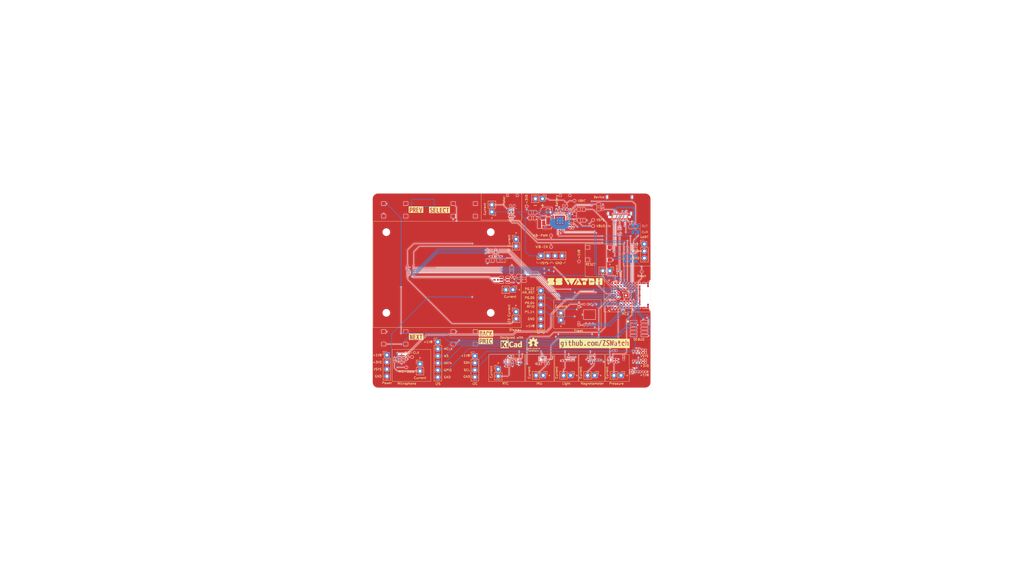
<source format=kicad_pcb>
(kicad_pcb (version 20241229) (generator "pcbnew") (generator_version "9.0")
  (title_block (title "ZSWatch-Watch-DevKit") (date "2025-07-13") (rev "${REVISION}") (comment 1 "${COMPANY}"))
  (layers (0 "F.Cu" signal) (4 "In1.Cu" power "Inner1 (GND)") (6 "In2.Cu" power "Inner2") (2 "B.Cu" signal) (13 "F.Paste" user) (15 "B.Paste" user) (5 "F.SilkS" user "F.Silkscreen") (7 "B.SilkS" user "B.Silkscreen") (1 "F.Mask" user) (3 "B.Mask" user) (25 "Edge.Cuts" user))
  (property "ASSEMBLY_NOTES" "")
  (property "BOARD_NAME" "Watch-DevKit-HW")
  (property "COMPANY" "ZSWatch")
  (property "DESIGNER" "Daniel Kampert")
  (property "FABRICATION_NOTES" "")
  (property "GIT_HASH_PCB" "2c23067")
  (property "GIT_HASH_SCH" "dbc49fa")
  (property "GIT_URL" "https://github.com/ZSWatch/Watch-DevKit-HW")
  (property "PROJECT_NAME" "ZSWatch Watch-DevKit")
  (property "RELEASE_BODY_1.2.0" "___________________________________\n\nFixed\n\n-   Fix wrong orientation for SWD header (#117)\n\n___________________________________\n\nAdded\n\n-   Add pull-up resistor for display enable signal. Can be disabled via GPIO. (#123)\n\n-   Add new KiBot template (#116)\n\n-   Add orientation marker for IMU (#124)\n\n-   Add power LEDs (#128)\n\n-   Add reset button (#131)\n\n-   Add testpoints for microphone I2S (#145)\n\n___________________________________\n\nChanged\n\n-   Shrink down the PCB to save costs (#115)\n\n-   Replace pin headers with THT to make them more robust (#121)\n\n-   Rename \"Power\" jumpers to \"Current\" (#129)\n\n-   Replace level shifter for RTC with PCA9306GF (#133)\n\n-   Switch back to old LED driver (#134)\n\n-   Power microphone from PMIC (#145)\n\n___________________________________\n\nRemoved\n\n-   Remove APDS-9306 interrupt (#122)")
  (property "RELEASE_BODY_1.2.1" "___________________________________\n\nAdded\n\n-   Add missing pull-ups for I2C lines (#158)\n\n___________________________________\n\nFixed\n\n-   Fix wrong ship mode button (#155)\n\n___________________________________\n\nChanged\n\n-   Change part number for SWD connector to 62201021121 (#157)\n\n-   Set pull-up for Flash CS to NA (#158)\n\n-   Center the mounting holes for the display (#159)")
  (property "RELEASE_BODY_UNRELEASED" "Version Unreleased not found.")
  (property "RELEASE_DATE" "28-Oct-2025")
  (property "RELEASE_DATE_NUM" "2025-10-28")
  (property "RELEASE_TITLE_1.2.0" "Version 1.2.0 - 2025-09-07")
  (property "RELEASE_TITLE_1.2.1" "Version 1.2.1 - 2025-09-26")
  (property "RELEASE_TITLE_UNRELEASED" "Version Unreleased not found.")
  (property "REVISION" "")
  (property "SHEET_NAME_1" "Cover Page")
  (property "SHEET_NAME_10" "......................................")
  (property "SHEET_NAME_11" "......................................")
  (property "SHEET_NAME_12" "......................................")
  (property "SHEET_NAME_13" "......................................")
  (property "SHEET_NAME_14" "......................................")
  (property "SHEET_NAME_15" "......................................")
  (property "SHEET_NAME_16" "......................................")
  (property "SHEET_NAME_17" "......................................")
  (property "SHEET_NAME_18" "......................................")
  (property "SHEET_NAME_19" "......................................")
  (property "SHEET_NAME_2" "Block Diagram")
  (property "SHEET_NAME_20" "......................................")
  (property "SHEET_NAME_21" "......................................")
  (property "SHEET_NAME_22" "......................................")
  (property "SHEET_NAME_23" "......................................")
  (property "SHEET_NAME_24" "......................................")
  (property "SHEET_NAME_25" "......................................")
  (property "SHEET_NAME_26" "......................................")
  (property "SHEET_NAME_27" "......................................")
  (property "SHEET_NAME_28" "......................................")
  (property "SHEET_NAME_29" "......................................")
  (property "SHEET_NAME_3" "Project Architecture")
  (property "SHEET_NAME_30" "......................................")
  (property "SHEET_NAME_31" "......................................")
  (property "SHEET_NAME_32" "......................................")
  (property "SHEET_NAME_33" "......................................")
  (property "SHEET_NAME_34" "......................................")
  (property "SHEET_NAME_35" "......................................")
  (property "SHEET_NAME_36" "......................................")
  (property "SHEET_NAME_37" "......................................")
  (property "SHEET_NAME_38" "......................................")
  (property "SHEET_NAME_39" "......................................")
  (property "SHEET_NAME_4" "Power Management")
  (property "SHEET_NAME_40" "......................................")
  (property "SHEET_NAME_5" "Peripherals")
  (property "SHEET_NAME_6" "MCU")
  (property "SHEET_NAME_7" "Revision History")
  (property "SHEET_NAME_8" "......................................")
  (property "SHEET_NAME_9" "......................................")
  (property "VARIANT" "CHECKED")
  (net 0 "")
  (net 1 "GND")
  (net 2 "+1V8")
  (net 3 "LEDK2")
  (net 4 "LEDK1")
  (net 5 "/Project Architecture/Peripherals/VBAT")
  (net 6 "DISPLAY-BLK")
  (net 7 "QSPI-CS")
  (net 8 "QSPI-IO1")
  (net 9 "QSPI-IO2")
  (net 10 "QSPI-IO0")
  (net 11 "QSPI-CLK")
  (net 12 "QSPI-IO3")
  (net 13 "TOUCH-INT")
  (net 14 "TOUCH-SCL")
  (net 15 "TOUCH-SDA")
  (net 16 "TOUCH-RST")
  (net 17 "TOUCH-EN")
  (net 18 "RESETn")
  (net 19 "DISPLAY-CS")
  (net 20 "DISPLAY-CLK")
  (net 21 "+3V0")
  (net 22 "/Project Architecture/Power Management/VSYS")
  (net 23 "/Project Architecture/MCU/USB-CC2")
  (net 24 "DISPLAY-DC")
  (net 25 "DISPLAY-RST")
  (net 26 "DISPLAY-DATA")
  (net 27 "/Project Architecture/MCU/PMIC-INT")
  (net 28 "/Project Architecture/MCU/USB-CC1")
  (net 29 "/Project Architecture/MCU/SW2")
  (net 30 "/Project Architecture/MCU/SDA")
  (net 31 "/Project Architecture/MCU/SCL")
  (net 32 "/Project Architecture/MCU/~{RTC-INT}")
  (net 33 "SWDCLK")
  (net 34 "SWDIO")
  (net 35 "/Project Architecture/MCU/BMI270-INT")
  (net 36 "/Project Architecture/MCU/LIS2MDL-INT")
  (net 37 "/Project Architecture/MCU/VIB-PWM")
  (net 38 "USB-D-")
  (net 39 "USB-D+")
  (net 40 "/Project Architecture/MCU/VIB-EN")
  (net 41 "/Project Architecture/MCU/D+")
  (net 42 "TxD")
  (net 43 "/Project Architecture/MCU/D-")
  (net 44 "/Project Architecture/MCU/USB-VBUS-In")
  (net 45 "RxD")
  (net 46 "/Project Architecture/MCU/SW1")
  (net 47 "/Project Architecture/MCU/Data")
  (net 48 "/Project Architecture/MCU/SW4")
  (net 49 "/Project Architecture/MCU/SW3")
  (net 50 "/Project Architecture/MCU/MIC-CLK")
  (net 51 "/Project Architecture/MCU/WS")
  (net 52 "/Project Architecture/MCU/USB-VBUS-Out")
  (net 53 "/Project Architecture/MCU/MIC-DATA")
  (net 54 "/Project Architecture/MCU/MCLK")
  (net 55 "Net-(D401-A)")
  (net 56 "Net-(D402-A)")
  (net 57 "Net-(D403-A)")
  (net 58 "Net-(D402-K)")
  (net 59 "Net-(Q401-PadD)")
  (net 60 "Net-(Q404-PadD)")
  (net 61 "Net-(IC601-VIN)")
  (net 62 "Net-(IC603-VCC)")
  (net 63 "Net-(IC604-VCCA)")
  (net 64 "Net-(IC604-VCCB)")
  (net 65 "Net-(IC601-ISET)")
  (net 66 "Net-(IC604-B1)")
  (net 67 "Net-(IC604-B3)")
  (net 68 "Net-(IC604-B2)")
  (net 69 "Net-(IC604-B4)")
  (net 72 "Net-(M601A-VDDH)")
  (net 76 "Net-(M601C-P1.14)")
  (net 77 "Net-(M601B-P0.05{slash}AIN1)")
  (net 82 "Net-(M601B-P0.04{slash}AIN0)")
  (net 85 "Net-(M601B-P0.22)")
  (net 87 "Net-(X603-CC1)")
  (net 88 "Net-(X603-CC2)")
  (net 89 "Net-(X603-RX1-)")
  (net 90 "Net-(X603-RX1+)")
  (net 91 "Net-(X603-TX1+)")
  (net 92 "Net-(X603-TX1-)")
  (net 93 "Net-(X603-SBU1)")
  (net 98 "Net-(X607-Pin_2)")
  (net 99 "Net-(X608-LEDA1)")
  (net 100 "Net-(X608-CTP-VDD)")
  (net 102 "Net-(IC501-VDD)")
  (net 103 "Net-(MK501-VDD)")
  (net 104 "Net-(IC502-VDD)")
  (net 105 "Net-(IC503-C1)")
  (net 106 "Net-(IC503-VDD)")
  (net 107 "Net-(IC504-VDD)")
  (net 108 "Net-(IC505-VDD)")
  (net 113 "Net-(IC507-V_{DD})")
  (net 120 "Net-(IC505-OUT+)")
  (net 121 "Net-(IC505-OUT-)")
  (net 123 "/Project Architecture/Power Management/VBUS-In")
  (net 124 "Net-(IC401-VBUS_{OUT})")
  (net 125 "Net-(IC401-VOUT2)")
  (net 126 "Net-(IC401-VOUT1)")
  (net 127 "Net-(D401-K)")
  (net 128 "Net-(IC401-SW1)")
  (net 129 "Net-(IC401-SW2)")
  (net 130 "Net-(IC401-VSET1)")
  (net 133 "Net-(IC401-VSET2)")
  (net 135 "/Project Architecture/Peripherals/VMIC")
  (net 144 "Net-(IC506-SDA_{2})")
  (net 145 "Net-(IC506-SCL_{2})")
  (net 146 "Net-(IC506-EN)")
  (net 150 "/Project Architecture/MCU/GPIO")
  (footprint "Capacitor_SMD:C_0402_1005Metric" (layer "F.Cu") (at 224.58 120.2 180)
    (property "Reference" "C404" (hide yes))
    (property "Value" "10u" (hide yes))
  )
  (footprint "Resistor_SMD:R_0805_2012Metric" (layer "F.Cu") (at 251.6125 126.1)
    (property "Reference" "R605" (hide yes))
    (property "Value" "0R" (hide yes))
  )
  (footprint "Resistor_SMD:R_0805_2012Metric" (layer "F.Cu") (at 233.2 123.749 180)
    (property "Reference" "R409" (hide yes))
    (property "Value" "0R" (hide yes))
  )
  (footprint "Package_DFN_Kampi:DFN-1006-3" (layer "F.Cu") (at 253.9 171.4)
    (property "Reference" "Q403" (hide yes))
    (property "Value" "PMZ550UNEYL" (hide yes))
  )
  (footprint "Resistor_SMD:R_0805_2012Metric" (layer "F.Cu") (at 204.1875 138.2)
    (property "Reference" "R615" (hide yes))
    (property "Value" "0R" (hide yes))
  )
  (footprint "Package_TO_SOT_SMD:SOT-666" (layer "F.Cu") (at 246.8 127.7875 -90)
    (property "Reference" "IC602" (hide yes))
    (property "Value" "USBLC6-2P6" (hide yes))
  )
  (footprint "Resistor_SMD:R_0402_1005Metric" (layer "F.Cu") (at 250.8 178.2 90)
    (property "Reference" "R403" (hide yes))
    (property "Value" "100k" (hide yes))
  )
  (footprint "Wuerth:WS-TASV-6x6" (layer "F.Cu") (at 166 166)
    (property "Reference" "S503" (hide yes))
    (property "Value" "SW3" (hide yes))
  )
  (footprint "Testpoints:TestPoint_Pad_D1.0mm" (layer "F.Cu") (at 222.2 129.2)
    (property "Reference" "TP504")
    (property "Value" "VIB-PWM")
  )
  (footprint "Connector_PinHeader_2.54mm:PinHeader_1x02_P2.54mm_Vertical" (layer "F.Cu") (at 200.9 120.7 180)
    (property "Reference" "X508" (hide yes))
    (property "Value" "Current")
  )
  (footprint "Wuerth:WS-TASV-6x6" (layer "F.Cu") (at 166 120)
    (property "Reference" "S504" (hide yes))
    (property "Value" "SW4" (hide yes))
  )
  (footprint "Resistor_SMD:R_0805_2012Metric" (layer "F.Cu") (at 212.5 144.6 -90)
    (property "Reference" "R613" (hide yes))
    (property "Value" "100k" (hide yes))
  )
  (footprint "Samtec:SHF-105-01-L-D-SM-TR" (layer "F.Cu") (at 253.75 162.677)
    (property "Reference" "X601" (hide yes))
    (property "Value" "DEBUG")
  )
  (footprint "Package_DFN_QFN:QFN-32-1EP_5x5mm_P0.5mm_EP3.6x3.6mm_ThermalVias" (layer "F.Cu") (at 225.38779 123.8304)
    (property "Reference" "IC401" (hide yes))
    (property "Value" "nPM1300-QEXX" (hide yes))
  )
  (footprint "Connector_PinHeader_2.54mm:PinHeader_1x02_P2.54mm_Vertical" (layer "F.Cu") (at 175.1 175.4)
    (property "Reference" "X503" (hide yes))
    (property "Value" "Current")
  )
  (footprint "Molex:78171-0002" (layer "F.Cu") (at 208.25 116.7 180)
    (property "Reference" "X509" (hide yes))
    (property "Value" "Motor")
  )
  (footprint "Broadcom:Broadcom_DFN-6_2x2mm_P0.65mm" (layer "F.Cu") (at 229.2925 173.55)
    (property "Reference" "IC501" (hide yes))
    (property "Value" "APDS-9306-065" (hide yes))
  )
  (footprint "MountingHole:MountingHole_2.5mm" (layer "F.Cu") (at 200.5 157)
    (property "Reference" "REF**" (hide yes))
    (property "Value" "MountingHole_2.5mm" (hide yes))
  )
  (footprint "Connector_PinHeader_2.54mm:PinHeader_1x02_P2.54mm_Vertical" (layer "F.Cu") (at 209.6 156.6)
    (property "Reference" "X610" (hide yes))
    (property "Value" "LED Current")
  )
  (footprint "Connector_PinHeader_2.54mm:PinHeader_1x04_P2.54mm_Vertical" (layer "F.Cu") (at 163.2 172.22)
    (property "Reference" "X403" (hide yes))
    (property "Value" "Power")
  )
  (footprint "Capacitor_SMD:C_0402_1005Metric" (layer "F.Cu") (at 227.3 119.8 180)
    (property "Reference" "C403" (hide yes))
    (property "Value" "2u2" (hide yes))
  )
  (footprint "Connector_PinHeader_2.54mm:PinHeader_1x04_P2.54mm_Vertical" (layer "F.Cu") (at 194.8 172.49)
    (property "Reference" "X504" (hide yes))
    (property "Value" "I2C")
  )
  (footprint "Connector_PinHeader_2.54mm:PinHeader_1x02_P2.54mm_Vertical" (layer "F.Cu") (at 225.7 159.64 180)
    (property "Reference" "X606" (hide yes))
    (property "Value" "Current")
  )
  (footprint "Package_QFN:WQFN-10_2x2mm_P0.5mm" (layer "F.Cu") (at 207.85 122.35 90)
    (property "Reference" "IC505" (hide yes))
    (property "Value" "DRV2603RUNT" (hide yes))
  )
  (footprint "project:Logo" (layer "F.Cu") (at 230.7 145.7)
    (property "Reference" "G***" (hide yes))
    (property "Value" "LOGO" (hide yes))
  )
  (footprint "Connector_PinHeader_2.54mm:PinHeader_1x02_P2.54mm_Vertical" (layer "F.Cu") (at 219.1 116 -90)
    (property "Reference" "X401" (hide yes))
    (property "Value" "Battery" (hide yes))
  )
  (footprint "Connector_PinHeader_2.54mm:PinHeader_1x02_P2.54mm_Vertical" (layer "F.Cu") (at 229.2 179.5 -90)
    (property "Reference" "X501" (hide yes))
    (property "Value" "Current")
  )
  (footprint "Connector_PinHeader_2.54mm:PinHeader_1x06_P2.54mm_Vertical" (layer "F.Cu") (at 181.5 167.46)
    (property "Reference" "X502" (hide yes))
    (property "Value" "I2S")
  )
  (footprint "Connector_PinHeader_2.54mm:PinHeader_1x02_P2.54mm_Vertical" (layer "F.Cu") (at 237.84 179.5 -90)
    (property "Reference" "X506" (hide yes))
    (property "Value" "Current")
  )
  (footprint "kibuzzard-68303879" (layer "F.Cu") (at 237.8 168)
    (property "Reference" "kibuzzard-68303879" (hide yes))
    (property "Value" "G***" (hide yes))
  )
  (footprint "Capacitor_SMD:C_0402_1005Metric" (layer "F.Cu") (at 235.5 173.275 -90)
    (property "Reference" "C505" (hide yes))
    (property "Value" "220n" (hide yes))
  )
  (footprint "Resistor_SMD:R_0402_1005Metric" (layer "F.Cu") (at 208.3 175.2 -90)
    (property "Reference" "R504" (hide yes))
    (property "Value" "3k3" (hide yes))
  )
  (footprint "Connector_PinHeader_2.54mm:PinHeader_1x02_P2.54mm_Vertical" (layer "F.Cu") (at 209.6 130.525)
    (property "Reference" "X607" (hide yes))
    (property "Value" "IO Current")
  )
  (footprint "Resistor_SMD:R_0402_1005Metric" (layer "F.Cu") (at 255.7 170.4 180)
    (property "Reference" "R405" (hide yes))
    (property "Value" "560R" (hide yes))
  )
  (footprint "Capacitor_SMD:C_0402_1005Metric" (layer "F.Cu") (at 230 121.3)
    (property "Reference" "C405" (hide yes))
    (property "Value" "1u" (hide yes))
  )
  (footprint "LOGO" (layer "F.Cu") (at 208 168.1)
    (property "Reference" "G***" (hide yes))
    (property "Value" "LOGO" (hide yes))
  )
  (footprint "Capacitor_SMD:C_0402_1005Metric" (layer "F.Cu") (at 206.62 176.22 180)
    (property "Reference" "C511" (hide yes))
    (property "Value" "100n" (hide yes))
  )
  (footprint "Package_SON:WSON-8-1EP_8x6mm_P1.27mm_EP3.4x4.3mm" (layer "F.Cu") (at 235.995 157.65 90)
    (property "Reference" "IC603" (hide yes))
    (property "Value" "MX25U51245GZ4I00" (hide yes))
  )
  (footprint "kibuzzard-68304289" (layer "F.Cu") (at 198.8 164.4)
    (property "Reference" "kibuzzard-68304289" (hide yes))
    (property "Value" "G***" (hide yes))
  )
  (footprint "Resistor_SMD:R_0402_1005Metric" (layer "F.Cu") (at 240.8 119.3 -90)
    (property "Reference" "R604" (hide yes))
    (property "Value" "5k1" (hide yes))
  )
  (footprint "Testpoints:TestPoint_Pad_D1.0mm" (layer "F.Cu") (at 232.2 138.5)
    (property "Reference" "TP404")
    (property "Value" "+1V8")
  )
  (footprint "Package_SON_Kampi:XSON-8_0.65x0.17mm_P0.35mm" (layer "F.Cu") (at 210.3 173.975 180)
    (property "Reference" "IC506" (hide yes))
    (property "Value" "PCA9306JK" (hide yes))
  )
  (footprint "Testpoints:TestPoint_Pad_D1.0mm" (layer "F.Cu") (at 213.4 118.7)
    (property "Reference" "TP405")
    (property "Value" "+3V0")
  )
  (footprint "Capacitor_SMD:C_0402_1005Metric" (layer "F.Cu") (at 232.17 154.4 90)
    (property "Reference" "C602" (hide yes))
    (property "Value" "100n" (hide yes))
  )
  (footprint "Connector_PinHeader_2.54mm:PinHeader_1x02_P2.54mm_Vertical" (layer "F.Cu") (at 219.34 179.5 -90)
    (property "Reference" "X505" (hide yes))
    (property "Value" "Current")
  )
  (footprint "Knowles:SPK0641HT4H-1" (layer "F.Cu") (at 168.485 173.575 -90)
    (property "Reference" "MK501" (hide yes))
    (property "Value" "SPK0641HT4H-1" (hide yes))
  )
  (footprint "Connector_PinHeader_2.54mm:PinHeader_1x03_P2.54mm_Vertical" (layer "F.Cu") (at 255.7 132.27)
    (property "Reference" "X604" (hide yes))
    (property "Value" "UART")
  )
  (footprint "Resistor_SMD:R_0805_2012Metric" (layer "F.Cu") (at 215.5 120.9)
    (property "Reference" "R410" (hide yes))
    (property "Value" "0R" (hide yes))
  )
  (footprint "Resistor_SMD:R_0402_1005Metric" (layer "F.Cu") (at 248.3 173.2 -90)
    (property "Reference" "R501" (hide yes))
    (property "Value" "1k8" (hide yes))
  )
  (footprint "Resistor_SMD:R_0805_2012Metric" (layer "F.Cu") (at 200.275 138.2 180)
    (property "Reference" "R616" (hide yes))
    (property "Value" "0R" (hide yes))
  )
  (footprint "Resistor_SMD:R_0402_1005Metric" (layer "F.Cu") (at 251.21 124.6)
    (property "Reference" "R603" (hide yes))
    (property "Value" "5k1" (hide yes))
  )
  (footprint "Resistor_SMD:R_0402_1005Metric" (layer "F.Cu") (at 229.47941 126.5384 180)
    (property "Reference" "R408" (hide yes))
    (property "Value" "100k" (hide yes))
  )
  (footprint "Molex:78171-0002" (layer "F.Cu") (at 227.2 116.7 180)
    (property "Reference" "X402" (hide yes))
    (property "Value" "Battery")
  )
  (footprint "Capacitor_SMD:C_0402_1005Metric" (layer "F.Cu") (at 218.02 175.3325 180)
    (property "Reference" "C503" (hide yes))
    (property "Value" "100n" (hide yes))
  )
  (footprint "Micro Crystal:RV-8263-C8" (layer "F.Cu") (at 206.62 174.535)
    (property "Reference" "IC507" (hide yes))
    (property "Value" "RV-8263-C8" (hide yes))
  )
  (footprint "LOGO" (layer "F.Cu") (at 215.8 168.4)
    (property "Reference" "G***" (hide yes))
    (property "Value" "LOGO" (hide yes))
  )
  (footprint "Connector_PinHeader_2.54mm:PinHeader_1x02_P2.54mm_Vertical" (layer "F.Cu") (at 247.3 179.5 -90)
    (property "Reference" "X507" (hide yes))
    (property "Value" "Current")
  )
  (footprint "Package_LGA_Kampi:Bosch_LGA-10_2x2mm_P0.5mm_ClockwisePinNumbering" (layer "F.Cu") (at 243.3 173.7575 -90)
    (property "Reference" "IC504" (hide yes))
    (property "Value" "BMP581" (hide yes))
  )
  (footprint "Capacitor_SMD:C_0402_1005Metric" (layer "F.Cu") (at 207.8 120.7 180)
    (property "Reference" "C510" (hide yes))
    (property "Value" "100n" (hide yes))
  )
  (footprint "Testpoints:TestPoint_Pad_D1.0mm" (layer "F.Cu") (at 222.2 133.3)
    (property "Reference" "TP503")
    (property "Value" "VIB-EN")
  )
  (footprint "LED_SMD:LED_0402_1005Metric" (layer "F.Cu") (at 255.7 178.2 180)
    (property "Reference" "D403" (hide yes))
    (property "Value" "+1V8")
  )
  (footprint "Resistor_SMD:R_0402_1005Metric" (layer "F.Cu") (at 207.89 172.6 180)
    (property "Reference" "R505" (hide yes))
    (property "Value" "3k3" (hide yes))
  )
  (footprint "kibuzzard-6830428E" (layer "F.Cu") (at 182.1 120)
    (property "Reference" "kibuzzard-6830428E" (hide yes))
    (property "Value" "G***" (hide yes))
  )
  (footprint "Connector_USB:USB_C_Receptacle_Amphenol_12401610E4-2A" (layer "F.Cu") (at 246.8 118.2 180)
    (property "Reference" "X603" (hide yes))
    (property "Value" "Device")
  )
  (footprint "Testpoints:TestPoint_Pad_D1.0mm" (layer "F.Cu") (at 254.7 142.2)
    (property "Reference" "TP601")
    (property "Value" "Reset")
  )
  (footprint "Capacitor_SMD:C_0603_1608Metric" (layer "F.Cu") (at 221.15141 125.4084 -90)
    (property "Reference" "C409" (hide yes))
    (property "Value" "10u" (hide yes))
  )
  (footprint "Resistor_SMD:R_0402_1005Metric" (layer "F.Cu") (at 255.7 173.9 180)
    (property "Reference" "R404" (hide yes))
    (property "Value" "560R" (hide yes))
  )
  (footprint "Capacitor_SMD:C_0402_1005Metric" (layer "F.Cu") (at 165.9 174.02 90)
    (property "Reference" "C502" (hide yes))
    (property "Value" "100n" (hide yes))
  )
  (footprint "Package_LGA_Kampi:Bosch_LGA-14_3x2.5mm_P0.5mm_LayoutBorder3x4y" (layer "F.Cu") (at 219.1 173.55)
    (property "Reference" "IC502" (hide yes))
    (property "Value" "BMI270" (hide yes))
  )
  (footprint "Testpoints:TestPoint_Pad_D1.0mm" (layer "F.Cu") (at 172.2 172.9 180)
    (property "Reference" "TP501")
    (property "Value" "MIC-CLK")
  )
  (footprint "Resistor_SMD:R_0805_2012Metric" (layer "F.Cu") (at 239.3 118.9 -90)
    (property "Reference" "R606" (hide yes))
    (property "Value" "0R" (hide yes))
  )
  (footprint "Inductor_SMD_Kampi:L_0806_2016" (layer "F.Cu") (at 218.73841 124.6594)
    (property "Reference" "L401" (hide yes))
    (property "Value" "2u2" (hide yes))
  )
  (footprint "uBlox:NORA-B106" (layer "F.Cu") (at 251 150.75)
    (property "Reference" "M601" (hide yes))
    (property "Value" "NORA-B106" (hide yes))
  )
  (footprint "LED_SMD:LED_0402_1005Metric" (layer "F.Cu") (at 255.7 174.9)
    (property "Reference" "D401" (hide yes))
    (property "Value" "+3V0")
  )
  (footprint "Capacitor_SMD:C_0603_1608Metric" (layer "F.Cu") (at 221.15141 122.3734 90)
    (property "Reference" "C407" (hide yes))
    (property "Value" "10u" (hide yes))
  )
  (footprint "Capacitor_SMD:C_0402_1005Metric" (layer "F.Cu") (at 221.8096 120.2 180)
    (property "Reference" "C408" (hide yes))
    (property "Value" "10u" (hide yes))
  )
  (footprint "Capacitor_SMD:C_0402_1005Metric" (layer "F.Cu") (at 218.77941 126.1384)
    (property "Reference" "C406" (hide yes))
    (property "Value" "10u" (hide yes))
  )
  (footprint "Capacitor_SMD:C_0402_1005Metric" (layer "F.Cu") (at 226.7075 174.2 180)
    (property "Reference" "C501" (hide yes))
    (property "Value" "100n" (hide yes))
  )
  (footprint "Connector_PinHeader_2.54mm:PinHeader_1x02_P2.54mm_Vertical" (layer "F.Cu") (at 208.475 148.7 -90)
    (property "Reference" "X609" (hide yes))
    (property "Value" "Current")
  )
  (footprint "Capacitor_SMD:C_0402_1005Metric" (layer "F.Cu") (at 220.7 175.3 180)
    (property "Reference" "C504" (hide yes))
    (property "Value" "100n" (hide yes))
  )
  (footprint "Connector_PinHeader_2.54mm:PinHeader_1x04_P2.54mm_Vertical" (layer "F.Cu") (at 218.5 136.5 90)
    (property "Reference" "X404" (hide yes))
    (property "Value" "VSYS" (hide yes))
  )
  (footprint "Capacitor_SMD:C_0402_1005Metric" (layer "F.Cu") (at 208.5 144.1875 180)
    (property "Reference" "C601" (hide yes))
    (property "Value" "1u" (hide yes))
  )
  (footprint "Package_LGA_Kampi:LGA-12_2x2mm_P0.5mm" (layer "F.Cu") (at 237.0625 173.225 -90)
    (property "Reference" "IC503" (hide yes))
    (property "Value" "LIS2MDLTR" (hide yes))
  )
  (footprint "Capacitor_SMD:C_0402_1005Metric" (layer "F.Cu") (at 239.1 173.975)
    (property "Reference" "C506" (hide yes))
    (property "Value" "10u" (hide yes))
  )
  (footprint "Inductor_SMD_Kampi:L_0806_2016" (layer "F.Cu") (at 219.24641 122.1194 -90)
    (property "Reference" "L402" (hide yes))
    (property "Value" "2u2" (hide yes))
  )
  (footprint "Capacitor_SMD:C_0603_1608Metric" (layer "F.Cu") (at 229.59062 123.269 90)
    (property "Reference" "C410" (hide yes))
    (property "Value" "10u" (hide yes))
  )
  (footprint "kibuzzard-691724A9" (layer "F.Cu") (at 173.7 165.6)
    (property "Reference" "kibuzzard-691724A9" (hide yes))
    (property "Value" "G***" (hide yes))
  )
  (footprint "Resistor_SMD:R_0805_2012Metric" (layer "F.Cu") (at 208.02 141.6875 -90)
    (property "Reference" "R602" (hide yes))
    (property "Value" "0R" (hide yes))
  )
  (footprint "Resistor_SMD:R_0402_1005Metric" (layer "F.Cu") (at 252.2 170.8 180)
    (property "Reference" "R402" (hide yes))
    (property "Value" "100k" (hide yes))
  )
  (footprint "Wuerth:WS-TASV-6x6" (layer "F.Cu") (at 191 166)
    (property "Reference" "S502" (hide yes))
    (property "Value" "SW2" (hide yes))
  )
  (footprint "MountingHole:MountingHole_2.5mm" (layer "F.Cu") (at 163 157)
    (property "Reference" "REF**" (hide yes))
    (property "Value" "MountingHole_2.5mm" (hide yes))
  )
  (footprint "Package_DFN_Kampi:DFN-1006-3" (layer "F.Cu") (at 252 177 180)
    (property "Reference" "Q401" (hide yes))
    (property "Value" "PMZ550UNEYL" (hide yes))
  )
  (footprint "Capacitor_SMD:C_0402_1005Metric" (layer "F.Cu") (at 245.3 173.7 180)
    (property "Reference" "C508" (hide yes))
    (property "Value" "100n" (hide yes))
  )
  (footprint "kibuzzard-691724A3" (layer "F.Cu") (at 173.65 119.9)
    (property "Reference" "kibuzzard-691724A3" (hide yes))
    (property "Value" "G***" (hide yes))
  )
  (footprint "Resistor_SMD:R_0805_2012Metric" (layer "F.Cu") (at 215.5 122.9)
    (property "Reference" "R411" (hide yes))
    (property "Value" "0R" (hide yes))
  )
  (footprint "Resistor_SMD:R_0402_1005Metric" (layer "F.Cu") (at 202.5 145.1375)
    (property "Reference" "R601" (hide yes))
    (property "Value" "12k" (hide yes))
  )
  (footprint "MountingHole:MountingHole_2.5mm" (layer "F.Cu") (at 200.5 128)
    (property "Reference" "REF**" (hide yes))
    (property "Value" "MountingHole_2.5mm" (hide yes))
  )
  (footprint "Testpoints:TestPoint_Pad_D1.0mm" (layer "F.Cu") (at 170.2 176.6)
    (property "Reference" "TP502")
    (property "Value" "MIC-Data")
  )
  (footprint "Package_TO_SOT_SMD:TSOT-23-6" (layer "F.Cu") (at 205.5 145.1375 180)
    (property "Reference" "IC601" (hide yes))
    (property "Value" "FAN5622SX" (hide yes))
  )
  (footprint "Resistor_SMD:R_0805_2012Metric" (layer "F.Cu") (at 233 119.8)
    (property "Reference" "R412" (hide yes))
    (property "Value" "0R" (hide yes))
  )
  (footprint "Connector_PinHeader_2.54mm:PinHeader_1x02_P2.54mm_Vertical" (layer "F.Cu") (at 203.2 177.26)
    (property "Reference" "X510" (hide yes))
    (property "Value" "Current")
  )
  (footprint "Connector_PinHeader_2.54mm:PinHeader_1x06_P2.54mm_Vertical" (layer "F.Cu") (at 218.5 149.05)
    (property "Reference" "X605" (hide yes))
    (property "Value" "GPIO")
  )
  (footprint "Resistor_SMD:R_0402_1005Metric" (layer "F.Cu") (at 232.17 160.91 -90)
    (property "Reference" "R612" (hide yes))
    (property "Value" "100k" (hide yes))
  )
  (footprint "Wuerth:WS-TASV-6x6" (layer "F.Cu") (at 191 120)
    (property "Reference" "S501" (hide yes))
    (property "Value" "SW1" (hide yes))
  )
  (footprint "MountingHole:MountingHole_2.5mm" (layer "F.Cu") (at 163 128)
    (property "Reference" "REF**" (hide yes))
    (property "Value" "MountingHole_2.5mm" (hide yes))
  )
  (footprint "Capacitor_SMD:C_0402_1005Metric" (layer "F.Cu") (at 231 123.3 90)
    (property "Reference" "C401" (hide yes))
    (property "Value" "1u" (hide yes))
  )
  (footprint "Resistor_SMD:R_0402_1005Metric" (layer "F.Cu") (at 253.7 178.2 180)
    (property "Reference" "R406" (hide yes))
    (property "Value" "560R" (hide yes))
  )
  (footprint "Testpoints:TestPoint_Pad_D1.0mm" (layer "F.Cu") (at 230.6 116.725)
    (property "Reference" "TP402")
    (property "Value" "VBAT")
  )
  (footprint "Capacitor_SMD:C_0402_1005Metric" (layer "F.Cu") (at 201.075 136.7 180)
    (property "Reference" "C604" (hide yes))
    (property "Value" "100n" (hide yes))
  )
  (footprint "EastRising:ER-CON0.4-24P" (layer "F.Cu") (at 171.7 142.1 90)
    (property "Reference" "X608" (hide yes))
    (property "Value" "Display" (hide yes))
  )
  (footprint "LED_SMD:LED_0402_1005Metric" (layer "F.Cu") (at 255.7 171.4)
    (property "Reference" "D402" (hide yes))
    (property "Value" "VSYS")
  )
  (footprint "Capacitor_SMD:C_0402_1005Metric" (layer "F.Cu") (at 245.3 174.7)
    (property "Reference" "C509" (hide yes))
    (property "Value" "100n" (hide yes))
  )
  (footprint "Capacitor_SMD:C_0402_1005Metric" (layer "F.Cu") (at 225.13779 127.9 -90)
    (property "Reference" "C402" (hide yes))
    (property "Value" "100n" (hide yes))
  )
  (footprint "kibuzzard-683075F5" (layer "F.Cu") (at 198.7 167.1)
    (property "Reference" "kibuzzard-683075F5" (hide yes))
    (property "Value" "G***" (hide yes))
  )
  (footprint "Package_QFN:XQFN-12-1.7x2mm_P0.4mm" (layer "F.Cu") (at 202.295 134.95 180)
    (property "Reference" "IC604" (hide yes))
    (property "Value" "NTS0104GU12" (hide yes))
  )
  (footprint "Resistor_SMD:R_0402_1005Metric" (layer "F.Cu") (at 229.47941 125.5804 180)
    (property "Reference" "R407" (hide yes))
    (property "Value" "47k" (hide yes))
  )
  (footprint "Testpoints:TestPoint_Pad_D1.0mm" (layer "F.Cu") (at 237.3 125.8)
    (property "Reference" "TP401")
    (property "Value" "VBUS-In")
  )
  (footprint "Package_DFN_Kampi:DFN-1006-3" (layer "F.Cu") (at 252 178.2)
    (property "Reference" "Q404" (hide yes))
    (property "Value" "PMZB320UPEYL" (hide yes))
  )
  (footprint "Resistor_SMD:R_0805_2012Metric" (layer "F.Cu") (at 210.5 144.6 90)
    (property "Reference" "R614" (hide yes))
    (property "Value" "100k" (hide yes))
  )
  (footprint "Capacitor_SMD:C_0402_1005Metric" (layer "F.Cu") (at 237.1 174.775 180)
    (property "Reference" "C507" (hide yes))
    (property "Value" "100n" (hide yes))
  )
  (footprint "Resistor_SMD:R_0402_1005Metric" (layer "F.Cu") (at 252.2 174.3 180)
    (property "Reference" "R401" (hide yes))
    (property "Value" "100k" (hide yes))
  )
  (footprint "Testpoints:TestPoint_Pad_D1.0mm" (layer "F.Cu") (at 237.3 123.6)
    (property "Reference" "TP403")
    (property "Value" "VSYS")
  )
  (footprint "Package_DFN_Kampi:DFN-1006-3" (layer "F.Cu") (at 253.9 174.9)
    (property "Reference" "Q402" (hide yes))
    (property "Value" "PMZ550UNEYL" (hide yes))
  )
  (footprint "Resistor_SMD:R_0402_1005Metric" (layer "F.Cu") (at 210.4 175.2)
    (property "Reference" "R503" (hide yes))
    (property "Value" "200k" (hide yes))
  )
  (footprint "Resistor_SMD:R_0402_1005Metric" (layer "F.Cu") (at 245.2 170.6)
    (property "Reference" "R502" (hide yes))
    (property "Value" "1k8" (hide yes))
  )
  (footprint "Wuerth:WS-TASV-6x6" (layer "F.Cu") (at 239.3 135.7 180)
    (property "Reference" "S601" (hide yes))
    (property "Value" "RESET")
  )
  (footprint "Capacitor_SMD:C_0402_1005Metric" (layer "F.Cu") (at 203.5375 136.7)
    (property "Reference" "C603" (hide yes))
    (property "Value" "100n" (hide yes))
  )
  (footprint "Connector_PinHeader_2.54mm:PinHeader_1x02_P2.54mm_Vertical" (layer "F.Cu") (at 243.3 141.9 -90)
    (property "Reference" "X602" (hide yes))
    (property "Value" "Current")
  )
  (footprint "Resistor_SMD:R_0805_2012Metric" (layer "B.Cu") (at 248.6 137.6 90)
    (property "Reference" "R607" (hide yes))
    (property "Value" "0R" (hide yes))
  )
  (footprint "Resistor_SMD:R_0805_2012Metric" (layer "B.Cu") (at 252.6 137.6 90)
    (property "Reference" "R611" (hide yes))
    (property "Value" "0R" (hide yes))
  )
  (footprint "Resistor_SMD:R_0805_2012Metric" (layer "B.Cu") (at 250.6 137.6 90)
    (property "Reference" "R608" (hide yes))
    (property "Value" "0R" (hide yes))
  )
  (footprint "Resistor_SMD:R_0805_2012Metric" (layer "B.Cu") (at 252.5 128 180)
    (property "Reference" "R609" (hide yes))
    (property "Value" "0R" (hide yes))
  )
  (footprint "Resistor_SMD:R_0805_2012Metric" (layer "B.Cu") (at 252.4 125.8 180)
    (property "Reference" "R610" (hide yes))
    (property "Value" "0R" (hide yes))
  )
  (gr_poly (pts (xy 243.2 145.02092) (xy 242.8 145.42092) (xy 243.2 145.42092)) (stroke (width 0.1)) (fill yes) (layers "F.Cu" "F.Mask"))
  (gr_poly (pts (xy 242.8 156.07092) (xy 243.2 156.47092) (xy 243.2 156.07092)) (stroke (width 0.1)) (fill yes) (layers "F.Cu" "F.Mask"))
  (gr_rect (start 172.1 116.2) (end 180.2 118.8) (stroke (width 0.2)) (fill no) (layer "B.Cu"))
  (gr_rect (start 199.8 172) (end 212.7 181.7) (stroke (width 0.1)) (fill no) (layer "F.SilkS"))
  (gr_rect (start 158.2 124.1) (end 211.5 162.3) (stroke (width 0.1)) (fill no) (layer "F.SilkS"))
  (gr_line (start 222.1 138.5) (end 222.1 139.1) (stroke (width 0.1)) (layer "F.SilkS"))
  (gr_line (start 217.1 139.1) (end 218.1 139.1) (stroke (width 0.1)) (layer "F.SilkS"))
  (gr_line (start 234.4 132.2) (end 248.1 132.2) (stroke (width 0.1)) (layer "F.SilkS"))
  (gr_line (start 248.1 140.15) (end 248.1 132.2) (stroke (width 0.1)) (layer "F.SilkS"))
  (gr_line (start 223.3 139.1) (end 222.5 139.1) (stroke (width 0.1)) (layer "F.SilkS"))
  (gr_rect (start 223.5 172) (end 231.9 181.7) (stroke (width 0.1)) (fill no) (layer "F.SilkS"))
  (gr_rect (start 241.7 172) (end 250.3 181.7) (stroke (width 0.1)) (fill no) (layer "F.SilkS"))
  (gr_line (start 222.1 139.1) (end 221.3 139.1) (stroke (width 0.1)) (layer "F.SilkS"))
  (gr_circle (center 249.8 160.12) (end 250 160.12) (stroke (width 0.4)) (fill no) (layer "F.SilkS"))
  (gr_line (start 241.2 156.65) (end 257.85 156.65) (stroke (width 0.1)) (layer "F.SilkS"))
  (gr_line (start 222.7 173.1365) (end 222.573 173.3905) (stroke (width 0.15)) (layer "F.SilkS"))
  (gr_line (start 234.4 144) (end 241.2 144) (stroke (width 0.1)) (layer "F.SilkS"))
  (gr_line (start 227.2 139.1) (end 226.4 139.1) (stroke (width 0.1)) (layer "F.SilkS"))
  (gr_line (start 197.1 114.1) (end 197.1 123.7) (stroke (width 0.1)) (layer "F.SilkS"))
  (gr_line (start 211.6 114.1) (end 211.6 123.7) (stroke (width 0.1)) (layer "F.SilkS"))
  (gr_line (start 222.7 173.1365) (end 222.827 173.3905) (stroke (width 0.15)) (layer "F.SilkS"))
  (gr_line (start 217.1 138.5) (end 217.1 139.1) (stroke (width 0.1)) (layer "F.SilkS"))
  (gr_line (start 222.7 173.1365) (end 222.7 173.8) (stroke (width 0.15)) (layer "F.SilkS"))
  (gr_line (start 257.85 140.15) (end 248.1 140.15) (stroke (width 0.1)) (layer "F.SilkS"))
  (gr_line (start 234.4 132.2) (end 234.4 144) (stroke (width 0.1)) (layer "F.SilkS"))
  (gr_rect (start 165.1 170.2) (end 179 181.7) (stroke (width 0.1)) (fill no) (layer "F.SilkS"))
  (gr_rect (start 223.15 152.3) (end 240.15 162.7) (stroke (width 0.1)) (fill no) (layer "F.SilkS"))
  (gr_line (start 222.5 138.5) (end 222.5 139.1) (stroke (width 0.1)) (layer "F.SilkS"))
  (gr_line (start 197.1 123.7) (end 211.6 123.7) (stroke (width 0.1)) (layer "F.SilkS"))
  (gr_rect (start 213 172) (end 223.2 181.7) (stroke (width 0.1)) (fill no) (layer "F.SilkS"))
  (gr_line (start 222.065 173.8) (end 222.319 173.673) (stroke (width 0.15)) (layer "F.SilkS"))
  (gr_line (start 222.065 173.8) (end 222.7 173.8) (stroke (width 0.15)) (layer "F.SilkS"))
  (gr_line (start 222.065 173.8) (end 222.319 173.927) (stroke (width 0.15)) (layer "F.SilkS"))
  (gr_line (start 241.2 144) (end 241.2 156.65) (stroke (width 0.1)) (layer "F.SilkS"))
  (gr_line (start 227.2 138.5) (end 227.2 139.1) (stroke (width 0.1)) (layer "F.SilkS"))
  (gr_rect (start 232.2 172) (end 241.4 181.7) (stroke (width 0.1)) (fill no) (layer "F.SilkS"))
  (gr_line (start 251.75 136.4) (end 251.75 135.6) (stroke (width 0.1)) (layer "B.SilkS"))
  (gr_line (start 253.55 127.15) (end 254.35 127.15) (stroke (width 0.1)) (layer "B.SilkS"))
  (gr_line (start 253.55 128.85) (end 254.35 128.85) (stroke (width 0.1)) (layer "B.SilkS"))
  (gr_line (start 251.75 135.6) (end 253.45 135.6) (stroke (width 0.1)) (layer "B.SilkS"))
  (gr_line (start 247.75 136.4) (end 247.75 135.6) (stroke (width 0.1)) (layer "B.SilkS"))
  (gr_line (start 253.45 124.95) (end 254.25 124.95) (stroke (width 0.1)) (layer "B.SilkS"))
  (gr_line (start 253.45 126.65) (end 254.25 126.65) (stroke (width 0.1)) (layer "B.SilkS"))
  (gr_line (start 254.35 127.15) (end 254.35 128.85) (stroke (width 0.1)) (layer "B.SilkS"))
  (gr_line (start 251.45 135.6) (end 251.45 136.4) (stroke (width 0.1)) (layer "B.SilkS"))
  (gr_line (start 247.75 135.6) (end 251.45 135.6) (stroke (width 0.1)) (layer "B.SilkS"))
  (gr_line (start 254.25 124.95) (end 254.25 126.65) (stroke (width 0.1)) (layer "B.SilkS"))
  (gr_line (start 256 114) (end 160 114) (stroke (width 0.05)) (layer "Edge.Cuts"))
  (gr_line (start 160 184) (end 256 184) (stroke (width 0.05)) (layer "Edge.Cuts"))
  (gr_line (start 158 116) (end 158 182) (stroke (width 0.05)) (layer "Edge.Cuts"))
  (gr_arc (start 256 114) (mid 257.414214 114.585786) (end 258 116) (stroke (width 0.05)) (layer "Edge.Cuts"))
  (gr_arc (start 160 184) (mid 158.585786 183.414214) (end 158 182) (stroke (width 0.05)) (layer "Edge.Cuts"))
  (gr_line (start 258 182) (end 258 116) (stroke (width 0.05)) (layer "Edge.Cuts"))
  (gr_arc (start 258 182) (mid 257.414214 183.414214) (end 256 184) (stroke (width 0.05)) (layer "Edge.Cuts"))
  (gr_arc (start 158 116) (mid 158.585786 114.585786) (end 160 114) (stroke (width 0.05)) (layer "Edge.Cuts"))
  (gr_text "${REVISION}" (at 176.15 117.5 0) (layer "B.Cu") (effects (font (size 0.8 0.8) (thickness 0.12)) (justify mirror)))
  (gr_text "SDA" (at 190.65 174.9 0) (layer "F.SilkS") (effects (font (size 0.8 0.8) (thickness 0.12)) (justify left)))
  (gr_text "+" (at 203.2 175 0) (layer "F.SilkS") (effects (font (size 0.8 0.8) (thickness 0.12))))
  (gr_text "+" (at 209.6 128.2 0) (layer "F.SilkS") (effects (font (size 0.8 0.8) (thickness 0.12))))
  (gr_text "GND" (at 251.4 137.35 0) (layer "F.SilkS") (effects (font (size 0.8 0.8) (thickness 0.12)) (justify left)))
  (gr_text "+" (at 228.5 120 0) (layer "F.SilkS") (effects (font (size 0.8 0.8) (thickness 0.12)) (justify left bottom)))
  (gr_text "P0.04\nMFIO" (at 216.3 154.13 0) (layer "F.SilkS") (effects (font (size 0.8 0.8) (thickness 0.12)) (justify right)))
  (gr_text "IMU" (at 216.8 182.9 0) (layer "F.SilkS") (effects (font (size 0.8 0.8) (thickness 0.12)) (justify left bottom)))
  (gr_text "SCL" (at 193.1 177.57 0) (layer "F.SilkS") (effects (font (size 0.8 0.8) (thickness 0.12)) (justify right)))
  (gr_text "+" (at 249.5 179.5 0) (layer "F.SilkS") (effects (font (size 0.8 0.8) (thickness 0.12))))
  (gr_text "GND" (at 223.6 139.1 0) (layer "F.SilkS") (effects (font (size 0.8 0.8) (thickness 0.12)) (justify left)))
  (gr_text "P0.05" (at 216.3 151.59 0) (layer "F.SilkS") (effects (font (size 0.8 0.8) (thickness 0.12)) (justify right)))
  (gr_text "MCU" (at 247.5 157.85 0) (layer "F.SilkS") (effects (font (size 0.8 0.8) (thickness 0.12)) (justify left bottom)))
  (gr_text "P1.14" (at 216.3 156.67 0) (layer "F.SilkS") (effects (font (size 0.8 0.8) (thickness 0.12)) (justify right)))
  (gr_text "+1V8" (at 193.1 172.38 0) (layer "F.SilkS") (effects (font (size 0.8 0.8) (thickness 0.12)) (justify right)))
  (gr_text "GND" (at 190.6 179.95 0) (layer "F.SilkS") (effects (font (size 0.8 0.8) (thickness 0.12)) (justify left)))
  (gr_text "+" (at 219.1 118.3 0) (layer "F.SilkS") (effects (font (size 1.3 1.3) (thickness 0.2) (bold yes))))
  (gr_text "Display" (at 211.5 163.6 0) (layer "F.SilkS") (effects (font (size 0.8 0.8) (thickness 0.12)) (justify right bottom)))
  (gr_text "GND" (at 161.4 179.84 0) (layer "F.SilkS") (effects (font (size 0.8 0.8) (thickness 0.12)) (justify right)))
  (gr_text "+" (at 209.6 154.4 270) (layer "F.SilkS") (effects (font (size 0.8 0.8) (thickness 0.12))))
  (gr_text "+" (at 200.9 122.9 0) (layer "F.SilkS") (effects (font (size 0.8 0.8) (thickness 0.12))))
  (gr_text "-" (at 209.1 119.9 0) (layer "F.SilkS") (effects (font (size 0.8 0.8) (thickness 0.12)) (justify left bottom)))
  (gr_text "TxD" (at 251.4 132.25 0) (layer "F.SilkS") (effects (font (size 0.8 0.8) (thickness 0.12)) (justify left)))
  (gr_text "GND" (at 183.6 180.14 0) (layer "F.SilkS") (effects (font (size 0.8 0.8) (thickness 0.12)) (justify left)))
  (gr_text "VSYS" (at 161.4 177.3 0) (layer "F.SilkS") (effects (font (size 0.8 0.8) (thickness 0.12)) (justify right)))
  (gr_text "+1V8" (at 216.3 161.75 0) (layer "F.SilkS") (effects (font (size 0.8 0.8) (thickness 0.12)) (justify right)))
  (gr_text "+" (at 175.1 173.1 0) (layer "F.SilkS") (effects (font (size 0.8 0.8) (thickness 0.12))))
  (gr_text "Magnetometer" (at 232.7 182.9 0) (layer "F.SilkS") (effects (font (size 0.8 0.8) (thickness 0.12)) (justify left bottom)))
  (gr_text "RTC" (at 204.6 182.9 0) (layer "F.SilkS") (effects (font (size 0.8 0.8) (thickness 0.12)) (justify left bottom)))
  (gr_text "Designed with" (at 212.3 165.9 0) (layer "F.SilkS") (effects (font (size 0.8 0.8) (thickness 0.12)) (justify right)))
  (gr_text "-" (at 225 120 0) (layer "F.SilkS") (effects (font (size 0.8 0.8) (thickness 0.12)) (justify left bottom)))
  (gr_text "y" (at 221.7 173.6 0) (layer "F.SilkS") (effects (font (size 0.8 0.8) (thickness 0.12))))
  (gr_text "+" (at 243.3 139.6 0) (layer "F.SilkS") (effects (font (size 0.8 0.8) (thickness 0.12))))
  (gr_text "+1V8" (at 161.4 172.22 0) (layer "F.SilkS") (effects (font (size 0.8 0.8) (thickness 0.12)) (justify right)))
  (gr_text "MCLK" (at 183.6 170 0) (layer "F.SilkS") (effects (font (size 0.8 0.8) (thickness 0.12)) (justify left)))
  (gr_text "-" (at 216.5 118.3 0) (layer "F.SilkS") (effects (font (size 1.3 1.3) (thickness 0.2) (bold yes))))
  (gr_text "+" (at 225.7 161.8 0) (layer "F.SilkS") (effects (font (size 0.8 0.8) (thickness 0.12))))
  (gr_text "+1V8" (at 176.3 167.46 0) (layer "F.SilkS") (effects (font (size 0.8 0.8) (thickness 0.12)) (justify left)))
  (gr_text "Microphone" (at 166.9 182.9 0) (layer "F.SilkS") (effects (font (size 0.8 0.8) (thickness 0.12)) (justify left bottom)))
  (gr_text "+" (at 240 179.5 0) (layer "F.SilkS") (effects (font (size 0.8 0.8) (thickness 0.12))))
  (gr_text "Light" (at 226.1 182.9 0) (layer "F.SilkS") (effects (font (size 0.8 0.8) (thickness 0.12)) (justify left bottom)))
  (gr_text "+" (at 221.6 179.5 0) (layer "F.SilkS") (effects (font (size 0.8 0.8) (thickness 0.12))))
  (gr_text "WS" (at 183.6 172.52 0) (layer "F.SilkS") (effects (font (size 0.8 0.8) (thickness 0.12)) (justify left)))
  (gr_text "GPIO" (at 183.6 177.62 0) (layer "F.SilkS") (effects (font (size 0.8 0.8) (thickness 0.12)) (justify left)))
  (gr_text "RxD" (at 251.4 134.8 0) (layer "F.SilkS") (effects (font (size 0.8 0.8) (thickness 0.12)) (justify left)))
  (gr_text "Flash" (at 230.4 163.9 0) (layer "F.SilkS") (effects (font (size 0.8 0.8) (thickness 0.12)) (justify left bottom)))
  (gr_text "+3V0" (at 161.4 174.76 0) (layer "F.SilkS") (effects (font (size 0.8 0.8) (thickness 0.12)) (justify right)))
  (gr_text "+" (at 206.5 119.9 0) (layer "F.SilkS") (effects (font (size 0.8 0.8) (thickness 0.12)) (justify left bottom)))
  (gr_text "x" (at 222.7 172.6 0) (layer "F.SilkS") (effects (font (size 0.8 0.8) (thickness 0.12))))
  (gr_text "GND" (at 216.3 159.21 0) (layer "F.SilkS") (effects (font (size 0.8 0.8) (thickness 0.12)) (justify right)))
  (gr_text "Pressure" (at 243 182.9 0) (layer "F.SilkS") (effects (font (size 0.8 0.8) (thickness 0.12)) (justify left bottom)))
  (gr_text "DATA" (at 183.6 175.06 0) (layer "F.SilkS") (effects (font (size 0.8 0.8) (thickness 0.12)) (justify left)))
  (gr_text "VSYS" (at 218.2 139.1 0) (layer "F.SilkS") (effects (font (size 0.8 0.8) (thickness 0.12)) (justify left)))
  (gr_text "+" (at 231.4 179.5 0) (layer "F.SilkS") (effects (font (size 0.8 0.8) (thickness 0.12))))
  (gr_text "+" (at 210.8 148.7 270) (layer "F.SilkS") (effects (font (size 0.8 0.8) (thickness 0.12))))
  (gr_text "P0.22\nHR_RST" (at 216.3 149.05 0) (layer "F.SilkS") (effects (font (size 0.8 0.8) (thickness 0.12)) (justify right)))
  (gr_text "SWD" (at 249.15 135.45 270) (layer "B.SilkS") (effects (font (size 0.8 0.8) (thickness 0.12)) (justify left bottom mirror)))
  (gr_text "~{RESET}" (at 252.05 135.5 270) (layer "B.SilkS") (effects (font (size 0.8 0.8) (thickness 0.12)) (justify left bottom mirror)))
  (gr_text "TxD" (at 254.7 125.8 0) (layer "B.SilkS") (effects (font (size 0.8 0.8) (thickness 0.12)) (justify right mirror)))
  (gr_text "RxD" (at 254.7 128 0) (layer "B.SilkS") (effects (font (size 0.8 0.8) (thickness 0.12)) (justify right mirror)))
  (segment (start 236.8125 173.625) (end 236.8125 173.9875) (width 0.2) (layer "F.Cu") (net 1))
  (segment (start 246.4 174.7) (end 245.78 174.7) (width 0.2) (layer "F.Cu") (net 1))
  (segment (start 248.5 150.200005) (end 249.6 150.200005) (width 0.4) (layer "F.Cu") (net 1))
  (segment (start 254.000003 152.950002) (end 254.000003 151.8) (width 0.4) (layer "F.Cu") (net 1))
  (segment (start 233.5 157.65) (end 235.995 157.65) (width 0.2) (layer "F.Cu") (net 1))
  (segment (start 256.3 155.150003) (end 257 155.150003) (width 0.4) (layer "F.Cu") (net 1))
  (segment (start 230.08 172.9) (end 231 172.9) (width 0.2) (layer "F.Cu") (net 1))
  (segment (start 206.12 175.345) (end 206.12 176.2) (width 0.2) (layer "F.Cu") (net 1))
  (segment (start 226.82 119.42) (end 226.6 119.2) (width 0.2) (layer "F.Cu") (net 1))
  (segment (start 254.000003 154.050002) (end 254.000003 152.950002) (width 0.4) (layer "F.Cu") (net 1))
  (segment (start 204.0175 136.7) (end 204.5875 136.7) (width 0.2) (layer "F.Cu") (net 1))
  (segment (start 206.12 176.2) (end 206.14 176.22) (width 0.2) (layer "F.Cu") (net 1))
  (segment (start 244.3 122.3) (end 244.3 121.52) (width 0.2) (layer "F.Cu") (net 1))
  (segment (start 249.55 122.25) (end 249.55 122.4) (width 0.2) (layer "F.Cu") (net 1))
  (segment (start 225.13779 128.38) (end 225.7 128.38) (width 0.2) (layer "F.Cu") (net 1))
  (segment (start 207.1 122.35) (end 207.4 122.35) (width 0.2) (layer "F.Cu") (net 1))
  (segment (start 243.3 174.52) (end 242.8 174.52) (width 0.2) (layer "F.Cu") (net 1))
  (segment (start 249.8 122) (end 249.55 122.25) (width 0.2) (layer "F.Cu") (net 1))
  (segment (start 243.8 172.995) (end 243.8 173.15) (width 0.127) (layer "F.Cu") (net 1))
  (segment (start 210.5 145.5125) (end 210.5 146.4) (width 0.2) (layer "F.Cu") (net 1))
  (segment (start 230.07941 126.5384) (end 229.98941 126.5384) (width 0.2) (layer "F.Cu") (net 1))
  (segment (start 236.3 173.475) (end 236.125 173.475) (width 0.2) (layer "F.Cu") (net 1))
  (segment (start 207.6 121.6) (end 207.6 121.3) (width 0.2) (layer "F.Cu") (net 1))
  (segment (start 207.32 120.6) (end 207.32 120.7) (width 0.2) (layer "F.Cu") (net 1))
  (segment (start 253.55 171.625) (end 252.9 171.625) (width 0.2) (layer "F.Cu") (net 1))
  (segment (start 242.8 174.52) (end 242.8 175.2) (width 0.2) (layer "F.Cu") (net 1))
  (segment (start 172.3475 143.5) (end 172.8 143.5) (width 0.2) (layer "F.Cu") (net 1))
  (segment (start 208.6 122.35) (end 207.8 122.35) (width 0.2) (layer "F.Cu") (net 1))
  (segment (start 172.1475 144) (end 172.1475 143.7) (width 0.2) (layer "F.Cu") (net 1))
  (segment (start 243.8 173.15) (end 243.3 173.65) (width 0.127) (layer "F.Cu") (net 1))
  (segment (start 207.8 122.35) (end 207.1 122.35) (width 0.2) (layer "F.Cu") (net 1))
  (segment (start 225.7 174.2) (end 226.2275 174.2) (width 0.2) (layer "F.Cu") (net 1))
  (segment (start 248.5 151.300003) (end 248.5 150.200005) (width 0.4) (layer "F.Cu") (net 1))
  (segment (start 207.32 121.02) (end 207.32 120.7) (width 0.2) (layer "F.Cu") (net 1))
  (segment (start 210.725 174.5) (end 211.192989 174.5) (width 0.2) (layer "F.Cu") (net 1))
  (segment (start 219.1 173.8) (end 219.1 174.4625) (width 0.127) (layer "F.Cu") (net 1))
  (segment (start 207.6 122.15) (end 207.4 122.35) (width 0.2) (layer "F.Cu") (net 1))
  (segment (start 232.8 154.88) (end 232.17 154.88) (width 0.2) (layer "F.Cu") (net 1))
  (segment (start 252.9 176.775) (end 252.35 176.775) (width 0.2) (layer "F.Cu") (net 1))
  (segment (start 244.05 122.55) (end 244.3 122.3) (width 0.2) (layer "F.Cu") (net 1))
  (segment (start 248.8 151.300003) (end 249.6 151.300003) (width 0.4) (layer "F.Cu") (net 1))
  (segment (start 253.3 161.39) (end 251.8 161.39) (width 0.2) (layer "F.Cu") (net 1))
  (segment (start 205.6 176.22) (end 206.14 176.22) (width 0.2) (layer "F.Cu") (net 1))
  (segment (start 243.275 134.4) (end 243.275 133.45) (width 0.2) (layer "F.Cu") (net 1))
  (segment (start 245.78 173.7) (end 246.4 173.7) (width 0.2) (layer "F.Cu") (net 1))
  (segment (start 249.55 122.4) (end 249.55 123.22) (width 0.2) (layer "F.Cu") (net 1))
  (segment (start 236.6625 173.475) (end 236.8125 173.625) (width 0.2) (layer "F.Cu") (net 1))
  (segment (start 240.2 173.975) (end 239.58 173.975) (width 0.2) (layer "F.Cu") (net 1))
  (segment (start 208.1 123.1) (end 208.1 122.65) (width 0.2) (layer "F.Cu") (net 1))
  (segment (start 255.5 155.150003) (end 256.3 155.150003) (width 0.4) (layer "F.Cu") (net 1))
  (segment (start 248 149.7) (end 248.5 150.2) (width 0.4) (layer "F.Cu") (net 1))
  (segment (start 170.7 173.575) (end 170.1975 173.575) (width 0.2) (layer "F.Cu") (net 1))
  (segment (start 251.69 170.8) (end 251.69 171.49) (width 0.2) (layer "F.Cu") (net 1))
  (segment (start 200.595 136.7) (end 199.9875 136.7) (width 0.2) (layer "F.Cu") (net 1))
  (segment (start 187.025 122.25) (end 187.025 123.4) (width 0.2) (layer "F.Cu") (net 1))
  (segment (start 236.62 174.38) (end 236.62 174.775) (width 0.2) (layer "F.Cu") (net 1))
  (segment (start 256.185 178.2) (end 256.8 178.2) (width 0.2) (layer "F.Cu") (net 1))
  (segment (start 230.47941 126.1384) (end 229.98941 125.6484) (width 0.2) (layer "F.Cu") (net 1))
  (segment (start 249.8 121.52) (end 249.8 122) (width 0.2) (layer "F.Cu") (net 1))
  (segment (start 207.8 120.12) (end 207.32 120.6) (width 0.2) (layer "F.Cu") (net 1))
  (segment (start 230.47941 126.1384) (end 230.07941 126.5384) (width 0.2) (layer "F.Cu") (net 1))
  (segment (start 249.6 151.300003) (end 249.6 150.200005) (width 0.4) (layer "F.Cu") (net 1))
  (segment (start 254.000003 150.750001) (end 254.000003 148.550001) (width 0.4) (layer "F.Cu") (net 1))
  (segment (start 244.6 145.85) (end 244.1 146.35) (width 0.2) (layer "F.Cu") (net 1))
  (segment (start 170.61 141.1) (end 170.61 140.7) (width 0.2) (layer "F.Cu") (net 1))
  (segment (start 226.6 119.2) (end 226.6 118.595) (width 0.2) (layer "F.Cu") (net 1))
  (segment (start 166.7375 173.54) (end 166.7725 173.575) (width 0.2) (layer "F.Cu") (net 1))
  (segment (start 236.8125 174.1875) (end 236.62 174.38) (width 0.2) (layer "F.Cu") (net 1))
  (segment (start 162.025 163.75) (end 163.1 163.75) (width 0.2) (layer "F.Cu") (net 1))
  (segment (start 246.8 126.1) (end 246.8 126.8625) (width 0.2) (layer "F.Cu") (net 1))
  (segment (start 248.5 151.300003) (end 248.8 151.300003) (width 0.4) (layer "F.Cu") (net 1))
  (segment (start 234.845 173.755) (end 235.5 173.755) (width 0.2) (layer "F.Cu") (net 1))
  (segment (start 224.1 120.2) (end 224.1 119.6) (width 0.2) (layer "F.Cu") (net 1))
  (segment (start 168.485 172.3625) (end 168.485 171.9) (width 0.2) (layer "F.Cu") (net 1))
  (segment (start 244.1 155.15) (end 245.2 154.05) (width 0.2) (layer "F.Cu") (net 1))
  (segment (start 237.9 161.4) (end 237.9 162.25) (width 0.2) (layer "F.Cu") (net 1))
  (segment (start 207.6 121.6) (end 207.6 122.15) (width 0.2) (layer "F.Cu") (net 1))
  (segment (start 208.98 144.1875) (end 208.98 144.9) (width 0.2) (layer "F.Cu") (net 1))
  (segment (start 219.6 174.4625) (end 219.1 174.4625) (width 0.2) (layer "F.Cu") (net 1))
  (segment (start 226.82 119.8) (end 226.82 119.42) (width 0.2) (layer "F.Cu") (net 1))
  (segment (start 236.8125 173.9875) (end 236.8125 174.1875) (width 0.2) (layer "F.Cu") (net 1))
  (segment (start 251.8 162.66) (end 251.8 161.39) (width 0.2) (layer "F.Cu") (net 1))
  (segment (start 208.1 122.65) (end 207.8 122.35) (width 0.2) (layer "F.Cu") (net 1))
  (segment (start 209.1 122.35) (end 208.6 122.35) (width 0.2) (layer "F.Cu") (net 1))
  (segment (start 165.9 173.02) (end 165.9 173.54) (width 0.2) (layer "F.Cu") (net 1))
  (segment (start 254.000003 151.8) (end 254.000003 150.750001) (width 0.4) (layer "F.Cu") (net 1))
  (segment (start 205.355 174.265) (end 206.12 174.265) (width 0.2) (layer "F.Cu") (net 1))
  (segment (start 252.9 175.125) (end 253.55 175.125) (width 0.2) (layer "F.Cu") (net 1))
  (segment (start 170.61 140.7) (end 171.3475 140.7) (width 0.2) (layer "F.Cu") (net 1))
  (segment (start 219.6 174.4625) (end 219.6 173.6) (width 0.2) (layer "F.Cu") (net 1))
  (segment (start 165.9 173.54) (end 166.7375 173.54) (width 0.2) (layer "F.Cu") (net 1))
  (segment (start 205.7 145.1375) (end 206.6375 145.1375) (width 0.2) (layer "F.Cu") (net 1))
  (segment (start 251.69 171.49) (end 251.7 171.5) (width 0.2) (layer "F.Cu") (net 1))
  (segment (start 240.8 118.79) (end 240.8 118) (width 0.2) (layer "F.Cu") (net 1))
  (segment (start 251.696809 124.6) (end 251.72 124.6) (width 0.2) (layer "F.Cu") (net 1))
  (segment (start 202.295 134.6) (end 202.295 134.05) (width 0.2) (layer "F.Cu") (net 1))
  (segment (start 257 155.150003) (end 257 154.050005) (width 0.4) (layer "F.Cu") (net 1))
  (segment (start 188.1 163.75) (end 187.025 163.75) (width 0.2) (layer "F.Cu") (net 1))
  (segment (start 229.98941 125.6484) (end 229.98941 125.5804) (width 0.2) (layer "F.Cu") (net 1))
  (segment (start 207.6 121.3) (end 207.32 121.02) (width 0.2) (layer "F.Cu") (net 1))
  (segment (start 255.5 146.350003) (end 256.3 146.350003) (width 0.4) (layer "F.Cu") (net 1))
  (segment (start 218.1 172.8) (end 219.1 173.8) (width 0.127) (layer "F.Cu") (net 1))
  (segment (start 244.05 123.22) (end 244.05 122.55) (width 0.2) (layer "F.Cu") (net 1))
  (segment (start 251.69 175) (end 251.69 174.3) (width 0.2) (layer "F.Cu") (net 1))
  (segment (start 221.18 174.68) (end 221.18 175.3) (width 0.2) (layer "F.Cu") (net 1))
  (segment (start 217.54 175.3325) (end 216.8325 175.3325) (width 0.2) (layer "F.Cu") (net 1))
  (segment (start 217.9375 172.8) (end 218.1 172.8) (width 0.127) (layer "F.Cu") (net 1))
  (segment (start 172.1475 143.7) (end 172.3475 143.5) (width 0.2) (layer "F.Cu") (net 1))
  (segment (start 254.000003 148.550001) (end 254.000003 147.45) (width 0.4) (layer "F.Cu") (net 1))
  (segment (start 256.3 146.350003) (end 257 146.350003) (width 0.4) (layer "F.Cu") (net 1))
  (segment (start 236.62 175.4) (end 236.62 174.775) (width 0.2) (layer "F.Cu") (net 1))
  (segment (start 236.125 173.475) (end 235.845 173.755) (width 0.2) (layer "F.Cu") (net 1))
  (segment (start 172.8 143.1) (end 172.8 143.5) (width 0.2) (layer "F.Cu") (net 1))
  (segment (start 245.2 147.45) (end 244.1 146.35) (width 0.2) (layer "F.Cu") (net 1))
  (segment (start 211.192989 174.5) (end 211.46752 174.774531) (width 0.2) (layer "F.Cu") (net 1))
  (segment (start 257 146.350003) (end 257 147.450003) (width 0.4) (layer "F.Cu") (net 1))
  (segment (start 236.3 173.475) (end 236.6625 173.475) (width 0.2) (layer "F.Cu") (net 1))
  (segment (start 244.1 155.15) (end 244.1 155.8) (width 0.2) (layer "F.Cu") (net 1))
  (segment (start 251.248404 124.151596) (end 251.696809 124.6) (width 0.2) (layer "F.Cu") (net 1))
  (segment (start 235.845 173.755) (end 235.5 173.755) (width 0.2) (layer "F.Cu") (net 1))
  (segment (start 243.3 173.65) (end 243.3 174.52) (width 0.127) (layer "F.Cu") (net 1))
  (segment (start 226.82 119.8) (end 226.2 119.8) (width 0.2) (layer "F.Cu") (net 1))
  (segment (start 168.485 175.3) (end 168.485 174.7875) (width 0.2) (layer "F.Cu") (net 1))
  (segment (start 244.6 145.825) (end 244.6 145.85) (width 0.2) (layer "F.Cu") (net 1))
  (segment (start 201.99 145.1375) (end 201.4 145.1375) (width 0.2) (layer "F.Cu") (net 1))
  (segment (start 162.025 121.325) (end 162.025 122.25) (width 0.2) (layer "F.Cu") (net 1))
  (via (at 224.1 119.6) (size 0.45) (drill 0.25) (layers "F.Cu" "B.Cu") (net 1))
  (via (at 202.295 134.6) (size 0.45) (drill 0.25) (layers "F.Cu" "B.Cu") (net 1))
  (via (at 219.6 173.6) (size 0.45) (drill 0.25) (layers "F.Cu" "B.Cu") (net 1))
  (via (at 225.7 128.38) (size 0.45) (drill 0.25) (layers "F.Cu" "B.Cu") (net 1))
  (via (at 168.485 175.3) (size 0.45) (drill 0.25) (layers "F.Cu" "B.Cu") (net 1))
  (via (at 165.9 173.02) (size 0.45) (drill 0.25) (layers "F.Cu" "B.Cu") (net 1))
  (via (at 252.9 171.625) (size 0.45) (drill 0.25) (layers "F.Cu" "B.Cu") (net 1))
  (via (at 168.485 171.9) (size 0.45) (drill 0.25) (layers "F.Cu" "B.Cu") (net 1))
  (via (at 230.39062 122.145) (size 0.45) (drill 0.25) (layers "F.Cu" "B.Cu") (net 1))
  (via (at 170.7 173.575) (size 0.45) (drill 0.25) (layers "F.Cu" "B.Cu") (net 1))
  (via (at 251.248404 124.151596) (size 0.45) (drill 0.25) (layers "F.Cu" "B.Cu") (net 1))
  (via (at 232.8 154.88) (size 0.45) (drill 0.25) (layers "F.Cu" "B.Cu") (net 1))
  (via (at 205.6 176.22) (size 0.45) (drill 0.25) (layers "F.Cu" "B.Cu") (net 1))
  (via (at 242.8 175.2) (size 0.45) (drill 0.25) (layers "F.Cu" "B.Cu") (net 1))
  (via (at 163.1 163.75) (size 0.45) (drill 0.25) (layers "F.Cu" "B.Cu") (net 1))
  (via (at 236.62 175.4) (size 0.45) (drill 0.25) (layers "F.Cu" "B.Cu") (net 1))
  (via (at 171.3475 140.7) (size 0.45) (drill 0.25) (layers "F.Cu" "B.Cu") (net 1))
  (via (at 252.9 176.775) (size 0.45) (drill 0.25) (layers "F.Cu" "B.Cu") (net 1))
  (via (at 211.46752 174.774531) (size 0.45) (drill 0.25) (layers "F.Cu" "B.Cu") (net 1))
  (via (at 244.6 145.825) (size 0.45) (drill 0.25) (layers "F.Cu" "B.Cu") (net 1))
  (via (at 240.2 173.975) (size 0.45) (drill 0.25) (layers "F.Cu" "B.Cu") (net 1))
  (via (at 248 149.7) (size 0.45) (drill 0.25) (layers "F.Cu" "B.Cu") (net 1))
  (via (at 222.0636 122.0634) (size 0.45) (drill 0.25) (layers "F.Cu" "B.Cu") (net 1))
  (via (at 244.1 155.8) (size 0.45) (drill 0.25) (layers "F.Cu" "B.Cu") (net 1))
  (via (at 220.3872 126.1384) (size 0.45) (drill 0.25) (layers "F.Cu" "B.Cu") (net 1))
  (via (at 254.000003 151.8) (size 0.45) (drill 0.25) (layers "F.Cu" "B.Cu") (net 1))
  (via (at 249.55 122.4) (size 0.45) (drill 0.25) (layers "F.Cu" "B.Cu") (net 1))
  (via (at 243.275 134.4) (size 0.45) (drill 0.25) (layers "F.Cu" "B.Cu") (net 1))
  (via (at 251.7 171.5) (size 0.45) (drill 0.25) (layers "F.Cu" "B.Cu") (net 1))
  (via (at 246.4 173.7) (size 0.45) (drill 0.25) (layers "F.Cu" "B.Cu") (net 1))
  (via (at 246.8 126.1) (size 0.45) (drill 0.25) (layers "F.Cu" "B.Cu") (net 1))
  (via (at 207.8 120.12) (size 0.45) (drill 0.25) (layers "F.Cu" "B.Cu") (net 1))
  (via (at 172.1475 144) (size 0.45) (drill 0.25) (layers "F.Cu" "B.Cu") (net 1))
  (via (at 210.5 146.4) (size 0.45) (drill 0.25) (layers "F.Cu" "B.Cu") (net 1))
  (via (at 220.7936 120.8194) (size 0.45) (drill 0.25) (layers "F.Cu" "B.Cu") (net 1))
  (via (at 231 172.9) (size 0.45) (drill 0.25) (layers "F.Cu" "B.Cu") (net 1))
  (via (at 230.99062 122.145) (size 0.45) (drill 0.25) (layers "F.Cu" "B.Cu") (net 1))
  (via (at 162.025 121.325) (size 0.45) (drill 0.25) (layers "F.Cu" "B.Cu") (net 1))
  (via (at 253.3 161.39) (size 0.45) (drill 0.25) (layers "F.Cu" "B.Cu") (net 1))
  (via (at 244.3 122.3) (size 0.45) (drill 0.25) (layers "F.Cu" "B.Cu") (net 1))
  (via (at 230.47941 126.1384) (size 0.45) (drill 0.25) (layers "F.Cu" "B.Cu") (net 1))
  (via (at 209.1 122.35) (size 0.45) (drill 0.25) (layers "F.Cu" "B.Cu") (net 1))
  (via (at 188.1 163.75) (size 0.45) (drill 0.25) (layers "F.Cu" "B.Cu") (net 1))
  (via (at 205.7 145.1375) (size 0.45) (drill 0.25) (layers "F.Cu" "B.Cu") (net 1))
  (via (at 240.8 118) (size 0.45) (drill 0.25) (layers "F.Cu" "B.Cu") (net 1))
  (via (at 221.18 174.68) (size 0.45) (drill 0.25) (layers "F.Cu" "B.Cu") (net 1))
  (via (at 234.845 173.755) (size 0.45) (drill 0.25) (layers "F.Cu" "B.Cu") (net 1))
  (via (at 226.2 119.8) (size 0.45) (drill 0.25) (layers "F.Cu" "B.Cu") (net 1))
  (via (at 246.4 174.7) (size 0.45) (drill 0.25) (layers "F.Cu" "B.Cu") (net 1))
  (via (at 219.87941 126.1384) (size 0.45) (drill 0.25) (layers "F.Cu" "B.Cu") (net 1))
  (via (at 199.9875 136.7) (size 0.45) (drill 0.25) (layers "F.Cu" "B.Cu") (net 1))
  (via (at 221.4286 120.8194) (size 0.45) (drill 0.25) (layers "F.Cu" "B.Cu") (net 1))
  (via (at 204.5875 136.7) (size 0.45) (drill 0.25) (layers "F.Cu" "B.Cu") (net 1))
  (via (at 208.98 144.9) (size 0.45) (drill 0.25) (layers "F.Cu" "B.Cu") (net 1))
  (via (at 256.3 146.350003) (size 0.45) (drill 0.25) (layers "F.Cu" "B.Cu") (net 1))
  (via (at 216.8325 175.3325) (size 0.45) (drill 0.25) (layers "F.Cu" "B.Cu") (net 1))
  (via (at 256.3 155.150003) (size 0.45) (drill 0.25) (layers "F.Cu" "B.Cu") (net 1))
  (via (at 205.355 174.265) (size 0.45) (drill 0.25) (layers "F.Cu" "B.Cu") (net 1))
  (via (at 201.4 145.1375) (size 0.45) (drill 0.25) (layers "F.Cu" "B.Cu") (net 1))
  (via (at 252.9 175.125) (size 0.45) (drill 0.25) (layers "F.Cu" "B.Cu") (net 1))
  (via (at 256.8 178.2) (size 0.45) (drill 0.25) (layers "F.Cu" "B.Cu") (net 1))
  (via (at 237.9 162.25) (size 0.45) (drill 0.25) (layers "F.Cu" "B.Cu") (net 1))
  (via (at 225.7 174.2) (size 0.45) (drill 0.25) (layers "F.Cu" "B.Cu") (net 1))
  (via (at 233.5 157.65) (size 0.45) (drill 0.25) (layers "F.Cu" "B.Cu") (net 1))
  (via (at 251.69 175) (size 0.45) (drill 0.25) (layers "F.Cu" "B.Cu") (net 1))
  (via (at 187.025 123.4) (size 0.45) (drill 0.25) (layers "F.Cu" "B.Cu") (net 1))
  (segment (start 225.13779 126.2804) (end 225.13779 127.42) (width 0.2) (layer "F.Cu") (net 2))
  (segment (start 242.8 172.995) (end 242.8 173.245) (width 0.2) (layer "F.Cu") (net 2))
  (segment (start 218.5 175) (end 218.5 175.3325) (width 0.2) (layer "F.Cu") (net 2))
  (segment (start 244.5125 174.0075) (end 244.82 173.7) (width 0.2) (layer "F.Cu") (net 2))
  (segment (start 242.8 173.245) (end 242.5375 173.5075) (width 0.2) (layer "F.Cu") (net 2))
  (segment (start 237.8125 173.9875) (end 238.6075 173.9875) (width 0.2) (layer "F.Cu") (net 2))
  (segment (start 238.6075 173.9875) (end 238.62 173.975) (width 0.2) (layer "F.Cu") (net 2))
  (segment (start 218.6 174.4625) (end 218.6 174.9) (width 0.2) (layer "F.Cu") (net 2))
  (segment (start 218.6 174.9) (end 218.5 175) (width 0.2) (layer "F.Cu") (net 2))
  (segment (start 244.0625 174.0075) (end 244.5125 174.0075) (width 0.2) (layer "F.Cu") (net 2))
  (segment (start 200.1 143.9) (end 200.3875 144.1875) (width 0.2) (layer "F.Cu") (net 3))
  (segment (start 200.3875 144.1875) (end 204.3625 144.1875) (width 0.2) (layer "F.Cu") (net 3))
  (segment (start 172.8 143.9) (end 200.1 143.9) (width 0.2) (layer "F.Cu") (net 3))
  (segment (start 172.8 144.3) (end 199.9 144.3) (width 0.2) (layer "F.Cu") (net 4))
  (segment (start 201.6875 146.0875) (end 204.3625 146.0875) (width 0.2) (layer "F.Cu") (net 4))
  (segment (start 199.9 144.3) (end 201.6875 146.0875) (width 0.2) (layer "F.Cu") (net 4))
  (segment (start 227.78 119.8) (end 228.4 119.8) (width 0.2) (layer "F.Cu") (net 5))
  (segment (start 206.7 172.6) (end 207.38 172.6) (width 0.2) (layer "F.Cu") (net 5))
  (segment (start 210.6 175.8) (end 210.91 175.49) (width 0.2) (layer "F.Cu") (net 5))
  (segment (start 210.91 175.49) (end 210.91 175.2) (width 0.2) (layer "F.Cu") (net 5))
  (segment (start 227.8 118.595) (end 227.78 118.615) (width 0.2) (layer "F.Cu") (net 5))
  (segment (start 228.677316 124.869129) (end 228.388587 124.5804) (width 0.2) (layer "F.Cu") (net 5))
  (segment (start 203.87 177.23) (end 203.9 177.2) (width 0.2) (layer "F.Cu") (net 5))
  (segment (start 227.78 118.615) (end 227.78 119.8) (width 0.2) (layer "F.Cu") (net 5))
  (segment (start 227.8 118.575) (end 227.8 117.6) (width 0.2) (layer "F.Cu") (net 5))
  (segment (start 221.1 116) (end 219.1 116) (width 0.2) (layer "F.Cu") (net 5))
  (segment (start 226.7 116.5) (end 221.6 116.5) (width 0.2) (layer "F.Cu") (net 5))
  (segment (start 208.3 175.71) (end 208.3 176.2) (width 0.2) (layer "F.Cu") (net 5))
  (segment (start 227.8 117.6) (end 228.675 116.725) (width 0.2) (layer "F.Cu") (net 5))
  (segment (start 228.675 116.725) (end 230.6 116.725) (width 0.2) (layer "F.Cu") (net 5))
  (segment (start 227.8 117.6) (end 226.7 116.5) (width 0.2) (layer "F.Cu") (net 5))
  (segment (start 221.6 116.5) (end 221.1 116) (width 0.2) (layer "F.Cu") (net 5))
  (segment (start 228.388587 124.5804) (end 227.83779 124.5804) (width 0.2) (layer "F.Cu") (net 5))
  (via (at 228.4 119.8) (size 0.45) (drill 0.25) (layers "F.Cu" "B.Cu") (net 5))
  (via (at 210.6 175.8) (size 0.45) (drill 0.25) (layers "F.Cu" "B.Cu") (net 5))
  (via (at 208.3 176.2) (size 0.45) (drill 0.25) (layers "F.Cu" "B.Cu") (net 5))
  (via (at 206.7 172.6) (size 0.45) (drill 0.25) (layers "F.Cu" "B.Cu") (net 5))
  (via (at 228.677316 124.869129) (size 0.45) (drill 0.25) (layers "F.Cu" "B.Cu") (net 5))
  (segment (start 228.4 120.2) (end 229.4 121.2) (width 0.2) (layer "B.Cu") (net 5))
  (segment (start 229.4 124.146445) (end 228.677316 124.869129) (width 0.2) (layer "B.Cu") (net 5))
  (segment (start 228.4 119.8) (end 228.4 120.2) (width 0.2) (layer "B.Cu") (net 5))
  (segment (start 229.4 121.2) (end 229.4 124.146445) (width 0.2) (layer "B.Cu") (net 5))
  (segment (start 246.881356 148.023305) (end 247.4 148.541949) (width 0.2) (layer "F.Cu") (net 6))
  (segment (start 208.8125 146.0875) (end 206.6375 146.0875) (width 0.2) (layer "F.Cu") (net 6))
  (segment (start 247.4 148.541949) (end 247.4 148.55) (width 0.2) (layer "F.Cu") (net 6))
  (via (at 208.8125 146.0875) (size 0.45) (drill 0.25) (layers "F.Cu" "B.Cu") (net 6))
  (via (at 246.881356 148.023305) (size 0.45) (drill 0.25) (layers "F.Cu" "B.Cu") (net 6))
  (segment (start 208.8125 146.0875) (end 211.3 143.6) (width 0.2) (layer "B.Cu") (net 6))
  (segment (start 235 143.6) (end 239.423305 148.023305) (width 0.2) (layer "B.Cu") (net 6))
  (segment (start 211.3 143.6) (end 235 143.6) (width 0.2) (layer "B.Cu") (net 6))
  (segment (start 239.423305 148.023305) (end 246.881356 148.023305) (width 0.2) (layer "B.Cu") (net 6))
  (segment (start 234.7 160.8) (end 234.69 160.8) (width 0.2) (layer "F.Cu") (net 7))
  (segment (start 234.69 160.8) (end 234.09 161.4) (width 0.2) (layer "F.Cu") (net 7))
  (segment (start 232.17 161.42) (end 234.07 161.42) (width 0.2) (layer "F.Cu") (net 7))
  (segment (start 248.500002 156.1) (end 248.500002 155.150003) (width 0.2) (layer "F.Cu") (net 7))
  (segment (start 234.07 161.42) (end 234.09 161.4) (width 0.2) (layer "F.Cu") (net 7))
  (via (at 248.500002 156.1) (size 0.45) (drill 0.25) (layers "F.Cu" "B.Cu") (net 7))
  (via (at 234.7 160.8) (size 0.45) (drill 0.25) (layers "F.Cu" "B.Cu") (net 7))
  (segment (start 248.500002 156.599998) (end 243.4 161.7) (width 0.2) (layer "B.Cu") (net 7))
  (segment (start 248.500002 156.1) (end 248.500002 156.599998) (width 0.2) (layer "B.Cu") (net 7))
  (segment (start 243.4 161.7) (end 235.6 161.7) (width 0.2) (layer "B.Cu") (net 7))
  (segment (start 235.6 161.7) (end 234.7 160.8) (width 0.2) (layer "B.Cu") (net 7))
  (segment (start 247.974002 155.8) (end 247.974002 154.576002) (width 0.2) (layer "F.Cu") (net 8))
  (segment (start 235.4 161.4) (end 235.36 161.4) (width 0.2) (layer "F.Cu") (net 8))
  (segment (start 236 160.8) (end 235.4 161.4) (width 0.2) (layer "F.Cu") (net 8))
  (segment (start 247.974002 154.576002) (end 248.500002 154.050002) (width 0.2) (layer "F.Cu") (net 8))
  (via (at 247.974002 155.8) (size 0.45) (drill 0.25) (layers "F.Cu" "B.Cu") (net 8))
  (via (at 236 160.8) (size 0.45) (drill 0.25) (layers "F.Cu" "B.Cu") (net 8))
  (segment (start 247.974002 156.225998) (end 242.9 161.3) (width 0.2) (layer "B.Cu") (net 8))
  (segment (start 242.9 161.3) (end 236.5 161.3) (width 0.2) (layer "B.Cu") (net 8))
  (segment (start 236.5 161.3) (end 236 160.8) (width 0.2) (layer "B.Cu") (net 8))
  (segment (start 247.974002 155.8) (end 247.974002 156.225998) (width 0.2) (layer "B.Cu") (net 8))
  (segment (start 247.4 155.150003) (end 247.4 156.1) (width 0.2) (layer "F.Cu") (net 9))
  (segment (start 236.63 161.4) (end 236.63 161.37) (width 0.2) (layer "F.Cu") (net 9))
  (segment (start 236.63 161.37) (end 237.2 160.8) (width 0.2) (layer "F.Cu") (net 9))
  (via (at 247.4 156.1) (size 0.45) (drill 0.25) (layers "F.Cu" "B.Cu") (net 9))
  (via (at 237.2 160.8) (size 0.45) (drill 0.25) (layers "F.Cu" "B.Cu") (net 9))
  (segment (start 242.7 160.8) (end 237.2 160.8) (width 0.2) (layer "B.Cu") (net 9))
  (segment (start 247.4 156.1) (end 242.7 160.8) (width 0.2) (layer "B.Cu") (net 9))
  (segment (start 246.913051 153.613051) (end 247.350002 154.050002) (width 0.2) (layer "F.Cu") (net 10))
  (segment (start 246.913051 153.593475) (end 246.913051 153.613051) (width 0.2) (layer "F.Cu") (net 10))
  (segment (start 247.350002 154.050002) (end 247.4 154.050002) (width 0.2) (layer "F.Cu") (net 10))
  (segment (start 237.9 153.9) (end 238.5 153.9) (width 0.2) (layer "F.Cu") (net 10))
  (via (at 238.5 153.9) (size 0.45) (drill 0.25) (layers "F.Cu" "B.Cu") (net 10))
  (via (at 246.913051 153.593475) (size 0.45) (drill 0.25) (layers "F.Cu" "B.Cu") (net 10))
  (segment (start 238.5 153.9) (end 238.8 153.6) (width 0.2) (layer "B.Cu") (net 10))
  (segment (start 238.8 153.6) (end 246.906526 153.6) (width 0.2) (layer "B.Cu") (net 10))
  (segment (start 246.906526 153.6) (end 246.913051 153.593475) (width 0.2) (layer "B.Cu") (net 10))
  (segment (start 249.044952 154.600003) (end 249.050002 154.600003) (width 0.2) (layer "F.Cu") (net 11))
  (segment (start 237.081 154.351) (end 236.63 153.9) (width 0.2) (layer "F.Cu") (net 11))
  (segment (start 249.050002 154.600003) (end 249.600002 155.150003) (width 0.2) (layer "F.Cu") (net 11))
  (via (at 249.044952 154.600003) (size 0.45) (drill 0.25) (layers "F.Cu" "B.Cu") (net 11))
  (via (at 237.081 154.351) (size 0.45) (drill 0.25) (layers "F.Cu" "B.Cu") (net 11))
  (segment (start 247.29599 154.840003) (end 247.29599 155.118565) (width 0.2) (layer "B.Cu") (net 11))
  (segment (start 247.89599 154.360003) (end 247.89599 154.231437) (width 0.2) (layer "B.Cu") (net 11))
  (segment (start 240.60017 154.1) (end 239.6 154.1) (width 0.2) (layer "B.Cu") (net 11))
  (segment (start 247.89599 154.840003) (end 247.89599 154.360003) (width 0.2) (layer "B.Cu") (net 11))
  (segment (start 238.269 154.351) (end 238.149 154.351) (width 0.2) (layer "B.Cu") (net 11))
  (segment (start 247.89599 155.118565) (end 247.89599 154.840003) (width 0.2) (layer "B.Cu") (net 11))
  (segment (start 239.109 154.591) (end 239.109 155.111) (width 0.2) (layer "B.Cu") (net 11))
  (segment (start 242.45017 154.1) (end 241.80017 154.1) (width 0.2) (layer "B.Cu") (net 11))
  (segment (start 248.85599 154.600003) (end 249.044952 154.600003) (width 0.2) (layer "B.Cu") (net 11))
  (segment (start 241.32017 155.1) (end 241.20017 155.1) (width 0.2) (layer "B.Cu") (net 11))
  (segment (start 240.96017 154.86) (end 240.96017 154.34) (width 0.2) (layer "B.Cu") (net 11))
  (segment (start 248.73599 154.600003) (end 248.85599 154.600003) (width 0.2) (layer "B.Cu") (net 11))
  (segment (start 241.56017 154.34) (end 241.56017 154.86) (width 0.2) (layer "B.Cu") (net 11))
  (segment (start 247.53599 155.358565) (end 247.65599 155.358565) (width 0.2) (layer "B.Cu") (net 11))
  (segment (start 243.10017 154.1) (end 242.45017 154.1) (width 0.2) (layer "B.Cu") (net 11))
  (segment (start 238.149 154.351) (end 237.084953 154.351) (width 0.2) (layer "B.Cu") (net 11))
  (segment (start 248.49599 154.231437) (end 248.49599 154.360003) (width 0.2) (layer "B.Cu") (net 11))
  (segment (start 248.13599 153.991437) (end 248.25599 153.991437) (width 0.2) (layer "B.Cu") (net 11))
  (segment (start 246.500003 154.600003) (end 247.05599 154.600003) (width 0.2) (layer "B.Cu") (net 11))
  (segment (start 239.6 154.1) (end 239.349 154.351) (width 0.2) (layer "B.Cu") (net 11))
  (segment (start 238.869 155.351) (end 238.749 155.351) (width 0.2) (layer "B.Cu") (net 11))
  (segment (start 240.72017 154.1) (end 240.60017 154.1) (width 0.2) (layer "B.Cu") (net 11))
  (segment (start 238.509 155.111) (end 238.509 154.591) (width 0.2) (layer "B.Cu") (net 11))
  (segment (start 246 154.1) (end 246.500003 154.600003) (width 0.2) (layer "B.Cu") (net 11))
  (segment (start 243.10017 154.1) (end 246 154.1) (width 0.2) (layer "B.Cu") (net 11))
  (segment (start 237.084953 154.351) (end 237.081 154.351) (width 0.2) (layer "B.Cu") (net 11))
  (arc (start 239.349 154.351) (mid 239.179294 154.421294) (end 239.109 154.591) (width 0.2) (layer "B.Cu") (net 11))
  (arc (start 241.80017 154.1) (mid 241.630464 154.170294) (end 241.56017 154.34) (width 0.2) (layer "B.Cu") (net 11))
  (arc (start 241.56017 154.86) (mid 241.489876 155.029706) (end 241.32017 155.1) (width 0.2) (layer "B.Cu") (net 11))
  (arc (start 247.05599 154.600003) (mid 247.225696 154.670297) (end 247.29599 154.840003) (width 0.2) (layer "B.Cu") (net 11))
  (arc (start 247.29599 155.118565) (mid 247.366284 155.288271) (end 247.53599 155.358565) (width 0.2) (layer "B.Cu") (net 11))
  (arc (start 239.109 155.111) (mid 239.038706 155.280706) (end 238.869 155.351) (width 0.2) (layer "B.Cu") (net 11))
  (arc (start 238.749 155.351) (mid 238.579294 155.280706) (end 238.509 155.111) (width 0.2) (layer "B.Cu") (net 11))
  (arc (start 240.96017 154.34) (mid 240.889876 154.170294) (end 240.72017 154.1) (width 0.2) (layer "B.Cu") (net 11))
  (arc (start 238.509 154.591) (mid 238.438706 154.421294) (end 238.269 154.351) (width 0.2) (layer "B.Cu") (net 11))
  (arc (start 247.65599 155.358565) (mid 247.825696 155.288271) (end 247.89599 155.118565) (width 0.2) (layer "B.Cu") (net 11))
  (arc (start 241.20017 155.1) (mid 241.030464 155.029706) (end 240.96017 154.86) (width 0.2) (layer "B.Cu") (net 11))
  (arc (start 247.89599 154.231437) (mid 247.966284 154.061731) (end 248.13599 153.991437) (width 0.2) (layer "B.Cu") (net 11))
  (arc (start 248.49599 154.360003) (mid 248.566284 154.529709) (end 248.73599 154.600003) (width 0.2) (layer "B.Cu") (net 11))
  (arc (start 248.25599 153.991437) (mid 248.425696 154.061731) (end 248.49599 154.231437) (width 0.2) (layer "B.Cu") (net 11))
  (segment (start 235.86 153.9) (end 235.36 153.9) (width 0.2) (layer "F.Cu") (net 12))
  (segment (start 247.944949 153.499999) (end 247.944953 153.500003) (width 0.2) (layer "F.Cu") (net 12))
  (segment (start 247.944953 153.500003) (end 249.050003 153.500003) (width 0.2) (layer "F.Cu") (net 12))
  (segment (start 249.050003 153.500003) (end 249.600002 154.050002) (width 0.2) (layer "F.Cu") (net 12))
  (via (at 247.944949 153.499999) (size 0.45) (drill 0.25) (layers "F.Cu" "B.Cu") (net 12))
  (via (at 235.86 153.9) (size 0.45) (drill 0.25) (layers "F.Cu" "B.Cu") (net 12))
  (segment (start 236.6 153.9) (end 237.4 153.1) (width 0.2) (layer "B.Cu") (net 12))
  (segment (start 247.54495 153.1) (end 247.944949 153.499999) (width 0.2) (layer "B.Cu") (net 12))
  (segment (start 237.4 153.1) (end 247.54495 153.1) (width 0.2) (layer "B.Cu") (net 12))
  (segment (start 235.86 153.9) (end 236.6 153.9) (width 0.2) (layer "B.Cu") (net 12))
  (segment (start 245.2 151.844951) (end 245.75 151.294951) (width 0.2) (layer "F.Cu") (net 13))
  (segment (start 224.65 151.6) (end 216.75 143.7) (width 0.2) (layer "F.Cu") (net 13))
  (segment (start 245.2 151.85) (end 245.2 151.844951) (width 0.2) (layer "F.Cu") (net 13))
  (segment (start 206.75 135.35) (end 203.045 135.35) (width 0.2) (layer "F.Cu") (net 13))
  (segment (start 225 151.6) (end 224.65 151.6) (width 0.2) (layer "F.Cu") (net 13))
  (segment (start 215.1 143.7) (end 206.75 135.35) (width 0.2) (layer "F.Cu") (net 13))
  (segment (start 216.75 143.7) (end 215.1 143.7) (width 0.2) (layer "F.Cu") (net 13))
  (via (at 225 151.6) (size 0.45) (drill 0.25) (layers "F.Cu" "B.Cu") (net 13))
  (via (at 245.75 151.294951) (size 0.45) (drill 0.25) (layers "F.Cu" "B.Cu") (net 13))
  (segment (start 225 151.6) (end 245.444951 151.6) (width 0.2) (layer "B.Cu") (net 13))
  (segment (start 245.444951 151.6) (end 245.75 151.294951) (width 0.2) (layer "B.Cu") (net 13))
  (segment (start 217.05 143.3) (end 224.85 151.1) (width 0.2) (layer "F.Cu") (net 14))
  (segment (start 206.95 134.95) (end 215.3 143.3) (width 0.2) (layer "F.Cu") (net 14))
  (segment (start 246.475003 151.85) (end 247 151.325003) (width 0.2) (layer "F.Cu") (net 14))
  (segment (start 203.045 134.95) (end 206.95 134.95) (width 0.2) (layer "F.Cu") (net 14))
  (segment (start 215.3 143.3) (end 217.05 143.3) (width 0.2) (layer "F.Cu") (net 14))
  (segment (start 224.85 151.1) (end 225.3 151.1) (width 0.2) (layer "F.Cu") (net 14))
  (segment (start 246.3 151.85) (end 246.475003 151.85) (width 0.2) (layer "F.Cu") (net 14))
  (via (at 225.3 151.1) (size 0.45) (drill 0.25) (layers "F.Cu" "B.Cu") (net 14))
  (via (at 247 151.325003) (size 0.45) (drill 0.25) (layers "F.Cu" "B.Cu") (net 14))
  (segment (start 225.3 151.1) (end 245.026 151.1) (width 0.2) (layer "B.Cu") (net 14))
  (segment (start 245.026 151.1) (end 245.3 150.826) (width 0.2) (layer "B.Cu") (net 14))
  (segment (start 245.3 150.826) (end 246.500997 150.826) (width 0.2) (layer "B.Cu") (net 14))
  (segment (start 246.500997 150.826) (end 247 151.325003) (width 0.2) (layer "B.Cu") (net 14))
  (segment (start 245.744949 150.200001) (end 246.294948 150.75) (width 0.2) (layer "F.Cu") (net 15))
  (segment (start 215.4 142.9) (end 217.4 142.9) (width 0.2) (layer "F.Cu") (net 15))
  (segment (start 217.4 142.9) (end 225 150.5) (width 0.2) (layer "F.Cu") (net 15))
  (segment (start 246.294948 150.75) (end 246.3 150.75) (width 0.2) (layer "F.Cu") (net 15))
  (segment (start 203.045 134.55) (end 207.05 134.55) (width 0.2) (layer "F.Cu") (net 15))
  (segment (start 207.05 134.55) (end 215.4 142.9) (width 0.2) (layer "F.Cu") (net 15))
  (via (at 245.744949 150.200001) (size 0.45) (drill 0.25) (layers "F.Cu" "B.Cu") (net 15))
  (via (at 225 150.5) (size 0.45) (drill 0.25) (layers "F.Cu" "B.Cu") (net 15))
  (segment (start 244.6 150.5) (end 225 150.5) (width 0.2) (layer "B.Cu") (net 15))
  (segment (start 245.744949 150.200001) (end 244.899999 150.200001) (width 0.2) (layer "B.Cu") (net 15))
  (segment (start 244.899999 150.200001) (end 244.6 150.5) (width 0.2) (layer "B.Cu") (net 15))
  (segment (start 248.494951 148.55) (end 248.5 148.55) (width 0.2) (layer "F.Cu") (net 16))
  (segment (start 223.6 148.5) (end 229.1 148.5) (width 0.2) (layer "F.Cu") (net 16))
  (segment (start 247.944951 148) (end 248.494951 148.55) (width 0.2) (layer "F.Cu") (net 16))
  (segment (start 215.5 142.5) (end 217.6 142.5) (width 0.2) (layer "F.Cu") (net 16))
  (segment (start 203.045 134.15) (end 207.15 134.15) (width 0.2) (layer "F.Cu") (net 16))
  (segment (start 207.15 134.15) (end 215.5 142.5) (width 0.2) (layer "F.Cu") (net 16))
  (segment (start 217.6 142.5) (end 223.6 148.5) (width 0.2) (layer "F.Cu") (net 16))
  (via (at 229.1 148.5) (size 0.45) (drill 0.25) (layers "F.Cu" "B.Cu") (net 16))
  (via (at 247.944951 148) (size 0.45) (drill 0.25) (layers "F.Cu" "B.Cu") (net 16))
  (segment (start 247.444951 148.5) (end 247.944951 148) (width 0.2) (layer "B.Cu") (net 16))
  (segment (start 229.1 148.5) (end 247.444951 148.5) (width 0.2) (layer "B.Cu") (net 16))
  (segment (start 243.05 150.75) (end 244.1 150.75) (width 0.2) (layer "F.Cu") (net 17))
  (segment (start 216.5 144.1) (end 214.9 144.1) (width 0.2) (layer "F.Cu") (net 17))
  (segment (start 224.6 152.2) (end 216.5 144.1) (width 0.2) (layer "F.Cu") (net 17))
  (segment (start 214.9 144.1) (end 214.4875 143.6875) (width 0.2) (layer "F.Cu") (net 17))
  (segment (start 212.5 141.6) (end 208.2 137.3) (width 0.2) (layer "F.Cu") (net 17))
  (segment (start 225.3 152.2) (end 224.6 152.2) (width 0.2) (layer "F.Cu") (net 17))
  (segment (start 208.2 137.3) (end 206.3 137.3) (width 0.2) (layer "F.Cu") (net 17))
  (segment (start 214.4875 143.6875) (end 212.5 143.6875) (width 0.2) (layer "F.Cu") (net 17))
  (segment (start 212.5 143.6875) (end 212.5 141.6) (width 0.2) (layer "F.Cu") (net 17))
  (segment (start 202.295 135.85) (end 202.295 137.3) (width 0.2) (layer "F.Cu") (net 17))
  (segment (start 241.6 152.2) (end 243.05 150.75) (width 0.2) (layer "F.Cu") (net 17))
  (segment (start 210.5 143.6875) (end 212.5 143.6875) (width 0.2) (layer "F.Cu") (net 17))
  (via (at 202.295 137.3) (size 0.45) (drill 0.25) (layers "F.Cu" "B.Cu") (net 17))
  (via (at 241.6 152.2) (size 0.45) (drill 0.25) (layers "F.Cu" "B.Cu") (net 17))
  (via (at 225.3 152.2) (size 0.45) (drill 0.25) (layers "F.Cu" "B.Cu") (net 17))
  (via (at 206.3 137.3) (size 0.45) (drill 0.25) (layers "F.Cu" "B.Cu") (net 17))
  (segment (start 206.3 137.3) (end 202.295 137.3) (width 0.2) (layer "B.Cu") (net 17))
  (segment (start 225.3 152.2) (end 241.6 152.2) (width 0.2) (layer "B.Cu") (net 17))
  (segment (start 254.7 144.6) (end 253.426 145.874) (width 0.2) (layer "F.Cu") (net 18))
  (segment (start 253.418644 153.476695) (end 253.418644 153.468644) (width 0.2) (layer "F.Cu") (net 18))
  (segment (start 244.4 137.95) (end 243.275 137.95) (width 0.2) (layer "F.Cu") (net 18))
  (segment (start 253.426 145.874) (end 253.426 152.424) (width 0.2) (layer "F.Cu") (net 18))
  (segment (start 254.7 144.6) (end 254.7 142.2) (width 0.2) (layer "F.Cu") (net 18))
  (segment (start 254.7 140.4) (end 254.7 142.2) (width 0.2) (layer "F.Cu") (net 18))
  (segment (start 255.7 165.2) (end 257.2 165.2) (width 0.2) (layer "F.Cu") (net 18))
  (segment (start 253.418644 153.468644) (end 252.9 152.95) (width 0.2) (layer "F.Cu") (net 18))
  (segment (start 253.426 152.424) (end 252.9 152.95) (width 0.2) (layer "F.Cu") (net 18))
  (via (at 244.4 137.95) (size 0.45) (drill 0.25) (layers "F.Cu" "B.Cu") (net 18))
  (via (at 253.418644 153.476695) (size 0.45) (drill 0.25) (layers "F.Cu" "B.Cu") (net 18))
  (via (at 254.7 140.4) (size 0.45) (drill 0.25) (layers "F.Cu" "B.Cu") (net 18))
  (via (at 257.2 165.2) (size 0.45) (drill 0.25) (layers "F.Cu" "B.Cu") (net 18))
  (segment (start 253.8 153.858051) (end 253.418644 153.476695) (width 0.2) (layer "B.Cu") (net 18))
  (segment (start 256.7 157.7) (end 254.8 157.7) (width 0.2) (layer "B.Cu") (net 18))
  (segment (start 254.7 140.4) (end 252.8125 138.5125) (width 0.2) (layer "B.Cu") (net 18))
  (segment (start 253.8 156.7) (end 253.8 153.858051) (width 0.2) (layer "B.Cu") (net 18))
  (segment (start 254.8 157.7) (end 253.8 156.7) (width 0.2) (layer "B.Cu") (net 18))
  (segment (start 257.2 165.2) (end 257.2 158.2) (width 0.2) (layer "B.Cu") (net 18))
  (segment (start 244.4 137.95) (end 244.7 137.65) (width 0.2) (layer "B.Cu") (net 18))
  (segment (start 251.7375 137.65) (end 252.6 138.5125) (width 0.2) (layer "B.Cu") (net 18))
  (segment (start 257.2 158.2) (end 256.7 157.7) (width 0.2) (layer "B.Cu") (net 18))
  (segment (start 244.7 137.65) (end 251.7375 137.65) (width 0.2) (layer "B.Cu") (net 18))
  (segment (start 172.8 141.1) (end 204.1 141.1) (width 0.2) (layer "F.Cu") (net 19))
  (segment (start 245.2 152.95) (end 244.65 152.4) (width 0.2) (layer "F.Cu") (net 19))
  (segment (start 244.65 152.4) (end 243.4 152.4) (width 0.2) (layer "F.Cu") (net 19))
  (via (at 204.1 141.1) (size 0.45) (drill 0.25) (layers "F.Cu" "B.Cu") (net 19))
  (via (at 219.7 141.1) (size 0.45) (drill 0.25) (layers "F.Cu" "B.Cu") (net 19))
  (via (at 243.4 152.4) (size 0.45) (drill 0.25) (layers "F.Cu" "B.Cu") (net 19))
  (segment (start 219.7 141.1) (end 204.1 141.1) (width 0.2) (layer "B.Cu") (net 19))
  (segment (start 173.45 141.5) (end 172.8 141.5) (width 0.2) (layer "F.Cu") (net 20))
  (segment (start 173.55 141.6) (end 173.45 141.5) (width 0.2) (layer "F.Cu") (net 20))
  (segment (start 204.5 141.6) (end 173.55 141.6) (width 0.2) (layer "F.Cu") (net 20))
  (segment (start 245.2 155.15) (end 245.2 155.8) (width 0.2) (layer "F.Cu") (net 20))
  (via (at 221.4 141.6) (size 0.45) (drill 0.25) (layers "F.Cu" "B.Cu") (net 20))
  (via (at 245.2 155.8) (size 0.45) (drill 0.25) (layers "F.Cu" "B.Cu") (net 20))
  (via (at 204.5 141.6) (size 0.45) (drill 0.25) (layers "F.Cu" "B.Cu") (net 20))
  (segment (start 204.5 141.6) (end 221.4 141.6) (width 0.2) (layer "B.Cu") (net 20))
  (segment (start 208.1 139.8) (end 208.1 140.775) (width 0.2) (layer "F.Cu") (net 21))
  (segment (start 214.5875 122.9) (end 213.7 122.9) (width 0.2) (layer "F.Cu") (net 21))
  (segment (start 213.4 118.7) (end 213.4 119.9) (width 0.2) (layer "F.Cu") (net 21))
  (segment (start 199.3625 139.2) (end 199.3625 138.2) (width 0.2) (layer "F.Cu") (net 21))
  (segment (start 255.19 173.9) (end 254.4 173.9) (width 0.2) (layer "F.Cu") (net 21))
  (via (at 224.8 164.7) (size 0.45) (drill 0.25) (layers "F.Cu" "B.Cu") (net 21))
  (via (at 208.1 139.8) (size 0.45) (drill 0.25) (layers "F.Cu" "B.Cu") (net 21))
  (via (at 236.9 164.7) (size 0.45) (drill 0.25) (layers "F.Cu" "B.Cu") (net 21))
  (via (at 199.3625 139.2) (size 0.45) (drill 0.25) (layers "F.Cu" "B.Cu") (net 21))
  (via (at 254.4 173.9) (size 0.45) (drill 0.25) (layers "F.Cu" "B.Cu") (net 21))
  (via (at 213.4 119.9) (size 0.45) (drill 0.25) (layers "F.Cu" "B.Cu") (net 21))
  (via (at 193.8 151.3) (size 0.45) (drill 0.25) (layers "F.Cu" "B.Cu") (net 21))
  (via (at 213.7 122.9) (size 0.45) (drill 0.25) (layers "F.Cu" "B.Cu") (net 21))
  (segment (start 178.1 151.3) (end 164.9 164.5) (width 0.2) (layer "B.Cu") (net 21))
  (segment (start 164.9 173.06) (end 163.2 174.76) (width 0.2) (layer "B.Cu") (net 21))
  (segment (start 193.8 151.3) (end 178.1 151.3) (width 0.2) (layer "B.Cu") (net 21))
  (segment (start 236.9 164.7) (end 224.8 164.7) (width 0.2) (layer "B.Cu") (net 21))
  (segment (start 164.9 164.5) (end 164.9 173.06) (width 0.2) (layer "B.Cu") (net 21))
  (segment (start 254.8 170.4) (end 255.19 170.4) (width 0.2) (layer "F.Cu") (net 22))
  (segment (start 225.63779 120.66221) (end 225.63779 121.3804) (width 0.2) (layer "F.Cu") (net 22))
  (segment (start 252.769644 169.7) (end 254.1 169.7) (width 0.2) (layer "F.Cu") (net 22))
  (segment (start 235.9 125) (end 237.3 123.6) (width 0.2) (layer "F.Cu") (net 22))
  (segment (start 231.64662 126.1) (end 229.59062 124.044) (width 0.2) (layer "F.Cu") (net 22))
  (segment (start 222.93779 123.5804) (end 222.07941 123.5804) (width 0.2) (layer "F.Cu") (net 22))
  (segment (start 254.1 169.7) (end 254.8 170.4) (width 0.2) (layer "F.Cu") (net 22))
  (via (at 228.67941 124.0764) (size 0.45) (drill 0.25) (layers "F.Cu" "B.Cu") (net 22))
  (via (at 225.63779 120.66221) (size 0.45) (drill 0.25) (layers "F.Cu" "B.Cu") (net 22))
  (via (at 222.07941 123.5804) (size 0.45) (drill 0.25) (layers "F.Cu" "B.Cu") (net 22))
  (via (at 231.64662 126.1) (size 0.45) (drill 0.25) (layers "F.Cu" "B.Cu") (net 22))
  (via (at 235.9 125) (size 0.45) (drill 0.25) (layers "F.Cu" "B.Cu") (net 22))
  (via (at 252.769644 169.7) (size 0.45) (drill 0.25) (layers "F.Cu" "B.Cu") (net 22))
  (segment (start 227.36221 120.66221) (end 228.67941 121.97941) (width 0.2) (layer "B.Cu") (net 22))
  (segment (start 214.5 136.5) (end 213 135) (width 0.2) (layer "B.Cu") (net 22))
  (segment (start 218.5 136.5) (end 214.5 136.5) (width 0.2) (layer "B.Cu") (net 22))
  (segment (start 222.86221 120.66221) (end 222.5684 120.3684) (width 0.2) (layer "B.Cu") (net 22))
  (segment (start 222.5684 120.3684) (end 218.7 120.3684) (width 0.2) (layer "B.Cu") (net 22))
  (segment (start 221.04 136.5) (end 218.5 136.5) (width 0.2) (layer "B.Cu") (net 22))
  (segment (start 218.3684 120.7) (end 210.3 120.7) (width 0.2) (layer "B.Cu") (net 22))
  (segment (start 213 123.4) (end 210.3 120.7) (width 0.2) (layer "B.Cu") (net 22))
  (segment (start 213 135) (end 213 123.4) (width 0.2) (layer "B.Cu") (net 22))
  (segment (start 231.64662 126.1) (end 234.8 126.1) (width 0.2) (layer "B.Cu") (net 22))
  (segment (start 228.67941 121.97941) (end 228.67941 124.0764) (width 0.2) (layer "B.Cu") (net 22))
  (segment (start 225.63779 120.66221) (end 222.86221 120.66221) (width 0.2) (layer "B.Cu") (net 22))
  (segment (start 234.8 126.1) (end 235.9 125) (width 0.2) (layer "B.Cu") (net 22))
  (segment (start 218.7 120.3684) (end 218.3684 120.7) (width 0.2) (layer "B.Cu") (net 22))
  (segment (start 225.63779 120.66221) (end 227.36221 120.66221) (width 0.2) (layer "B.Cu") (net 22))
  (segment (start 210.3 120.7) (end 200.9 120.7) (width 0.2) (layer "B.Cu") (net 22))
  (segment (start 231.250311 117.9875) (end 239.3 117.9875) (width 0.2) (layer "F.Cu") (net 23))
  (segment (start 227.83779 121.400021) (end 231.250311 117.9875) (width 0.2) (layer "F.Cu") (net 23))
  (segment (start 227.83779 122.0804) (end 227.83779 121.400021) (width 0.2) (layer "F.Cu") (net 23))
  (segment (start 242.6 154.6) (end 243.3 154.6) (width 0.2) (layer "F.Cu") (net 24))
  (segment (start 204.5 142.7) (end 172.8 142.7) (width 0.2) (layer "F.Cu") (net 24))
  (segment (start 243.3 154.6) (end 243.85 154.05) (width 0.2) (layer "F.Cu") (net 24))
  (segment (start 243.85 154.05) (end 244.1 154.05) (width 0.2) (layer "F.Cu") (net 24))
  (via (at 219.8 142.7) (size 0.45) (drill 0.25) (layers "F.Cu" "B.Cu") (net 24))
  (via (at 242.6 154.6) (size 0.45) (drill 0.25) (layers "F.Cu" "B.Cu") (net 24))
  (via (at 204.5 142.7) (size 0.45) (drill 0.25) (layers "F.Cu" "B.Cu") (net 24))
  (segment (start 204.5 142.7) (end 219.8 142.7) (width 0.2) (layer "B.Cu") (net 24))
  (segment (start 223.3 140.6) (end 227.474 144.774) (width 0.2) (layer "F.Cu") (net 25))
  (segment (start 180.6 140.6) (end 204.5 140.6) (width 0.2) (layer "F.Cu") (net 25))
  (segment (start 236.716136 144.774) (end 242.166136 150.224) (width 0.2) (layer "F.Cu") (net 25))
  (segment (start 180.5 140.7) (end 172.8 140.7) (width 0.2) (layer "F.Cu") (net 25))
  (segment (start 242.166136 150.224) (end 244.674 150.224) (width 0.2) (layer "F.Cu") (net 25))
  (segment (start 180.6 140.6) (end 180.5 140.7) (width 0.2) (layer "F.Cu") (net 25))
  (segment (start 244.674 150.224) (end 245.2 150.75) (width 0.2) (layer "F.Cu") (net 25))
  (segment (start 227.474 144.774) (end 236.716136 144.774) (width 0.2) (layer "F.Cu") (net 25))
  (via (at 223.3 140.6) (size 0.45) (drill 0.25) (layers "F.Cu" "B.Cu") (net 25))
  (via (at 204.5 140.6) (size 0.45) (drill 0.25) (layers "F.Cu" "B.Cu") (net 25))
  (segment (start 223.3 140.6) (end 204.5 140.6) (width 0.2) (layer "B.Cu") (net 25))
  (segment (start 245.74495 154.600001) (end 245.749999 154.600001) (width 0.2) (layer "F.Cu") (net 26))
  (segment (start 172.8 142.3) (end 173.3 142.3) (width 0.2) (layer "F.Cu") (net 26))
  (segment (start 245.749999 154.600001) (end 246.3 154.05) (width 0.2) (layer "F.Cu") (net 26))
  (segment (start 173.5 142.1) (end 204.1 142.1) (width 0.2) (layer "F.Cu") (net 26))
  (segment (start 173.3 142.3) (end 173.5 142.1) (width 0.2) (layer "F.Cu") (net 26))
  (via (at 204.1 142.1) (size 0.45) (drill 0.25) (layers "F.Cu" "B.Cu") (net 26))
  (via (at 245.74495 154.600001) (size 0.45) (drill 0.25) (layers "F.Cu" "B.Cu") (net 26))
  (via (at 223.1 142.1) (size 0.45) (drill 0.25) (layers "F.Cu" "B.Cu") (net 26))
  (segment (start 223.1 142.1) (end 204.1 142.1) (width 0.2) (layer "B.Cu") (net 26))
  (segment (start 224.48879 126.739132) (end 224.48879 126.735986) (width 0.2) (layer "F.Cu") (net 27))
  (segment (start 224.48879 126.735986) (end 224.63779 126.586986) (width 0.2) (layer "F.Cu") (net 27))
  (segment (start 224.63779 126.586986) (end 224.63779 126.2804) (width 0.2) (layer "F.Cu") (net 27))
  (segment (start 224.4 128.8) (end 224.4 126.827922) (width 0.2) (layer "F.Cu") (net 27))
  (segment (start 224.4 126.827922) (end 224.48879 126.739132) (width 0.2) (layer "F.Cu") (net 27))
  (segment (start 250.7 129.4) (end 250.7 146.35) (width 0.2) (layer "F.Cu") (net 27))
  (segment (start 225 129.4) (end 224.4 128.8) (width 0.2) (layer "F.Cu") (net 27))
  (segment (start 240.6 129.4) (end 225 129.4) (width 0.2) (layer "F.Cu") (net 27))
  (via (at 250.7 129.4) (size 0.45) (drill 0.25) (layers "F.Cu" "B.Cu") (net 27))
  (via (at 240.6 129.4) (size 0.45) (drill 0.25) (layers "F.Cu" "B.Cu") (net 27))
  (segment (start 250.7 129.4) (end 240.6 129.4) (width 0.2) (layer "B.Cu") (net 27))
  (segment (start 228.47941 121.2384) (end 228.47941 122.4384) (width 0.2) (layer "F.Cu") (net 28))
  (segment (start 252.525 118.025) (end 251.4 116.9) (width 0.2) (layer "F.Cu") (net 28))
  (segment (start 236.8 118.5) (end 231.21781 118.5) (width 0.2) (layer "F.Cu") (net 28))
  (segment (start 228.47941 122.4384) (end 228.33741 122.5804) (width 0.2) (layer "F.Cu") (net 28))
  (segment (start 251.4 116.9) (end 236.8 116.9) (width 0.2) (layer "F.Cu") (net 28))
  (segment (start 252.525 126.1) (end 252.525 118.025) (width 0.2) (layer "F.Cu") (net 28))
  (segment (start 231.21781 118.5) (end 228.47941 121.2384) (width 0.2) (layer "F.Cu") (net 28))
  (segment (start 228.33741 122.5804) (end 227.83779 122.5804) (width 0.2) (layer "F.Cu") (net 28))
  (via (at 236.8 116.9) (size 0.45) (drill 0.25) (layers "F.Cu" "B.Cu") (net 28))
  (via (at 236.8 118.5) (size 0.45) (drill 0.25) (layers "F.Cu" "B.Cu") (net 28))
  (segment (start 236.8 118.5) (end 236.8 116.9) (width 0.2) (layer "B.Cu") (net 28))
  (segment (start 226.63779 126.83779) (end 226.9 127.1) (width 0.2) (layer "F.Cu") (net 29))
  (segment (start 226.63779 126.2804) (end 226.63779 126.83779) (width 0.2) (layer "F.Cu") (net 29))
  (segment (start 187.85 168.25) (end 187.025 168.25) (width 0.2) (layer "F.Cu") (net 29))
  (segment (start 189.2 166.9) (end 187.85 168.25) (width 0.2) (layer "F.Cu") (net 29))
  (via (at 227.6 166.9) (size 0.45) (drill 0.25) (layers "F.Cu" "B.Cu") (net 29))
  (via (at 189.2 166.9) (size 0.45) (drill 0.25) (layers "F.Cu" "B.Cu") (net 29))
  (via (at 226.9 127.1) (size 0.45) (drill 0.25) (layers "F.Cu" "B.Cu") (net 29))
  (segment (start 189.2 166.9) (end 227.6 166.9) (width 0.2) (layer "B.Cu") (net 29))
  (segment (start 244.1 170.6) (end 244.69 170.6) (width 0.2) (layer "F.Cu") (net 30))
  (segment (start 243.9 170.8) (end 244.1 170.6) (width 0.2) (layer "F.Cu") (net 30))
  (segment (start 236.3125 172.4625) (end 236.3125 170.8) (width 0.2) (layer "F.Cu") (net 30))
  (segment (start 238.4 128.3) (end 227 128.3) (width 0.2) (layer "F.Cu") (net 30))
  (segment (start 218.6 170.8) (end 218.6 172.6375) (width 0.2) (layer "F.Cu") (net 30))
  (segment (start 227.2 170.8) (end 227.2 173.3125) (width 0.2) (layer "F.Cu") (net 30))
  (segment (start 227.4375 173.55) (end 228.505 173.55) (width 0.2) (layer "F.Cu") (net 30))
  (segment (start 243.3 170.8) (end 243.9 170.8) (width 0.2) (layer "F.Cu") (net 30))
  (segment (start 251.8 152.95) (end 251.8 152.2) (width 0.2) (layer "F.Cu") (net 30))
  (segment (start 227 128.3) (end 225.63779 126.93779) (width 0.2) (layer "F.Cu") (net 30))
  (segment (start 227.2 173.3125) (end 227.4375 173.55) (width 0.2) (layer "F.Cu") (net 30))
  (segment (start 243.3 172.995) (end 243.3 170.8) (width 0.2) (layer "F.Cu") (net 30))
  (segment (start 210.725 173.45) (end 210.725 170.8) (width 0.2) (layer "F.Cu") (net 30))
  (segment (start 225.63779 126.93779) (end 225.63779 126.2804) (width 0.2) (layer "F.Cu") (net 30))
  (via (at 236.3125 170.8) (size 0.45) (drill 0.25) (layers "F.Cu" "B.Cu") (net 30))
  (via (at 251.8 152.2) (size 0.45) (drill 0.25) (layers "F.Cu" "B.Cu") (net 30))
  (via (at 243.3 170.8) (size 0.45) (drill 0.25) (layers "F.Cu" "B.Cu") (net 30))
  (via (at 227.2 170.8) (size 0.45) (drill 0.25) (layers "F.Cu" "B.Cu") (net 30))
  (via (at 238.4 128.3) (size 0.45) (drill 0.25) (layers "F.Cu" "B.Cu") (net 30))
  (via (at 218.6 170.8) (size 0.45) (drill 0.25) (layers "F.Cu" "B.Cu") (net 30))
  (via (at 210.725 170.8) (size 0.45) (drill 0.25) (layers "F.Cu" "B.Cu") (net 30))
  (segment (start 199.03 170.8) (end 194.8 175.03) (width 0.2) (layer "B.Cu") (net 30))
  (segment (start 246.9 144.2) (end 251.8 149.1) (width 0.2) (layer "B.Cu") (net 30))
  (segment (start 252.5 156) (end 251.8 155.3) (width 0.2) (layer "B.Cu") (net 30))
  (segment (start 250.8 170.8) (end 252.5 169.1) (width 0.2) (layer "B.Cu") (net 30))
  (segment (start 252.5 169.1) (end 252.5 156) (width 0.2) (layer "B.Cu") (net 30))
  (segment (start 238.4 128.3) (end 238.4 142.6) (width 0.2) (layer "B.Cu") (net 30))
  (segment (start 236.3125 170.8) (end 227.2 170.8) (width 0.2) (layer "B.Cu") (net 30))
  (segment (start 218.6 170.8) (end 199.03 170.8) (width 0.2) (layer "B.Cu") (net 30))
  (segment (start 243.3 170.8) (end 250.8 170.8) (width 0.2) (layer "B.Cu") (net 30))
  (segment (start 251.8 149.1) (end 251.8 152.2) (width 0.2) (layer "B.Cu") (net 30))
  (segment (start 251.8 155.3) (end 251.8 152.2) (width 0.2) (layer "B.Cu") (net 30))
  (segment (start 238.4 142.6) (end 240 144.2) (width 0.2) (layer "B.Cu") (net 30))
  (segment (start 243.3 170.8) (end 236.3125 170.8) (width 0.2) (layer "B.Cu") (net 30))
  (segment (start 240 144.2) (end 246.9 144.2) (width 0.2) (layer "B.Cu") (net 30))
  (segment (start 218.6 170.8) (end 227.2 170.8) (width 0.2) (layer "B.Cu") (net 30))
  (segment (start 250.7 152.95) (end 250.7 152.2) (width 0.2) (layer "F.Cu") (net 31))
  (segment (start 237.8125 172.4625) (end 237.8125 171.8) (width 0.2) (layer "F.Cu") (net 31))
  (segment (start 248.1 171.8) (end 244.4 171.8) (width 0.2) (layer "F.Cu") (net 31))
  (segment (start 226.13779 126.976756) (end 226.861034 127.7) (width 0.2) (layer "F.Cu") (net 31))
  (segment (start 248.7 171.8) (end 248.1 171.8) (width 0.2) (layer "F.Cu") (net 31))
  (segment (start 248.3 172.69) (end 248.3 172) (width 0.2) (layer "F.Cu") (net 31))
  (segment (start 249.3 159.6) (end 249.3 171.2) (width 0.2) (layer "F.Cu") (net 31))
  (segment (start 226.861034 127.7) (end 237.8 127.7) (width 0.2) (layer "F.Cu") (net 31))
  (segment (start 250.7 152.95) (end 251.226 153.476) (width 0.2) (layer "F.Cu") (net 31))
  (segment (start 219.1 171.8) (end 219.1 172.6375) (width 0.2) (layer "F.Cu") (net 31))
  (segment (start 226.13779 126.2804) (end 226.13779 126.976756) (width 0.2) (layer "F.Cu") (net 31))
  (segment (start 228.5 172.895) (end 228.505 172.9) (width 0.2) (layer "F.Cu") (net 31))
  (segment (start 228.5 171.8) (end 228.5 172.895) (width 0.2) (layer "F.Cu") (net 31))
  (segment (start 251.226 157.674) (end 249.3 159.6) (width 0.2) (layer "F.Cu") (net 31))
  (segment (start 251.226 153.476) (end 251.226 157.674) (width 0.2) (layer "F.Cu") (net 31))
  (segment (start 248.3 172) (end 248.1 171.8) (width 0.2) (layer "F.Cu") (net 31))
  (segment (start 211.25 173.8) (end 210.725 173.8) (width 0.2) (layer "F.Cu") (net 31))
  (segment (start 244.4 173.17) (end 244.0625 173.5075) (width 0.2) (layer "F.Cu") (net 31))
  (segment (start 211.8 173.25) (end 211.25 173.8) (width 0.2) (layer "F.Cu") (net 31))
  (segment (start 228.505 171.805) (end 228.5 171.8) (width 0.2) (layer "F.Cu") (net 31))
  (segment (start 211.8 171.8) (end 211.8 173.25) (width 0.2) (layer "F.Cu") (net 31))
  (segment (start 249.3 171.2) (end 248.7 171.8) (width 0.2) (layer "F.Cu") (net 31))
  (segment (start 244.4 171.8) (end 244.4 173.17) (width 0.2) (layer "F.Cu") (net 31))
  (via (at 244.4 171.8) (size 0.45) (drill 0.25) (layers "F.Cu" "B.Cu") (net 31))
  (via (at 211.8 171.8) (size 0.45) (drill 0.25) (layers "F.Cu" "B.Cu") (net 31))
  (via (at 237.8125 171.8) (size 0.45) (drill 0.25) (layers "F.Cu" "B.Cu") (net 31))
  (via (at 250.7 152.2) (size 0.45) (drill 0.25) (layers "F.Cu" "B.Cu") (net 31))
  (via (at 228.5 171.8) (size 0.45) (drill 0.25) (layers "F.Cu" "B.Cu") (net 31))
  (via (at 219.1 171.8) (size 0.45) (drill 0.25) (layers "F.Cu" "B.Cu") (net 31))
  (via (at 237.8 127.7) (size 0.45) (drill 0.25) (layers "F.Cu" "B.Cu") (net 31))
  (segment (start 250.7 148.9) (end 246.7 144.9) (width 0.2) (layer "B.Cu") (net 31))
  (segment (start 211.8 171.8) (end 219.1 171.8) (width 0.2) (layer "B.Cu") (net 31))
  (segment (start 246.7 144.9) (end 239.9 144.9) (width 0.2) (layer "B.Cu") (net 31))
  (segment (start 239.9 144.9) (end 237.8 142.8) (width 0.2) (layer "B.Cu") (net 31))
  (segment (start 244.4 171.8) (end 237.8125 171.8) (width 0.2) (layer "B.Cu") (net 31))
  (segment (start 250.7 152.2) (end 250.7 148.9) (width 0.2) (layer "B.Cu") (net 31))
  (segment (start 200.57 171.8) (end 194.8 177.57) (width 0.2) (layer "B.Cu") (net 31))
  (segment (start 211.8 171.8) (end 200.57 171.8) (width 0.2) (layer "B.Cu") (net 31))
  (segment (start 228.5 171.8) (end 237.8125 171.8) (width 0.2) (layer "B.Cu") (net 31))
  (segment (start 228.5 171.8) (end 219.1 171.8) (width 0.2) (layer "B.Cu") (net 31))
  (segment (start 237.8 142.8) (end 237.8 127.7) (width 0.2) (layer "B.Cu") (net 31))
  (segment (start 213.5 166.7) (end 214.7 165.5) (width 0.2) (layer "F.Cu") (net 32))
  (segment (start 241.6 154.5) (end 243.15 152.95) (width 0.2) (layer "F.Cu") (net 32))
  (segment (start 205.615 174.805) (end 206.12 174.805) (width 0.2) (layer "F.Cu") (net 32))
  (segment (start 214.7 165.5) (end 221.6 165.5) (width 0.2) (layer "F.Cu") (net 32))
  (segment (start 241.6 162.2) (end 241.6 154.5) (width 0.2) (layer "F.Cu") (net 32))
  (segment (start 243.15 152.95) (end 244.1 152.95) (width 0.2) (layer "F.Cu") (net 32))
  (segment (start 213.5 175.3) (end 213.5 166.7) (width 0.2) (layer "F.Cu") (net 32))
  (segment (start 205.42 175) (end 205.615 174.805) (width 0.2) (layer "F.Cu") (net 32))
  (segment (start 223.1 164) (end 239.8 164) (width 0.2) (layer "F.Cu") (net 32))
  (segment (start 239.8 164) (end 241.6 162.2) (width 0.2) (layer "F.Cu") (net 32))
  (segment (start 221.6 165.5) (end 223.1 164) (width 0.2) (layer "F.Cu") (net 32))
  (via (at 205.42 175) (size 0.45) (drill 0.25) (layers "F.Cu" "B.Cu") (net 32))
  (via (at 213.5 175.3) (size 0.45) (drill 0.25) (layers "F.Cu" "B.Cu") (net 32))
  (segment (start 205.72 175.3) (end 213.5 175.3) (width 0.2) (layer "B.Cu") (net 32))
  (segment (start 205.42 175) (end 205.72 175.3) (width 0.2) (layer "B.Cu") (net 32))
  (segment (start 256.6 158.7) (end 257.3 159.4) (width 0.2) (layer "F.Cu") (net 33))
  (segment (start 257.3 159.4) (end 257.3 161.2) (width 0.2) (layer "F.Cu") (net 33))
  (segment (start 253.325 154.475) (end 252.9 154.05) (width 0.2) (layer "F.Cu") (net 33))
  (segment (start 257.3 161.2) (end 257.11 161.39) (width 0.2) (layer "F.Cu") (net 33))
  (segment (start 257.11 161.39) (end 255.7 161.39) (width 0.2) (layer "F.Cu") (net 33))
  (via (at 256.6 158.7) (size 0.45) (drill 0.25) (layers "F.Cu" "B.Cu") (net 33))
  (via (at 253.325 154.475) (size 0.45) (drill 0.25) (layers "F.Cu" "B.Cu") (net 33))
  (segment (start 255.2 158.7) (end 253.325 156.825) (width 0.2) (layer "B.Cu") (net 33))
  (segment (start 252.967644 154.117644) (end 253.325 154.475) (width 0.2) (layer "B.Cu") (net 33))
  (segment (start 253.325 156.825) (end 253.325 154.475) (width 0.2) (layer "B.Cu") (net 33))
  (segment (start 256.6 158.7) (end 255.2 158.7) (width 0.2) (layer "B.Cu") (net 33))
  (segment (start 252.967644 154.117644) (end 252.967644 152.2) (width 0.2) (layer "B.Cu") (net 33))
  (segment (start 250.6 138.5125) (end 250.6 146) (width 0.2) (layer "B.Cu") (net 33))
  (segment (start 252.967644 148.367644) (end 252.967644 152.2) (width 0.2) (layer "B.Cu") (net 33))
  (segment (start 250.6 146) (end 252.967644 148.367644) (width 0.2) (layer "B.Cu") (net 33))
  (segment (start 255.3 159.3) (end 255.7 159.7) (width 0.2) (layer "F.Cu") (net 34))
  (segment (start 252.318644 154.568644) (end 251.8 154.05) (width 0.2) (layer "F.Cu") (net 34))
  (segment (start 255.7 159.7) (end 255.7 160.12) (width 0.2) (layer "F.Cu") (net 34))
  (segment (start 252.318644 154.576695) (end 252.318644 154.568644) (width 0.2) (layer "F.Cu") (net 34))
  (via (at 252.318644 154.576695) (size 0.45) (drill 0.25) (layers "F.Cu" "B.Cu") (net 34))
  (via (at 255.3 159.3) (size 0.45) (drill 0.25) (layers "F.Cu" "B.Cu") (net 34))
  (segment (start 252.318644 154.576695) (end 252.574 154.321339) (width 0.2) (layer "B.Cu") (net 34))
  (segment (start 253 155.258051) (end 252.318644 154.576695) (width 0.2) (layer "B.Cu") (net 34))
  (segment (start 253 157) (end 253 155.258051) (width 0.2) (layer "B.Cu") (net 34))
  (segment (start 252.574 148.674) (end 248.6 144.7) (width 0.2) (layer "B.Cu") (net 34))
  (segment (start 255.3 159.3) (end 253 157) (width 0.2) (layer "B.Cu") (net 34))
  (segment (start 252.574 154.321339) (end 252.574 148.674) (width 0.2) (layer "B.Cu") (net 34))
  (segment (start 248.6 144.7) (end 248.6 138.5125) (width 0.2) (layer "B.Cu") (net 34))
  (segment (start 239.3 165.8) (end 239.3 164.8) (width 0.2) (layer "F.Cu") (net 35))
  (segment (start 221.6 173.8) (end 222.1 173.3) (width 0.2) (layer "F.Cu") (net 35))
  (segment (start 239.3 155.6) (end 239.3 163.2) (width 0.2) (layer "F.Cu") (net 35))
  (segment (start 243.05 151.85) (end 239.3 155.6) (width 0.2) (layer "F.Cu") (net 35))
  (segment (start 222.1 168.7) (end 224.6 166.2) (width 0.2) (layer "F.Cu") (net 35))
  (segment (start 224.6 166.2) (end 238.9 166.2) (width 0.2) (layer "F.Cu") (net 35))
  (segment (start 244.1 151.85) (end 243.05 151.85) (width 0.2) (layer "F.Cu") (net 35))
  (segment (start 220.2625 173.8) (end 221.6 173.8) (width 0.2) (layer "F.Cu") (net 35))
  (segment (start 222.1 173.3) (end 222.1 168.7) (width 0.2) (layer "F.Cu") (net 35))
  (segment (start 238.9 166.2) (end 239.3 165.8) (width 0.2) (layer "F.Cu") (net 35))
  (via (at 239.3 163.2) (size 0.45) (drill 0.25) (layers "F.Cu" "B.Cu") (net 35))
  (via (at 239.3 164.8) (size 0.45) (drill 0.25) (layers "F.Cu" "B.Cu") (net 35))
  (segment (start 239.3 163.2) (end 239.3 164.8) (width 0.2) (layer "B.Cu") (net 35))
  (segment (start 248.5 152.95) (end 248.5 152.3) (width 0.2) (layer "F.Cu") (net 36))
  (segment (start 236.3125 173.9875) (end 235.7 174.6) (width 0.2) (layer "F.Cu") (net 36))
  (via (at 248.5 152.3) (size 0.45) (drill 0.25) (layers "F.Cu" "B.Cu") (net 36))
  (via (at 235.7 174.6) (size 0.45) (drill 0.25) (layers "F.Cu" "B.Cu") (net 36))
  (via (at 241 174.6) (size 0.45) (drill 0.25) (layers "F.Cu" "B.Cu") (net 36))
  (segment (start 235.7 174.6) (end 241 174.6) (width 0.2) (layer "B.Cu") (net 36))
  (segment (start 249.6 146.35) (end 249.6 131.1) (width 0.2) (layer "F.Cu") (net 37))
  (segment (start 221.8 130.7) (end 217.3 130.7) (width 0.2) (layer "F.Cu") (net 37))
  (segment (start 207.6 123.5) (end 207.6 123.1) (width 0.2) (layer "F.Cu") (net 37))
  (segment (start 217.3 130.7) (end 210.5 123.9) (width 0.2) (layer "F.Cu") (net 37))
  (segment (start 208 123.9) (end 207.6 123.5) (width 0.2) (layer "F.Cu") (net 37))
  (segment (start 222.2 129.2) (end 222.2 130.3) (width 0.2) (layer "F.Cu") (net 37))
  (segment (start 222.2 130.3) (end 221.8 130.7) (width 0.2) (layer "F.Cu") (net 37))
  (segment (start 240.6 130.7) (end 221.8 130.7) (width 0.2) (layer "F.Cu") (net 37))
  (segment (start 210.5 123.9) (end 208 123.9) (width 0.2) (layer "F.Cu") (net 37))
  (via (at 240.6 130.7) (size 0.45) (drill 0.25) (layers "F.Cu" "B.Cu") (net 37))
  (via (at 249.6 131.1) (size 0.45) (drill 0.25) (layers "F.Cu" "B.Cu") (net 37))
  (segment (start 240.6 130.7) (end 241 131.1) (width 0.2) (layer "B.Cu") (net 37))
  (segment (start 241 131.1) (end 249.6 131.1) (width 0.2) (layer "B.Cu") (net 37))
  (segment (start 246.6525 129.402501) (end 246.6525 141.8) (width 0.17) (layer "F.Cu") (net 38))
  (segment (start 247.4 146.35) (end 247.4 142.1) (width 0.17) (layer "F.Cu") (net 38))
  (segment (start 246.6525 141.8475) (end 246.4 142.1) (width 0.17) (layer "F.Cu") (net 38))
  (segment (start 246.2625 128.6375) (end 246.2625 129.012501) (width 0.17) (layer "F.Cu") (net 38))
  (segment (start 246.6525 141.8) (end 246.6525 141.8475) (width 0.17) (layer "F.Cu") (net 38))
  (segment (start 246.2625 129.012501) (end 246.6525 129.402501) (width 0.17) (layer "F.Cu") (net 38))
  (via (at 247.4 142.1) (size 0.45) (drill 0.25) (layers "F.Cu" "B.Cu") (net 38))
  (via (at 246.4 142.1) (size 0.45) (drill 0.25) (layers "F.Cu" "B.Cu") (net 38))
  (segment (start 247.4 142.1) (end 246.4 142.1) (width 0.17) (layer "B.Cu") (net 38))
  (segment (start 246.9 145.7475) (end 246.9475 145.7) (width 0.17) (layer "F.Cu") (net 39))
  (segment (start 247.3375 129.012501) (end 247.3375 128.6375) (width 0.17) (layer "F.Cu") (net 39))
  (segment (start 246.9475 129.402501) (end 247.3375 129.012501) (width 0.17) (layer "F.Cu") (net 39))
  (segment (start 246.9 145.75) (end 246.9 145.7475) (width 0.17) (layer "F.Cu") (net 39))
  (segment (start 246.3 146.35) (end 246.9 145.75) (width 0.17) (layer "F.Cu") (net 39))
  (segment (start 246.9475 145.7) (end 246.9475 129.402501) (width 0.17) (layer "F.Cu") (net 39))
  (segment (start 217.3 131.8) (end 222.5 131.8) (width 0.2) (layer "F.Cu") (net 40))
  (segment (start 208.2 124.7) (end 210.2 124.7) (width 0.2) (layer "F.Cu") (net 40))
  (segment (start 210.2 124.7) (end 217.3 131.8) (width 0.2) (layer "F.Cu") (net 40))
  (segment (start 222.5 131.8) (end 240.6 131.8) (width 0.2) (layer "F.Cu") (net 40))
  (segment (start 222.2 133.3) (end 222.2 132.1) (width 0.2) (layer "F.Cu") (net 40))
  (segment (start 222.2 132.1) (end 222.5 131.8) (width 0.2) (layer "F.Cu") (net 40))
  (segment (start 207.1 123.6) (end 208.2 124.7) (width 0.2) (layer "F.Cu") (net 40))
  (segment (start 248.5 131.8) (end 248.5 146.35) (width 0.2) (layer "F.Cu") (net 40))
  (segment (start 207.1 123.1) (end 207.1 123.6) (width 0.2) (layer "F.Cu") (net 40))
  (via (at 240.6 131.8) (size 0.45) (drill 0.25) (layers "F.Cu" "B.Cu") (net 40))
  (via (at 248.5 131.8) (size 0.45) (drill 0.25) (layers "F.Cu" "B.Cu") (net 40))
  (segment (start 248.5 131.8) (end 240.6 131.8) (width 0.2) (layer "B.Cu") (net 40))
  (segment (start 247.05 123.22) (end 247.05 123.745001) (width 0.17) (layer "F.Cu") (net 41))
  (segment (start 247.05 122.35) (end 247.05 123.22) (width 0.17) (layer "F.Cu") (net 41))
  (segment (start 247.3375 125.9375) (end 247.3375 126.9375) (width 0.17) (layer "F.Cu") (net 41))
  (segment (start 246.9475 123.847501) (end 246.9475 125.5475) (width 0.17) (layer "F.Cu") (net 41))
  (segment (start 246.8 122.1) (end 247.05 122.35) (width 0.17) (layer "F.Cu") (net 41))
  (segment (start 246.8 121.52) (end 246.8 122.1) (width 0.17) (layer "F.Cu") (net 41))
  (segment (start 246.9475 125.5475) (end 247.3375 125.9375) (width 0.17) (layer "F.Cu") (net 41))
  (segment (start 247.05 123.745001) (end 246.9475 123.847501) (width 0.17) (layer "F.Cu") (net 41))
  (segment (start 251.226 146.924) (end 250.7 147.45) (width 0.2) (layer "F.Cu") (net 42))
  (segment (start 251.226 132.3) (end 251.226 146.924) (width 0.2) (layer "F.Cu") (net 42))
  (via (at 251.226 132.3) (size 0.45) (drill 0.25) (layers "F.Cu" "B.Cu") (net 42))
  (segment (start 252.97 132.27) (end 255.7 132.27) (width 0.2) (layer "B.Cu") (net 42))
  (segment (start 252.6 126.5125) (end 252.6 131.9) (width 0.2) (layer "B.Cu") (net 42))
  (segment (start 252.6 131.9) (end 252.97 132.27) (width 0.2) (layer "B.Cu") (net 42))
  (segment (start 251.226 132.3) (end 252.2 132.3) (width 0.2) (layer "B.Cu") (net 42))
  (segment (start 252.2 132.3) (end 252.6 131.9) (width 0.2) (layer "B.Cu") (net 42))
  (segment (start 253.3125 125.8) (end 253.3125 125.4875) (width 0.2) (layer "B.Cu") (net 42))
  (segment (start 253.3125 125.8) (end 252.6 126.5125) (width 0.2) (layer "B.Cu") (net 42))
  (segment (start 246.55 123.745001) (end 246.6525 123.847501) (width 0.17) (layer "F.Cu") (net 43))
  (segment (start 246.55 123.22) (end 246.55 123.745001) (width 0.17) (layer "F.Cu") (net 43))
  (segment (start 246.6525 125.5475) (end 246.2625 125.9375) (width 0.17) (layer "F.Cu") (net 43))
  (segment (start 246.55 122.565184) (end 246.55 123.22) (width 0.17) (layer "F.Cu") (net 43))
  (segment (start 247.3 122) (end 247.5 122.2) (width 0.17) (layer "F.Cu") (net 43))
  (segment (start 247.3 121.52) (end 247.3 122) (width 0.17) (layer "F.Cu") (net 43))
  (segment (start 246.2625 125.9375) (end 246.2625 126.9375) (width 0.17) (layer "F.Cu") (net 43))
  (segment (start 246.6525 123.847501) (end 246.6525 125.5475) (width 0.17) (layer "F.Cu") (net 43))
  (via (at 247.5 122.2) (size 0.45) (drill 0.25) (layers "F.Cu" "B.Cu") (net 43))
  (via (at 246.55 122.565184) (size 0.45) (drill 0.25) (layers "F.Cu" "B.Cu") (net 43))
  (segment (start 247.134816 122.565184) (end 247.5 122.2) (width 0.127) (layer "B.Cu") (net 43))
  (segment (start 246.55 122.565184) (end 247.134816 122.565184) (width 0.127) (layer "B.Cu") (net 43))
  (segment (start 248.3 122.3) (end 248.3 121.52) (width 0.2) (layer "F.Cu") (net 44))
  (segment (start 234.1125 123.749) (end 235 123.749) (width 0.2) (layer "F.Cu") (net 44))
  (segment (start 245.8 122.3) (end 245.8 121.52) (width 0.2) (layer "F.Cu") (net 44))
  (segment (start 253.55 173.1) (end 253.55 174.675) (width 0.17) (layer "F.Cu") (net 44))
  (segment (start 246.8 128.342995) (end 247.073544 128.069451) (width 0.2) (layer "F.Cu") (net 44))
  (segment (start 246.8 128.7125) (end 246.8 128.342995) (width 0.2) (layer "F.Cu") (net 44))
  (segment (start 248.3 122.3) (end 248.05 122.55) (width 0.2) (layer "F.Cu") (net 44))
  (segment (start 248.05 122.55) (end 248.05 123.22) (width 0.2) (layer "F.Cu") (net 44))
  (segment (start 245.55 123.22) (end 245.55 122.55) (width 0.2) (layer "F.Cu") (net 44))
  (segment (start 253.55 170.5) (end 253.55 171.175) (width 0.17) (layer "F.Cu") (net 44))
  (segment (start 253.085 171.175) (end 253.55 171.175) (width 0.17) (layer "F.Cu") (net 44))
  (segment (start 251.09 178.71) (end 250.8 178.71) (width 0.17) (layer "F.Cu") (net 44))
  (segment (start 251.65 178.425) (end 251.375 178.425) (width 0.17) (layer "F.Cu") (net 44))
  (segment (start 251.375 178.425) (end 251.09 178.71) (width 0.17) (layer "F.Cu") (net 44))
  (segment (start 253.185 174.675) (end 252.81 174.3) (width 0.17) (layer "F.Cu") (net 44))
  (segment (start 252.71 170.8) (end 253.085 171.175) (width 0.17) (layer "F.Cu") (net 44))
  (segment (start 253.55 174.675) (end 253.185 174.675) (width 0.17) (layer "F.Cu") (net 44))
  (segment (start 251.65 178.8) (end 251.65 178.425) (width 0.17) (layer "F.Cu") (net 44))
  (segment (start 245.55 122.55) (end 245.8 122.3) (width 0.2) (layer "F.Cu") (net 44))
  (segment (start 252.81 174.3) (end 252.71 174.3) (width 0.17) (layer "F.Cu") (net 44))
  (via (at 251.65 178.8) (size 0.45) (drill 0.25) (layers "F.Cu" "B.Cu") (net 44))
  (via (at 248.3 122.3) (size 0.45) (drill 0.25) (layers "F.Cu" "B.Cu") (net 44))
  (via (at 235 123.749) (size 0.45) (drill 0.25) (layers "F.Cu" "B.Cu") (net 44))
  (via (at 253.55 173.1) (size 0.45) (drill 0.25) (layers "F.Cu" "B.Cu") (net 44))
  (via (at 253.55 170.5) (size 0.45) (drill 0.25) (layers "F.Cu" "B.Cu") (net 44))
  (via (at 245.8 122.3) (size 0.45) (drill 0.25) (layers "F.Cu" "B.Cu") (net 44))
  (via (at 247.073544 128.069451) (size 0.45) (drill 0.25) (layers "F.Cu" "B.Cu") (net 44))
  (segment (start 253.55 178.05) (end 253.55 173.1) (width 0.17) (layer "B.Cu") (net 44))
  (segment (start 252.8 178.8) (end 253.55 178.05) (width 0.17) (layer "B.Cu") (net 44))
  (segment (start 251.65 178.8) (end 252.8 178.8) (width 0.17) (layer "B.Cu") (net 44))
  (segment (start 253.4125 129.3) (end 251.8 130.9125) (width 0.2) (layer "F.Cu") (net 45))
  (segment (start 251.8 130.9125) (end 251.8 136.3) (width 0.2) (layer "F.Cu") (net 45))
  (segment (start 253.29 134.81) (end 251.8 136.3) (width 0.2) (layer "F.Cu") (net 45))
  (segment (start 255.7 134.81) (end 253.29 134.81) (width 0.2) (layer "F.Cu") (net 45))
  (segment (start 251.8 136.3) (end 251.8 146.35) (width 0.2) (layer "F.Cu") (net 45))
  (via (at 253.4125 129.3) (size 0.45) (drill 0.25) (layers "F.Cu" "B.Cu") (net 45))
  (segment (start 253.4125 128) (end 253.4125 129.3) (width 0.2) (layer "B.Cu") (net 45))
  (segment (start 253.4125 128) (end 253.4125 128.3625) (width 0.2) (layer "B.Cu") (net 45))
  (segment (start 249.6 152.955049) (end 250.15 153.505049) (width 0.2) (layer "F.Cu") (net 46))
  (segment (start 188.2 123.9) (end 188.2 118.925) (width 0.2) (layer "F.Cu") (net 46))
  (segment (start 188.2 118.925) (end 187.025 117.75) (width 0.2) (layer "F.Cu") (net 46))
  (segment (start 249.6 152.95) (end 249.6 152.955049) (width 0.2) (layer "F.Cu") (net 46))
  (via (at 188.2 123.9) (size 0.45) (drill 0.25) (layers "F.Cu" "B.Cu") (net 46))
  (via (at 223.9 165.6) (size 0.45) (drill 0.25) (layers "F.Cu" "B.Cu") (net 46))
  (via (at 250.15 153.505049) (size 0.45) (drill 0.25) (layers "F.Cu" "B.Cu") (net 46))
  (segment (start 223.9 165.6) (end 245.2 165.6) (width 0.2) (layer "B.Cu") (net 46))
  (segment (start 245.2 165.6) (end 249.730356 161.069644) (width 0.2) (layer "B.Cu") (net 46))
  (segment (start 249.730356 153.924693) (end 250.15 153.505049) (width 0.2) (layer "B.Cu") (net 46))
  (segment (start 249.730356 161.069644) (end 249.730356 153.924693) (width 0.2) (layer "B.Cu") (net 46))
  (segment (start 251.3 149.4) (end 252.05 149.4) (width 0.2) (layer "F.Cu") (net 47))
  (segment (start 252.05 149.4) (end 252.9 148.55) (width 0.2) (layer "F.Cu") (net 47))
  (via (at 247.5 169) (size 0.45) (drill 0.25) (layers "F.Cu" "B.Cu") (net 47))
  (via (at 251.3 149.4) (size 0.45) (drill 0.25) (layers "F.Cu" "B.Cu") (net 47))
  (segment (start 181.5 175.08) (end 184.02 175.08) (width 0.2) (layer "B.Cu") (net 47))
  (segment (start 184.02 175.08) (end 190.1 169) (width 0.2) (layer "B.Cu") (net 47))
  (segment (start 190.1 169) (end 247.5 169) (width 0.2) (layer "B.Cu") (net 47))
  (segment (start 250.181356 154.568644) (end 250.7 154.05) (width 0.2) (layer "F.Cu") (net 48))
  (segment (start 250.181356 154.576695) (end 250.181356 154.568644) (width 0.2) (layer "F.Cu") (net 48))
  (segment (start 168.3 147.7) (end 168.3 164.4) (width 0.2) (layer "F.Cu") (net 48))
  (segment (start 163.1 117.75) (end 162.025 117.75) (width 0.2) (layer "F.Cu") (net 48))
  (via (at 250.181356 154.576695) (size 0.45) (drill 0.25) (layers "F.Cu" "B.Cu") (net 48))
  (via (at 168.3 164.4) (size 0.45) (drill 0.25) (layers "F.Cu" "B.Cu") (net 48))
  (via (at 168.3 147.7) (size 0.45) (drill 0.25) (layers "F.Cu" "B.Cu") (net 48))
  (via (at 163.1 117.75) (size 0.45) (drill 0.25) (layers "F.Cu" "B.Cu") (net 48))
  (segment (start 190.8 166.1) (end 245.161034 166.1) (width 0.2) (layer "B.Cu") (net 48))
  (segment (start 247.2 164.1) (end 250.181356 161.118644) (width 0.2) (layer "B.Cu") (net 48))
  (segment (start 186.3 166.1) (end 184.6 164.4) (width 0.2) (layer "B.Cu") (net 48))
  (segment (start 168.3 122.95) (end 163.1 117.75) (width 0.2) (layer "B.Cu") (net 48))
  (segment (start 250.181356 161.118644) (end 250.181356 154.576695) (width 0.2) (layer "B.Cu") (net 48))
  (segment (start 168.3 147.7) (end 168.3 122.95) (width 0.2) (layer "B.Cu") (net 48))
  (segment (start 184.6 164.4) (end 168.3 164.4) (width 0.2) (layer "B.Cu") (net 48))
  (segment (start 247.161034 164.1) (end 247.2 164.1) (width 0.2) (layer "B.Cu") (net 48))
  (segment (start 245.161034 166.1) (end 247.161034 164.1) (width 0.2) (layer "B.Cu") (net 48))
  (segment (start 190.8 166.1) (end 186.3 166.1) (width 0.2) (layer "B.Cu") (net 48))
  (segment (start 168.4 168.25) (end 162.025 168.25) (width 0.2) (layer "F.Cu") (net 49))
  (segment (start 251.8 155.15) (end 251.8 156.1) (width 0.2) (layer "F.Cu") (net 49))
  (via (at 251.8 156.1) (size 0.45) (drill 0.25) (layers "F.Cu" "B.Cu") (net 49))
  (via (at 168.4 168.25) (size 0.45) (drill 0.25) (layers "F.Cu" "B.Cu") (net 49))
  (segment (start 251.8 160.5) (end 244.9 167.4) (width 0.2) (layer "B.Cu") (net 49))
  (segment (start 183.4 165.4) (end 171.25 165.4) (width 0.2) (layer "B.Cu") (net 49))
  (segment (start 171.25 165.4) (end 168.4 168.25) (width 0.2) (layer "B.Cu") (net 49))
  (segment (start 185.4 167.4) (end 183.4 165.4) (width 0.2) (layer "B.Cu") (net 49))
  (segment (start 244.9 167.4) (end 185.4 167.4) (width 0.2) (layer "B.Cu") (net 49))
  (segment (start 251.8 156.1) (end 251.8 160.5) (width 0.2) (layer "B.Cu") (net 49))
  (segment (start 230 152.2) (end 232.55 149.65) (width 0.2) (layer "F.Cu") (net 50))
  (segment (start 170.43 172.13) (end 177.56 165) (width 0.2) (layer "F.Cu") (net 50))
  (segment (start 209.7 163.9) (end 220.7 163.9) (width 0.2) (layer "F.Cu") (net 50))
  (segment (start 172.2 172.9) (end 171.2 172.9) (width 0.2) (layer "F.Cu") (net 50))
  (segment (start 169.16 173.15) (end 169.41 173.15) (width 0.2) (layer "F.Cu") (net 50))
  (segment (start 177.56 165) (end 208.6 165) (width 0.2) (layer "F.Cu") (net 50))
  (segment (start 169.41 173.15) (end 170.43 172.13) (width 0.2) (layer "F.Cu") (net 50))
  (segment (start 245.813051 149.193475) (end 246.269576 149.65) (width 0.2) (layer "F.Cu") (net 50))
  (segment (start 246.3 149.579999) (end 246.3 149.65) (width 0.2) (layer "F.Cu") (net 50))
  (segment (start 227.8 152.2) (end 230 152.2) (width 0.2) (layer "F.Cu") (net 50))
  (segment (start 208.6 165) (end 209.7 163.9) (width 0.2) (layer "F.Cu") (net 50))
  (segment (start 220.7 163.9) (end 222.4 162.2) (width 0.2) (layer "F.Cu") (net 50))
  (segment (start 222.4 157.6) (end 227.8 152.2) (width 0.2) (layer "F.Cu") (net 50))
  (segment (start 232.55 149.65) (end 238.3 149.65) (width 0.2) (layer "F.Cu") (net 50))
  (segment (start 171.2 172.9) (end 170.43 172.13) (width 0.2) (layer "F.Cu") (net 50))
  (segment (start 222.4 162.2) (end 222.4 157.6) (width 0.2) (layer "F.Cu") (net 50))
  (segment (start 246.269576 149.65) (end 246.3 149.65) (width 0.2) (layer "F.Cu") (net 50))
  (via (at 238.3 149.65) (size 0.45) (drill 0.25) (layers "F.Cu" "B.Cu") (net 50))
  (via (at 245.813051 149.193475) (size 0.45) (drill 0.25) (layers "F.Cu" "B.Cu") (net 50))
  (segment (start 238.3 149.65) (end 245.356526 149.65) (width 0.2) (layer "B.Cu") (net 50))
  (segment (start 245.356526 149.65) (end 245.813051 149.193475) (width 0.2) (layer "B.Cu") (net 50))
  (segment (start 250.7 148.55) (end 250.7 148.9) (width 0.2) (layer "F.Cu") (net 51))
  (segment (start 250.7 148.9) (end 250.2 149.4) (width 0.2) (layer "F.Cu") (net 51))
  (via (at 246.4 168.5) (size 0.45) (drill 0.25) (layers "F.Cu" "B.Cu") (net 51))
  (via (at 250.2 149.4) (size 0.45) (drill 0.25) (layers "F.Cu" "B.Cu") (net 51))
  (segment (start 188.06 168.5) (end 246.4 168.5) (width 0.2) (layer "B.Cu") (net 51))
  (segment (start 184.02 172.54) (end 188.06 168.5) (width 0.2) (layer "B.Cu") (net 51))
  (segment (start 181.5 172.54) (end 184.02 172.54) (width 0.2) (layer "B.Cu") (net 51))
  (segment (start 242.1 124.6) (end 237.3 119.8) (width 0.2) (layer "F.Cu") (net 52))
  (segment (start 242.1 143.25) (end 242.1 124.6) (width 0.2) (layer "F.Cu") (net 52))
  (segment (start 245.2 146.35) (end 245.2 144.1) (width 0.2) (layer "F.Cu") (net 52))
  (segment (start 244.675 143.575) (end 242.425 143.575) (width 0.2) (layer "F.Cu") (net 52))
  (segment (start 245.2 144.1) (end 244.675 143.575) (width 0.2) (layer "F.Cu") (net 52))
  (segment (start 237.3 119.8) (end 233.9125 119.8) (width 0.2) (layer "F.Cu") (net 52))
  (segment (start 242.425 143.575) (end 242.1 143.25) (width 0.2) (layer "F.Cu") (net 52))
  (segment (start 245.194949 149.65) (end 244.64495 149.100001) (width 0.2) (layer "F.Cu") (net 53))
  (segment (start 227.664966 151.874) (end 229.826 151.874) (width 0.2) (layer "F.Cu") (net 53))
  (segment (start 170.2 176.6) (end 167 176.6) (width 0.2) (layer "F.Cu") (net 53))
  (segment (start 167 171.4) (end 170.698966 171.4) (width 0.2) (layer "F.Cu") (net 53))
  (segment (start 167.719172 173.15) (end 167.81 173.15) (width 0.2) (layer "F.Cu") (net 53))
  (segment (start 209.564966 163.574) (end 220.564966 163.574) (width 0.2) (layer "F.Cu") (net 53))
  (segment (start 177.424966 164.674) (end 208.464966 164.674) (width 0.2) (layer "F.Cu") (net 53))
  (segment (start 229.826 151.874) (end 232.6 149.1) (width 0.2) (layer "F.Cu") (net 53))
  (segment (start 167.094 171.406) (end 167.088 171.4) (width 0.2) (layer "F.Cu") (net 53))
  (segment (start 232.6 149.1) (end 237.5 149.1) (width 0.2) (layer "F.Cu") (net 53))
  (segment (start 222.074 157.464966) (end 227.664966 151.874) (width 0.2) (layer "F.Cu") (net 53))
  (segment (start 167 171.4) (end 167 172.430828) (width 0.2) (layer "F.Cu") (net 53))
  (segment (start 220.564966 163.574) (end 222.074 162.064966) (width 0.2) (layer "F.Cu") (net 53))
  (segment (start 167.088 171.4) (end 167 171.4) (width 0.2) (layer "F.Cu") (net 53))
  (segment (start 245.2 149.65) (end 245.194949 149.65) (width 0.2) (layer "F.Cu") (net 53))
  (segment (start 167 172.430828) (end 167.719172 173.15) (width 0.2) (layer "F.Cu") (net 53))
  (segment (start 208.464966 164.674) (end 209.564966 163.574) (width 0.2) (layer "F.Cu") (net 53))
  (segment (start 222.074 162.064966) (end 222.074 157.464966) (width 0.2) (layer "F.Cu") (net 53))
  (segment (start 170.698966 171.4) (end 177.424966 164.674) (width 0.2) (layer "F.Cu") (net 53))
  (via (at 244.64495 149.100001) (size 0.45) (drill 0.25) (layers "F.Cu" "B.Cu") (net 53))
  (via (at 167 176.6) (size 0.45) (drill 0.25) (layers "F.Cu" "B.Cu") (net 53))
  (via (at 167 171.4) (size 0.45) (drill 0.25) (layers "F.Cu" "B.Cu") (net 53))
  (via (at 237.5 149.1) (size 0.45) (drill 0.25) (layers "F.Cu" "B.Cu") (net 53))
  (segment (start 237.5 149.1) (end 244.644949 149.1) (width 0.2) (layer "B.Cu") (net 53))
  (segment (start 244.644949 149.1) (end 244.64495 149.100001) (width 0.2) (layer "B.Cu") (net 53))
  (segment (start 167 176.6) (end 167 171.4) (width 0.2) (layer "B.Cu") (net 53))
  (segment (start 249.6 149.1) (end 249.6 148.55) (width 0.2) (layer "F.Cu") (net 54))
  (via (at 238.8 168) (size 0.45) (drill 0.25) (layers "F.Cu" "B.Cu") (net 54))
  (via (at 249.6 149.1) (size 0.45) (drill 0.25) (layers "F.Cu" "B.Cu") (net 54))
  (segment (start 181.5 170) (end 184.02 170) (width 0.2) (layer "B.Cu") (net 54))
  (segment (start 186.02 168) (end 238.8 168) (width 0.2) (layer "B.Cu") (net 54))
  (segment (start 184.02 170) (end 186.02 168) (width 0.2) (layer "B.Cu") (net 54))
  (segment (start 256.185 174.515) (end 256.21 174.49) (width 0.2) (layer "F.Cu") (net 55))
  (segment (start 256.21 174.49) (end 256.21 173.9) (width 0.2) (layer "F.Cu") (net 55))
  (segment (start 256.185 174.9) (end 256.185 174.515) (width 0.2) (layer "F.Cu") (net 55))
  (segment (start 256.21 170.99) (end 256.21 170.4) (width 0.2) (layer "F.Cu") (net 56))
  (segment (start 256.185 171.015) (end 256.21 170.99) (width 0.2) (layer "F.Cu") (net 56))
  (segment (start 256.185 171.4) (end 256.185 171.015) (width 0.2) (layer "F.Cu") (net 56))
  (segment (start 254.21 178.2) (end 255.215 178.2) (width 0.2) (layer "F.Cu") (net 57))
  (segment (start 255.215 171.4) (end 254.25 171.4) (width 0.2) (layer "F.Cu") (net 58))
  (segment (start 251.65 177) (end 251.65 177.975) (width 0.2) (layer "F.Cu") (net 59))
  (segment (start 250.8 177.69) (end 251.19 177.69) (width 0.2) (layer "F.Cu") (net 59))
  (segment (start 251.475 177.975) (end 251.65 177.975) (width 0.2) (layer "F.Cu") (net 59))
  (segment (start 251.19 177.69) (end 251.475 177.975) (width 0.2) (layer "F.Cu") (net 59))
  (segment (start 252.35 178.2) (end 253.19 178.2) (width 0.2) (layer "F.Cu") (net 60))
  (segment (start 208.02 144.1875) (end 208.02 142.6) (width 0.2) (layer "F.Cu") (net 61))
  (segment (start 206.6375 144.1875) (end 208.02 144.1875) (width 0.2) (layer "F.Cu") (net 61))
  (segment (start 232.17 153.92) (end 234.07 153.92) (width 0.2) (layer "F.Cu") (net 62))
  (segment (start 234.07 153.92) (end 234.09 153.9) (width 0.2) (layer "F.Cu") (net 62))
  (segment (start 225.7 157.1) (end 228.88 153.92) (width 0.2) (layer "F.Cu") (net 62))
  (segment (start 228.88 153.92) (end 232.17 153.92) (width 0.2) (layer "F.Cu") (net 62))
  (segment (start 203.045 136.6875) (end 203.0575 136.7) (width 0.2) (layer "F.Cu") (net 63))
  (segment (start 203.0575 136.7) (end 203.0575 136.97) (width 0.2) (layer "F.Cu") (net 63))
  (segment (start 203.0575 136.97) (end 203.275 137.1875) (width 0.2) (layer "F.Cu") (net 63))
  (segment (start 203.275 137.1875) (end 203.275 138.2) (width 0.2) (layer "F.Cu") (net 63))
  (segment (start 203.045 135.8) (end 203.045 136.6875) (width 0.2) (layer "F.Cu") (net 63))
  (segment (start 201.545 135.75) (end 201.545 136.69) (width 0.2) (layer "F.Cu") (net 64))
  (segment (start 201.555 136.7) (end 201.555 137.1325) (width 0.2) (layer "F.Cu") (net 64))
  (segment (start 201.1875 137.5) (end 201.1875 138.2) (width 0.2) (layer "F.Cu") (net 64))
  (segment (start 201.545 136.69) (end 201.555 136.7) (width 0.2) (layer "F.Cu") (net 64))
  (segment (start 201.555 137.1325) (end 201.1875 137.5) (width 0.2) (layer "F.Cu") (net 64))
  (segment (start 203.01 145.1375) (end 204.3625 145.1375) (width 0.2) (layer "F.Cu") (net 65))
  (segment (start 200.4375 135.35) (end 201.545 135.35) (width 0.2) (layer "F.Cu") (net 66))
  (segment (start 171.1475 143.1) (end 171.3475 143.3) (width 0.2) (layer "F.Cu") (net 66))
  (segment (start 200.1875 135.6) (end 200.4375 135.35) (width 0.2) (layer "F.Cu") (net 66))
  (segment (start 170.61 143.1) (end 171.1475 143.1) (width 0.2) (layer "F.Cu") (net 66))
  (segment (start 198.5875 135.6) (end 200.1875 135.6) (width 0.2) (layer "F.Cu") (net 66))
  (via (at 171.3475 143.3) (size 0.45) (drill 0.25) (layers "F.Cu" "B.Cu") (net 66))
  (via (at 198.5875 135.6) (size 0.45) (drill 0.25) (layers "F.Cu" "B.Cu") (net 66))
  (segment (start 181.261034 135.6) (end 198.5875 135.6) (width 0.2) (layer "B.Cu") (net 66))
  (segment (start 181.261034 135.6) (end 173.561034 143.3) (width 0.2) (layer "B.Cu") (net 66))
  (segment (start 173.561034 143.3) (end 171.3475 143.3) (width 0.2) (layer "B.Cu") (net 66))
  (segment (start 170.61 142.3) (end 171.5475 142.3) (width 0.2) (layer "F.Cu") (net 67))
  (segment (start 201.545 134.55) (end 199.3375 134.55) (width 0.2) (layer "F.Cu") (net 67))
  (segment (start 171.5475 142.3) (end 171.6475 142.2) (width 0.2) (layer "F.Cu") (net 67))
  (segment (start 199.2875 134.5) (end 198.5875 134.5) (width 0.2) (layer "F.Cu") (net 67))
  (segment (start 199.3375 134.55) (end 199.2875 134.5) (width 0.2) (layer "F.Cu") (net 67))
  (via (at 171.6475 142.2) (size 0.45) (drill 0.25) (layers "F.Cu" "B.Cu") (net 67))
  (via (at 198.5875 134.5) (size 0.45) (drill 0.25) (layers "F.Cu" "B.Cu") (net 67))
  (segment (start 181.4 134.5) (end 173.7 142.2) (width 0.2) (layer "B.Cu") (net 67))
  (segment (start 173.7 142.2) (end 171.6475 142.2) (width 0.2) (layer "B.Cu") (net 67))
  (segment (start 181.4 134.5) (end 198.5875 134.5) (width 0.2) (layer "B.Cu") (net 67))
  (segment (start 170.61 142.7) (end 171.5475 142.7) (width 0.2) (layer "F.Cu") (net 68))
  (segment (start 200.2375 134.95) (end 200.0875 135.1) (width 0.2) (layer "F.Cu") (net 68))
  (segment (start 171.5475 142.7) (end 171.6475 142.8) (width 0.2) (layer "F.Cu") (net 68))
  (segment (start 200.0875 135.1) (end 199.1875 135.1) (width 0.2) (layer "F.Cu") (net 68))
  (segment (start 201.545 134.95) (end 200.2375 134.95) (width 0.2) (layer "F.Cu") (net 68))
  (via (at 171.6475 142.8) (size 0.45) (drill 0.25) (layers "F.Cu" "B.Cu") (net 68))
  (via (at 199.1875 135.1) (size 0.45) (drill 0.25) (layers "F.Cu" "B.Cu") (net 68))
  (segment (start 173.6 142.8) (end 171.6475 142.8) (width 0.2) (layer "B.Cu") (net 68))
  (segment (start 181.3 135.1) (end 199.1875 135.1) (width 0.2) (layer "B.Cu") (net 68))
  (segment (start 181.3 135.1) (end 173.6 142.8) (width 0.2) (layer "B.Cu") (net 68))
  (segment (start 199.9875 134) (end 199.1875 134) (width 0.2) (layer "F.Cu") (net 69))
  (segment (start 171.1475 141.9) (end 171.3475 141.7) (width 0.2) (layer "F.Cu") (net 69))
  (segment (start 170.61 141.9) (end 171.1475 141.9) (width 0.2) (layer "F.Cu") (net 69))
  (segment (start 201.545 134.15) (end 200.1375 134.15) (width 0.2) (layer "F.Cu") (net 69))
  (segment (start 200.1375 134.15) (end 199.9875 134) (width 0.2) (layer "F.Cu") (net 69))
  (via (at 171.3475 141.7) (size 0.45) (drill 0.25) (layers "F.Cu" "B.Cu") (net 69))
  (via (at 199.1875 134) (size 0.45) (drill 0.25) (layers "F.Cu" "B.Cu") (net 69))
  (segment (start 181.4 134) (end 199.1875 134) (width 0.2) (layer "B.Cu") (net 69))
  (segment (start 181.4 134) (end 173.7 141.7) (width 0.2) (layer "B.Cu") (net 69))
  (segment (start 173.7 141.7) (end 171.3475 141.7) (width 0.2) (layer "B.Cu") (net 69))
  (segment (start 244.1 147.45) (end 243.75 147.45) (width 0.4) (layer "F.Cu") (net 72))
  (segment (start 244.1 148.550001) (end 245.2 148.550001) (width 0.4) (layer "F.Cu") (net 72))
  (segment (start 243.75 147.45) (end 240.76 144.46) (width 0.4) (layer "F.Cu") (net 72))
  (segment (start 240.76 144.46) (end 240.76 141.9) (width 0.4) (layer "F.Cu") (net 72))
  (segment (start 244.1 147.45) (end 244.1 148.550001) (width 0.4) (layer "F.Cu") (net 72))
  (segment (start 249.6 147.458051) (end 249.081356 147.976695) (width 0.2) (layer "F.Cu") (net 76))
  (segment (start 249.6 147.45) (end 249.6 147.458051) (width 0.2) (layer "F.Cu") (net 76))
  (via (at 249.081356 147.976695) (size 0.45) (drill 0.25) (layers "F.Cu" "B.Cu") (net 76))
  (via (at 230.6 158.3) (size 0.45) (drill 0.25) (layers "F.Cu" "B.Cu") (net 76))
  (segment (start 220.57 156.67) (end 222.2 158.3) (width 0.2) (layer "B.Cu") (net 76))
  (segment (start 222.2 158.3) (end 230.6 158.3) (width 0.2) (layer "B.Cu") (net 76))
  (segment (start 218.5 156.67) (end 220.57 156.67) (width 0.2) (layer "B.Cu") (net 76))
  (segment (start 248.494949 147.45) (end 247.94495 146.900001) (width 0.2) (layer "F.Cu") (net 77))
  (segment (start 248.5 147.45) (end 248.494949 147.45) (width 0.2) (layer "F.Cu") (net 77))
  (via (at 247.94495 146.900001) (size 0.45) (drill 0.25) (layers "F.Cu" "B.Cu") (net 77))
  (via (at 232.2 153.22) (size 0.45) (drill 0.25) (layers "F.Cu" "B.Cu") (net 77))
  (segment (start 221.59 151.59) (end 218.5 151.59) (width 0.2) (layer "B.Cu") (net 77))
  (segment (start 232.2 153.22) (end 223.22 153.22) (width 0.2) (layer "B.Cu") (net 77))
  (segment (start 223.22 153.22) (end 221.59 151.59) (width 0.2) (layer "B.Cu") (net 77))
  (segment (start 247.369576 147.45) (end 246.913051 146.993475) (width 0.2) (layer "F.Cu") (net 82))
  (segment (start 247.4 147.45) (end 247.369576 147.45) (width 0.2) (layer "F.Cu") (net 82))
  (via (at 246.913051 146.993475) (size 0.45) (drill 0.25) (layers "F.Cu" "B.Cu") (net 82))
  (via (at 231.4 155.76) (size 0.45) (drill 0.25) (layers "F.Cu" "B.Cu") (net 82))
  (segment (start 220.63 154.13) (end 218.5 154.13) (width 0.2) (layer "B.Cu") (net 82))
  (segment (start 231.4 155.76) (end 222.26 155.76) (width 0.2) (layer "B.Cu") (net 82))
  (segment (start 222.26 155.76) (end 220.63 154.13) (width 0.2) (layer "B.Cu") (net 82))
  (segment (start 245.774 145.6) (end 245.774 146.924) (width 0.2) (layer "F.Cu") (net 85))
  (segment (start 245.774 146.924) (end 246.3 147.45) (width 0.2) (layer "F.Cu") (net 85))
  (via (at 245.774 145.6) (size 0.45) (drill 0.25) (layers "F.Cu" "B.Cu") (net 85))
  (via (at 230.7 149.7) (size 0.45) (drill 0.25) (layers "F.Cu" "B.Cu") (net 85))
  (segment (start 218.5 149.05) (end 220.25 149.05) (width 0.2) (layer "B.Cu") (net 85))
  (segment (start 220.25 149.05) (end 220.9 149.7) (width 0.2) (layer "B.Cu") (net 85))
  (segment (start 220.9 149.7) (end 230.7 149.7) (width 0.2) (layer "B.Cu") (net 85))
  (segment (start 249.779998 124) (end 250.379998 124.6) (width 0.2) (layer "F.Cu") (net 87))
  (segment (start 250.379998 124.6) (end 250.7 124.6) (width 0.2) (layer "F.Cu") (net 87))
  (segment (start 250.7 124.6) (end 250.7 126.1) (width 0.2) (layer "F.Cu") (net 87))
  (segment (start 247.893537 124) (end 247.55 123.656463) (width 0.2) (layer "F.Cu") (net 87))
  (segment (start 247.55 123.656463) (end 247.55 123.22) (width 0.2) (layer "F.Cu") (net 87))
  (via (at 247.893537 124) (size 0.45) (drill 0.25) (layers "F.Cu" "B.Cu") (net 87))
  (via (at 249.779998 124) (size 0.45) (drill 0.25) (layers "F.Cu" "B.Cu") (net 87))
  (segment (start 249.779998 124) (end 247.893537 124) (width 0.2) (layer "B.Cu") (net 87))
  (segment (start 246.3 121.52) (end 246.3 121.01) (width 0.2) (layer "F.Cu") (net 88))
  (segment (start 240.7975 119.8125) (end 240.8 119.81) (width 0.2) (layer "F.Cu") (net 88))
  (segment (start 246.3 121.01) (end 245.1 119.81) (width 0.2) (layer "F.Cu") (net 88))
  (segment (start 240.8 119.81) (end 245.1 119.81) (width 0.2) (layer "F.Cu") (net 88))
  (segment (start 239.3 119.8125) (end 240.7975 119.8125) (width 0.2) (layer "F.Cu") (net 88))
  (segment (start 248.8 120.6) (end 248.8 121.52) (width 0.2) (layer "F.Cu") (net 89))
  (segment (start 245.05 124.65) (end 245.05 136.575) (width 0.2) (layer "F.Cu") (net 89))
  (segment (start 245.05 123.22) (end 245.05 124.65) (width 0.2) (layer "F.Cu") (net 89))
  (via (at 245.05 124.65) (size 0.45) (drill 0.25) (layers "F.Cu" "B.Cu") (net 89))
  (via (at 248.8 120.6) (size 0.45) (drill 0.25) (layers "F.Cu" "B.Cu") (net 89))
  (via (at 245.05 136.575) (size 0.45) (drill 0.25) (layers "F.Cu" "B.Cu") (net 89))
  (segment (start 245.05 136.575) (end 245.1625 136.6875) (width 0.2) (layer "B.Cu") (net 89))
  (segment (start 245.1625 136.6875) (end 248.6 136.6875) (width 0.2) (layer "B.Cu") (net 89))
  (segment (start 244.55 135) (end 244.6 135) (width 0.2) (layer "F.Cu") (net 90))
  (segment (start 244.55 123.22) (end 244.55 125.1) (width 0.2) (layer "F.Cu") (net 90))
  (segment (start 249.3 120.3) (end 249.3 121.52) (width 0.2) (layer "F.Cu") (net 90))
  (segment (start 244.55 125.1) (end 244.55 135) (width 0.2) (layer "F.Cu") (net 90))
  (via (at 249.3 120.3) (size 0.45) (drill 0.25) (layers "F.Cu" "B.Cu") (net 90))
  (via (at 244.55 135) (size 0.45) (drill 0.25) (layers "F.Cu" "B.Cu") (net 90))
  (via (at 244.55 125.1) (size 0.45) (drill 0.25) (layers "F.Cu" "B.Cu") (net 90))
  (segment (start 250.6 136.6875) (end 248.9125 135) (width 0.2) (layer "B.Cu") (net 90))
  (segment (start 248.9125 135) (end 244.55 135) (width 0.2) (layer "B.Cu") (net 90))
  (segment (start 249.05 128) (end 249.05 123.22) (width 0.2) (layer "F.Cu") (net 91))
  (segment (start 244.8 121.52) (end 244.8 120.4) (width 0.2) (layer "F.Cu") (net 91))
  (via (at 249.05 128) (size 0.45) (drill 0.25) (layers "F.Cu" "B.Cu") (net 91))
  (via (at 244.8 120.4) (size 0.45) (drill 0.25) (layers "F.Cu" "B.Cu") (net 91))
  (segment (start 245.7 118.9) (end 251.5 118.9) (width 0.2) (layer "B.Cu") (net 91))
  (segment (start 244.8 120.4) (end 244.8 119.8) (width 0.2) (layer "B.Cu") (net 91))
  (segment (start 252.274 119.674) (end 252.274 127.3135) (width 0.2) (layer "B.Cu") (net 91))
  (segment (start 244.8 119.8) (end 245.7 118.9) (width 0.2) (layer "B.Cu") (net 91))
  (segment (start 251.5 118.9) (end 252.274 119.674) (width 0.2) (layer "B.Cu") (net 91))
  (segment (start 252.274 127.3135) (end 251.5875 128) (width 0.2) (layer "B.Cu") (net 91))
  (segment (start 249.05 128) (end 251.5875 128) (width 0.2) (layer "B.Cu") (net 91))
  (segment (start 248.55 123.22) (end 248.55 125.8) (width 0.2) (layer "F.Cu") (net 92))
  (segment (start 245.3 121.52) (end 245.3 120.8) (width 0.2) (layer "F.Cu") (net 92))
  (via (at 248.55 125.8) (size 0.45) (drill 0.25) (layers "F.Cu" "B.Cu") (net 92))
  (via (at 245.3 120.8) (size 0.45) (drill 0.25) (layers "F.Cu" "B.Cu") (net 92))
  (segment (start 245.3 119.8) (end 245.8 119.3) (width 0.2) (layer "B.Cu") (net 92))
  (segment (start 251.4875 125.8) (end 248.55 125.8) (width 0.2) (layer "B.Cu") (net 92))
  (segment (start 251.3 119.3) (end 251.9 119.9) (width 0.2) (layer "B.Cu") (net 92))
  (segment (start 245.3 120.8) (end 245.3 119.8) (width 0.2) (layer "B.Cu") (net 92))
  (segment (start 251.9 124.4) (end 251.4875 124.8125) (width 0.2) (layer "B.Cu") (net 92))
  (segment (start 245.8 119.3) (end 251.3 119.3) (width 0.2) (layer "B.Cu") (net 92))
  (segment (start 251.4875 124.8125) (end 251.4875 125.8) (width 0.2) (layer "B.Cu") (net 92))
  (segment (start 251.9 119.9) (end 251.9 124.4) (width 0.2) (layer "B.Cu") (net 92))
  (segment (start 245.6 124.2) (end 246.05 123.75) (width 0.2) (layer "F.Cu") (net 93))
  (segment (start 245.6 124.2) (end 245.6 132.8) (width 0.2) (layer "F.Cu") (net 93))
  (segment (start 246.05 123.75) (end 246.05 123.22) (width 0.2) (layer "F.Cu") (net 93))
  (segment (start 247.8 120.4) (end 247.8 121.52) (width 0.2) (layer "F.Cu") (net 93))
  (via (at 245.6 132.8) (size 0.45) (drill 0.25) (layers "F.Cu" "B.Cu") (net 93))
  (via (at 247.8 120.4) (size 0.45) (drill 0.25) (layers "F.Cu" "B.Cu") (net 93))
  (via (at 245.6 124.2) (size 0.45) (drill 0.25) (layers "F.Cu" "B.Cu") (net 93))
  (segment (start 252.5875 136.6875) (end 252.6 136.6875) (width 0.2) (layer "B.Cu") (net 93))
  (segment (start 245.6 132.8) (end 248.7 132.8) (width 0.2) (layer "B.Cu") (net 93))
  (segment (start 248.7 132.8) (end 252.5875 136.6875) (width 0.2) (layer "B.Cu") (net 93))
  (segment (start 172.8 135.1) (end 172.8 139.9) (width 0.2) (layer "F.Cu") (net 98))
  (segment (start 174.835 133.065) (end 172.8 135.1) (width 0.2) (layer "F.Cu") (net 98))
  (segment (start 209.6 133.065) (end 174.835 133.065) (width 0.2) (layer "F.Cu") (net 98))
  (segment (start 172.8 140.3) (end 172.8 139.9) (width 0.2) (layer "F.Cu") (net 98))
  (segment (start 170.61 144.91) (end 170.61 144.3) (width 0.2) (layer "F.Cu") (net 99))
  (segment (start 170.61 144.3) (end 170.61 143.9) (width 0.2) (layer "F.Cu") (net 99))
  (segment (start 209.6 159.14) (end 207.84 160.9) (width 0.2) (layer "F.Cu") (net 99))
  (segment (start 186.6 160.9) (end 170.61 144.91) (width 0.2) (layer "F.Cu") (net 99))
  (segment (start 207.84 160.9) (end 186.6 160.9) (width 0.2) (layer "F.Cu") (net 99))
  (segment (start 170.1475 140.5) (end 170.3475 140.3) (width 0.2) (layer "F.Cu") (net 100))
  (segment (start 172.9 132.1) (end 170.65 134.35) (width 0.2) (layer "F.Cu") (net 100))
  (segment (start 170.3475 140.3) (end 170.61 140.3) (width 0.2) (layer "F.Cu") (net 100))
  (segment (start 170.61 139.9) (end 170.61 134.39) (width 0.2) (layer "F.Cu") (net 100))
  (segment (start 193.9 132.1) (end 172.9 132.1) (width 0.2) (layer "F.Cu") (net 100))
  (segment (start 170.61 141.5) (end 170.2475 141.5) (width 0.2) (layer "F.Cu") (net 100))
  (segment (start 170.61 140.3) (end 170.61 139.9) (width 0.2) (layer "F.Cu") (net 100))
  (segment (start 170.1475 141.4) (end 170.1475 140.5) (width 0.2) (layer "F.Cu") (net 100))
  (segment (start 170.2475 141.5) (end 170.1475 141.4) (width 0.2) (layer "F.Cu") (net 100))
  (segment (start 170.61 134.39) (end 170.65 134.35) (width 0.2) (layer "F.Cu") (net 100))
  (via (at 193.9 132.1) (size 0.45) (drill 0.25) (layers "F.Cu" "B.Cu") (net 100))
  (segment (start 227.1875 176.9125) (end 226.66 177.44) (width 0.2) (layer "F.Cu") (net 102))
  (segment (start 226.66 177.44) (end 226.66 179.5) (width 0.2) (layer "F.Cu") (net 102))
  (segment (start 227.1875 174.2) (end 228.505 174.2) (width 0.2) (layer "F.Cu") (net 102))
  (segment (start 227.1875 174.2) (end 227.1875 176.9125) (width 0.2) (layer "F.Cu") (net 102))
  (segment (start 227.1825 174.205) (end 227.1875 174.2) (width 0.2) (layer "F.Cu") (net 102))
  (segment (start 167.1 174.5) (end 165.9 174.5) (width 0.2) (layer "F.Cu") (net 103))
  (segment (start 167.6 174) (end 167.1 174.5) (width 0.2) (layer "F.Cu") (net 103))
  (segment (start 165.9 176.9) (end 166.94 177.94) (width 0.2) (layer "F.Cu") (net 103))
  (segment (start 165.9 174.5) (end 165.9 176.9) (width 0.2) (layer "F.Cu") (net 103))
  (segment (start 167.81 174) (end 167.6 174) (width 0.2) (layer "F.Cu") (net 103))
  (segment (start 166.94 177.94) (end 175.1 177.94) (width 0.2) (layer "F.Cu") (net 103))
  (segment (start 175.1 177.94) (end 175.06 177.9) (width 0.2) (layer "F.Cu") (net 103))
  (segment (start 220.2625 174.3) (end 220.2625 174.5625) (width 0.2) (layer "F.Cu") (net 104))
  (segment (start 220.22 174.605) (end 220.22 175.3) (width 0.2) (layer "F.Cu") (net 104))
  (segment (start 220.22 175.3) (end 220.22 176.08) (width 0.2) (layer "F.Cu") (net 104))
  (segment (start 220.2625 174.5625) (end 220.22 174.605) (width 0.2) (layer "F.Cu") (net 104))
  (segment (start 220.22 176.08) (end 216.8 179.5) (width 0.2) (layer "F.Cu") (net 104))
  (segment (start 236 172.975) (end 235.82 172.795) (width 0.2) (layer "F.Cu") (net 105))
  (segment (start 236.3 172.975) (end 236 172.975) (width 0.2) (layer "F.Cu") (net 105))
  (segment (start 235.82 172.795) (end 235.5 172.795) (width 0.2) (layer "F.Cu") (net 105))
  (segment (start 237.58 174.775) (end 237.58 175.82) (width 0.2) (layer "F.Cu") (net 106))
  (segment (start 237.58 175.82) (end 235.3 178.1) (width 0.2) (layer "F.Cu") (net 106))
  (segment (start 237.3125 173.9875) (end 237.3125 174.5075) (width 0.2) (layer "F.Cu") (net 106))
  (segment (start 237.3125 174.5075) (end 237.58 174.775) (width 0.2) (layer "F.Cu") (net 106))
  (segment (start 235.3 178.1) (end 235.3 179.5) (width 0.2) (layer "F.Cu") (net 106))
  (segment (start 244.76 179.5) (end 244.76 175.9325) (width 0.2) (layer "F.Cu") (net 107))
  (segment (start 244.82 174.7) (end 244.4 174.7) (width 0.2) (layer "F.Cu") (net 107))
  (segment (start 244.4 174.7) (end 244.22 174.52) (width 0.2) (layer "F.Cu") (net 107))
  (segment (start 244.22 174.52) (end 243.8 174.52) (width 0.2) (layer "F.Cu") (net 107))
  (segment (start 244.82 175.8725) (end 244.82 174.7) (width 0.2) (layer "F.Cu") (net 107))
  (segment (start 244.76 175.9325) (end 244.82 175.8725) (width 0.2) (layer "F.Cu") (net 107))
  (segment (start 244.82 174.8) (end 244.82 174.7) (width 0.2) (layer "F.Cu") (net 107))
  (segment (start 208.1 121.6) (end 208.1 121.3) (width 0.2) (layer "F.Cu") (net 108))
  (segment (start 208.28 121.12) (end 208.28 120.7) (width 0.2) (layer "F.Cu") (net 108))
  (segment (start 208.1 121.3) (end 208.28 121.12) (width 0.2) (layer "F.Cu") (net 108))
  (segment (start 208.28 119.5) (end 208.28 120.7) (width 0.2) (layer "F.Cu") (net 108))
  (segment (start 204.935 118.16) (end 206.275 119.5) (width 0.2) (layer "F.Cu") (net 108))
  (segment (start 200.9 118.16) (end 204.935 118.16) (width 0.2) (layer "F.Cu") (net 108))
  (via (at 206.275 119.5) (size 0.45) (drill 0.25) (layers "F.Cu" "B.Cu") (net 108))
  (via (at 208.28 119.5) (size 0.45) (drill 0.25) (layers "F.Cu" "B.Cu") (net 108))
  (segment (start 206.275 119.5) (end 208.28 119.5) (width 0.2) (layer "B.Cu") (net 108))
  (segment (start 207.1 176.22) (end 207.1 179.4) (width 0.2) (layer "F.Cu") (net 113))
  (segment (start 203.2 179.8) (end 206.7 179.8) (width 0.2) (layer "F.Cu") (net 113))
  (segment (start 207.12 175.345) (end 207.12 176.2) (width 0.2) (layer "F.Cu") (net 113))
  (segment (start 207.12 176.2) (end 207.1 176.22) (width 0.2) (layer "F.Cu") (net 113))
  (segment (start 207.1 179.4) (end 206.7 179.8) (width 0.2) (layer "F.Cu") (net 113))
  (segment (start 207.1 121.6) (end 206.814 121.314) (width 0.2) (layer "F.Cu") (net 120))
  (segment (start 207.65 119.5) (end 207.65 118.575) (width 0.2) (layer "F.Cu") (net 120))
  (segment (start 206.814 120.336) (end 207.65 119.5) (width 0.2) (layer "F.Cu") (net 120))
  (segment (start 206.814 120.336) (end 206.814 121.314) (width 0.2) (layer "F.Cu") (net 120))
  (segment (start 208.85 118.575) (end 208.85 121.35) (width 0.2) (layer "F.Cu") (net 121))
  (segment (start 208.85 121.35) (end 208.6 121.6) (width 0.2) (layer "F.Cu") (net 121))
  (segment (start 233.5 125.8) (end 232.2875 124.5875) (width 0.2) (layer "F.Cu") (net 123))
  (segment (start 230.5098 123.2898) (end 231 123.78) (width 0.2) (layer "F.Cu") (net 123))
  (segment (start 232.2875 123.749) (end 232.3 123.7365) (width 0.2) (layer "F.Cu") (net 123))
  (segment (start 231 123.78) (end 231.031 123.749) (width 0.2) (layer "F.Cu") (net 123))
  (segment (start 227.83779 123.5804) (end 228.63741 123.5804) (width 0.2) (layer "F.Cu") (net 123))
  (segment (start 228.63741 123.5804) (end 228.92801 123.2898) (width 0.2) (layer "F.Cu") (net 123))
  (segment (start 228.92801 123.2898) (end 230.5098 123.2898) (width 0.2) (layer "F.Cu") (net 123))
  (segment (start 232.2875 124.5875) (end 232.2875 123.749) (width 0.2) (layer "F.Cu") (net 123))
  (segment (start 237.3 125.8) (end 233.5 125.8) (width 0.2) (layer "F.Cu") (net 123))
  (segment (start 231.031 123.749) (end 232.2875 123.749) (width 0.2) (layer "F.Cu") (net 123))
  (segment (start 228.821 122.871) (end 228.6116 123.0804) (width 0.2) (layer "F.Cu") (net 124))
  (segment (start 228.6116 123.0804) (end 227.83779 123.0804) (width 0.2) (layer "F.Cu") (net 124))
  (segment (start 231.02 119.8) (end 232.0875 119.8) (width 0.2) (layer "F.Cu") (net 124))
  (segment (start 229.52 121.3) (end 231.02 119.8) (width 0.2) (layer "F.Cu") (net 124))
  (segment (start 229.52 121.3) (end 229.26062 121.3) (width 0.2) (layer "F.Cu") (net 124))
  (segment (start 228.821 121.73962) (end 228.821 122.871) (width 0.2) (layer "F.Cu") (net 124))
  (segment (start 229.26062 121.3) (end 228.821 121.73962) (width 0.2) (layer "F.Cu") (net 124))
  (segment (start 223.2066 121.3804) (end 223.63779 121.3804) (width 0.2) (layer "F.Cu") (net 125))
  (segment (start 217.697 122.9) (end 216.4125 122.9) (width 0.4) (layer "F.Cu") (net 125))
  (via (at 223.2066 121.3804) (size 0.45) (drill 0.25) (layers "F.Cu" "B.Cu") (net 125))
  (via (at 217.697 122.9) (size 0.45) (drill 0.25) (layers "F.Cu" "B.Cu") (net 125))
  (segment (start 217.697 122.9) (end 219.2186 121.3784) (width 0.3) (layer "B.Cu") (net 125))
  (segment (start 223.2046 121.3784) (end 223.2066 121.3804) (width 0.3) (layer "B.Cu") (net 125))
  (segment (start 219.2186 121.3784) (end 223.2046 121.3784) (width 0.3) (layer "B.Cu") (net 125))
  (segment (start 216.4 120.8875) (end 216.4125 120.9) (width 0.2) (layer "F.Cu") (net 126))
  (segment (start 217.7194 121.3194) (end 217.3 120.9) (width 0.4) (layer "F.Cu") (net 126))
  (segment (start 222.93779 122.0804) (end 222.2896 121.43221) (width 0.2) (layer "F.Cu") (net 126))
  (segment (start 222.2896 121.43221) (end 222.2896 120.2) (width 0.2) (layer "F.Cu") (net 126))
  (segment (start 219.24641 121.3194) (end 217.7194 121.3194) (width 0.4) (layer "F.Cu") (net 126))
  (segment (start 217.3 120.9) (end 216.4125 120.9) (width 0.4) (layer "F.Cu") (net 126))
  (segment (start 254.25 174.9) (end 255.215 174.9) (width 0.2) (layer "F.Cu") (net 127))
  (segment (start 220.4 122.4196) (end 221.6318 122.4196) (width 0.2) (layer "F.Cu") (net 128))
  (segment (start 219.9002 122.9194) (end 220.4 122.4196) (width 0.2) (layer "F.Cu") (net 128))
  (segment (start 222.2926 123.0804) (end 222.93779 123.0804) (width 0.2) (layer "F.Cu") (net 128))
  (segment (start 219.24641 122.9194) (end 219.9002 122.9194) (width 0.2) (layer "F.Cu") (net 128))
  (segment (start 221.6318 122.4196) (end 222.2926 123.0804) (width 0.2) (layer "F.Cu") (net 128))
  (segment (start 221.9366 124.44559) (end 221.9366 125.11959) (width 0.2) (layer "F.Cu") (net 129))
  (segment (start 221.58279 125.4734) (end 220.35241 125.4734) (width 0.2) (layer "F.Cu") (net 129))
  (segment (start 222.93779 124.0804) (end 222.30179 124.0804) (width 0.2) (layer "F.Cu") (net 129))
  (segment (start 221.9366 125.11959) (end 221.58279 125.4734) (width 0.2) (layer "F.Cu") (net 129))
  (segment (start 220.35241 125.4734) (end 219.53841 124.6594) (width 0.2) (layer "F.Cu") (net 129))
  (segment (start 222.30179 124.0804) (end 221.9366 124.44559) (width 0.2) (layer "F.Cu") (net 129))
  (segment (start 227.83779 125.5804) (end 228.96941 125.5804) (width 0.2) (layer "F.Cu") (net 130))
  (segment (start 228.70741 126.5384) (end 228.96941 126.5384) (width 0.2) (layer "F.Cu") (net 133))
  (segment (start 228.44941 126.2804) (end 228.70741 126.5384) (width 0.2) (layer "F.Cu") (net 133))
  (segment (start 227.13779 126.2804) (end 228.44941 126.2804) (width 0.2) (layer "F.Cu") (net 133))
  (segment (start 225.06 119) (end 225.06 120.2) (width 0.2) (layer "F.Cu") (net 135))
  (segment (start 225.13779 120.83779) (end 225.06 120.76) (width 0.2) (layer "F.Cu") (net 135))
  (segment (start 225.06 120.76) (end 225.06 120.2) (width 0.2) (layer "F.Cu") (net 135))
  (segment (start 225.13779 121.3804) (end 225.13779 120.83779) (width 0.2) (layer "F.Cu") (net 135))
  (via (at 225.06 119) (size 0.45) (drill 0.25) (layers "F.Cu" "B.Cu") (net 135))
  (segment (start 208.6 173.3) (end 208.9 173.3) (width 0.2) (layer "F.Cu") (net 144))
  (segment (start 206.32 173.3) (end 206.12 173.5) (width 0.2) (layer "F.Cu") (net 144))
  (segment (start 208.6 173.3) (end 206.32 173.3) (width 0.2) (layer "F.Cu") (net 144))
  (segment (start 209.05 173.45) (end 209.875 173.45) (width 0.2) (layer "F.Cu") (net 144))
  (segment (start 206.12 173.5) (end 206.12 173.725) (width 0.2) (layer "F.Cu") (net 144))
  (segment (start 208.4 172.6) (end 208.4 173.1) (width 0.2) (layer "F.Cu") (net 144))
  (segment (start 206.115 173.73) (end 206.12 173.725) (width 0.2) (layer "F.Cu") (net 144))
  (segment (start 208.4 173.1) (end 208.6 173.3) (width 0.2) (layer "F.Cu") (net 144))
  (segment (start 208.9 173.3) (end 209.05 173.45) (width 0.2) (layer "F.Cu") (net 144))
  (segment (start 208.3 173.925) (end 208.1 173.725) (width 0.2) (layer "F.Cu") (net 145))
  (segment (start 208.1 173.725) (end 208.725 173.725) (width 0.2) (layer "F.Cu") (net 145))
  (segment (start 208.3 174.69) (end 208.3 173.925) (width 0.2) (layer "F.Cu") (net 145))
  (segment (start 208.8 173.8) (end 209.875 173.8) (width 0.2) (layer "F.Cu") (net 145))
  (segment (start 207.12 173.725) (end 208.1 173.725) (width 0.2) (layer "F.Cu") (net 145))
  (segment (start 208.725 173.725) (end 208.8 173.8) (width 0.2) (layer "F.Cu") (net 145))
  (segment (start 209.89 175.2) (end 209.89 174.79) (width 0.2) (layer "F.Cu") (net 146))
  (segment (start 209.875 174.775) (end 209.875 174.5) (width 0.2) (layer "F.Cu") (net 146))
  (segment (start 209.875 174.15) (end 209.875 174.5) (width 0.2) (layer "F.Cu") (net 146))
  (segment (start 209.89 174.79) (end 209.875 174.775) (width 0.2) (layer "F.Cu") (net 146))
  (segment (start 244.6 168.5) (end 243.3 169.8) (width 0.2) (layer "F.Cu") (net 150))
  (segment (start 246.3 166.8) (end 244.6 168.5) (width 0.2) (layer "F.Cu") (net 150))
  (segment (start 246.3 155.15) (end 246.3 166.8) (width 0.2) (layer "F.Cu") (net 150))
  (via (at 243.3 169.8) (size 0.45) (drill 0.25) (layers "F.Cu" "B.Cu") (net 150))
  (segment (start 243.3 169.8) (end 192.7 169.8) (width 0.2) (layer "B.Cu") (net 150))
  (segment (start 184.88 177.62) (end 181.5 177.62) (width 0.2) (layer "B.Cu") (net 150))
  (segment (start 192.7 169.8) (end 184.88 177.62) (width 0.2) (layer "B.Cu") (net 150))
  (zone (net 0) (net_name "") (layer "F.Cu") (connect_pads (clearance 0)) (min_thickness 0.25)
    (keepout (tracks allowed) (vias allowed) (pads allowed) (copperpour not_allowed) (footprints allowed))
    (fill (thermal_gap 0.5) (thermal_bridge_width 0.5))
    (polygon (pts (xy 224.9 125.8) (xy 225.4 125.8) (xy 225.4 127.3) (xy 224.9 127.3)))
  )
  (zone (net 2) (net_name "+1V8") (layer "F.Cu") (connect_pads (clearance 0.125)) (min_thickness 0.125) (fill yes (thermal_gap 0.125) (thermal_bridge_width 0.125))
    (polygon (pts (xy 148 114) (xy 258 114) (xy 258 184) (xy 148 184)))
  )
  (zone (net 2) (net_name "+1V8") (layer "F.Cu") (priority 19) (connect_pads yes (clearance 0.125)) (min_thickness 0.125) (fill yes (thermal_gap 0.125) (thermal_bridge_width 0.125))
    (polygon (pts (xy 210.3 174) (xy 211.5 174) (xy 211.5 174.3) (xy 210.3 174.3)))
  )
  (zone (net 0) (net_name "") (layer "F.Cu") (connect_pads (clearance 0)) (min_thickness 0.25)
    (keepout (tracks allowed) (vias allowed) (pads allowed) (copperpour not_allowed) (footprints allowed))
    (fill (thermal_gap 0.5) (thermal_bridge_width 0.5))
    (polygon (pts (xy 237.6 173.7) (xy 238.5 173.7) (xy 238.5 174.2) (xy 237.6 174.2)))
  )
  (zone (net 1) (net_name "GND") (layer "F.Cu") (priority 7) (connect_pads yes (clearance 0.127)) (min_thickness 0.127) (fill yes (thermal_gap 0.5) (thermal_bridge_width 0.5))
    (polygon (pts (xy 229.006 123.067) (xy 229.006 121.797) (xy 229.957 121.797) (xy 229.957 120.8) (xy 231.3 120.8) (xy 231.3 123.067)))
  )
  (zone (net 22) (net_name "/Project Architecture/Power Management/VSYS") (layer "F.Cu") (priority 3) (connect_pads yes (clearance 0.127)) (min_thickness 0.127) (fill yes (thermal_gap 0.5) (thermal_bridge_width 0.5))
    (polygon (pts (xy 221.56979 122.6154) (xy 222.202178 123.247788) (xy 223.47479 123.2504) (xy 223.47479 123.8854) (xy 222.20479 123.8854) (xy 221.69679 124.3934) (xy 221.69679 125.2824) (xy 220.42679 125.2824) (xy 220.42679 122.6154)))
  )
  (zone (net 1) (net_name "GND") (layer "F.Cu") (priority 4) (connect_pads yes (clearance 0.127)) (min_thickness 0.127) (fill yes (thermal_gap 0.5) (thermal_bridge_width 0.5))
    (polygon (pts (xy 224.00341 124.8074) (xy 224.00341 124.2994) (xy 222.35241 124.2994) (xy 221.59041 125.0614) (xy 221.59041 125.3154) (xy 221.20941 125.6964) (xy 219.05041 125.6964) (xy 219.05041 126.7384) (xy 222.37941 126.7384) (xy 222.37941 124.8074)))
  )
  (zone (net 126) (net_name "Net-(IC401-VOUT1)") (layer "F.Cu") (priority 2) (connect_pads yes (clearance 0.127)) (min_thickness 0.127) (fill yes (thermal_gap 0.5) (thermal_bridge_width 0.5))
    (polygon (pts (xy 218.28079 120.0124) (xy 219.25079 119.0424) (xy 222.60679 119.0424) (xy 222.60679 120.5204) (xy 221.99079 120.5204) (xy 221.99079 119.4504) (xy 220.588172 119.4504) (xy 220.31279 119.7384) (xy 220.31279 121.9174) (xy 218.28079 121.9174)))
  )
  (zone (net 1) (net_name "GND") (layer "F.Cu") (priority 1) (connect_pads yes (clearance 0.127)) (min_thickness 0.127) (fill yes (thermal_gap 0.5) (thermal_bridge_width 0.5))
    (polygon (pts (xy 223.36079 122.8064) (xy 222.09079 122.8064) (xy 221.58279 122.2984) (xy 220.43979 122.2984) (xy 220.43979 119.4774) (xy 221.70979 119.4774) (xy 221.70979 121.5364) (xy 221.96379 121.5364) (xy 222.34479 121.9174) (xy 222.34479 122.2984) (xy 223.36079 122.2984)))
  )
  (zone (net 125) (net_name "Net-(IC401-VOUT2)") (layer "F.Cu") (priority 6) (connect_pads yes (clearance 0.127)) (min_thickness 0.127) (fill yes (thermal_gap 0.5) (thermal_bridge_width 0.5))
    (polygon (pts (xy 217.26479 122.4874) (xy 218.66179 122.4874) (xy 218.66179 126.6102) (xy 217.26479 126.6102)))
  )
  (zone (net 22) (net_name "/Project Architecture/Power Management/VSYS") (layer "F.Cu") (priority 8) (connect_pads yes (clearance 0.127)) (min_thickness 0.127) (fill yes (thermal_gap 0.5) (thermal_bridge_width 0.5))
    (polygon (pts (xy 227.29779 124.3494) (xy 227.29779 123.8414) (xy 228.69479 123.8414) (xy 228.69479 123.5366) (xy 230.13779 123.5366) (xy 230.13779 124.6034) (xy 228.69479 124.6034) (xy 228.69479 124.3494)))
  )
  (zone (net 0) (net_name "") (layer "F.Cu") (connect_pads (clearance 0)) (min_thickness 0.25)
    (keepout (tracks allowed) (vias allowed) (pads allowed) (copperpour not_allowed) (footprints allowed))
    (fill (thermal_gap 0.5) (thermal_bridge_width 0.5))
    (polygon (pts (xy 218.9 174.1) (xy 218.9 175.3) (xy 218.32 175.3) (xy 218.32 174.1)))
  )
  (zone (net 0) (net_name "") (layer "F.Cu") (connect_pads (clearance 0)) (min_thickness 0.25)
    (keepout (tracks allowed) (vias allowed) (pads allowed) (copperpour not_allowed) (footprints allowed))
    (fill (thermal_gap 0.5) (thermal_bridge_width 0.5))
    (polygon (pts (xy 243.7 173.8) (xy 244.7 173.8) (xy 244.7 174.2) (xy 243.7 174.2)))
  )
  (zone (net 1) (net_name "GND") (layer "F.Cu") (priority 9) (connect_pads yes (clearance 0.127)) (min_thickness 0.25) (fill yes (thermal_gap 0.5) (thermal_bridge_width 0.5))
    (polygon (pts (xy 226.88419 125.34) (xy 226.88419 124.8574) (xy 228.25579 124.8574) (xy 228.25579 125.34)))
  )
  (zone (net 22) (net_name "/Project Architecture/Power Management/VSYS") (layer "B.Cu") (connect_pads yes (clearance 0.127)) (min_thickness 0.25) (fill yes (thermal_gap 0.5) (thermal_bridge_width 0.5))
    (polygon (pts (xy 228.938745 123.8224) (xy 228.946438 125.475752) (xy 227.55179 126.8704) (xy 223.34779 126.8704) (xy 221.696225 125.218835) (xy 221.69679 125.218836) (xy 221.69679 123.1874) (xy 223.85579 123.1874) (xy 223.85579 125.0924) (xy 224.10979 125.3464) (xy 226.64979 125.3464) (xy 226.90379 125.0924) (xy 226.90379 123.8224)))
  )
)
</source>
